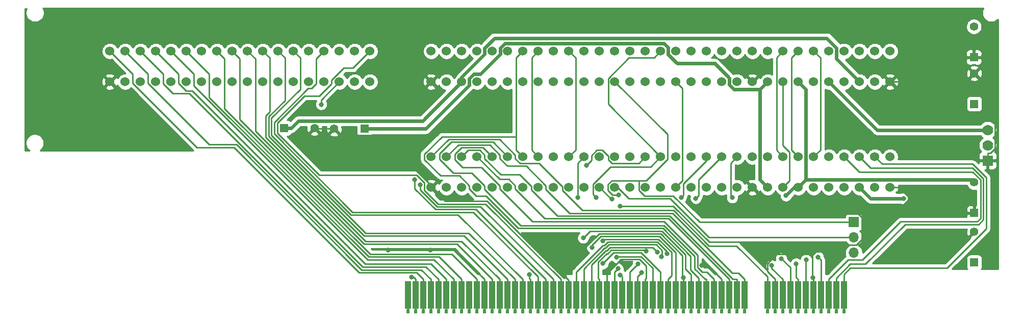
<source format=gtl>
G04 #@! TF.GenerationSoftware,KiCad,Pcbnew,(5.1.6)-1*
G04 #@! TF.CreationDate,2021-02-05T21:35:54+00:00*
G04 #@! TF.ProjectId,ibmps1,69626d70-7331-42e6-9b69-6361645f7063,rev?*
G04 #@! TF.SameCoordinates,Original*
G04 #@! TF.FileFunction,Copper,L1,Top*
G04 #@! TF.FilePolarity,Positive*
%FSLAX46Y46*%
G04 Gerber Fmt 4.6, Leading zero omitted, Abs format (unit mm)*
G04 Created by KiCad (PCBNEW (5.1.6)-1) date 2021-02-05 21:35:54*
%MOMM*%
%LPD*%
G01*
G04 APERTURE LIST*
G04 #@! TA.AperFunction,ComponentPad*
%ADD10C,1.397000*%
G04 #@! TD*
G04 #@! TA.AperFunction,ComponentPad*
%ADD11R,1.397000X1.397000*%
G04 #@! TD*
G04 #@! TA.AperFunction,ComponentPad*
%ADD12R,1.778000X1.778000*%
G04 #@! TD*
G04 #@! TA.AperFunction,ComponentPad*
%ADD13C,1.778000*%
G04 #@! TD*
G04 #@! TA.AperFunction,ComponentPad*
%ADD14R,1.700000X1.700000*%
G04 #@! TD*
G04 #@! TA.AperFunction,ComponentPad*
%ADD15O,1.700000X1.700000*%
G04 #@! TD*
G04 #@! TA.AperFunction,ConnectorPad*
%ADD16R,0.510000X0.760000*%
G04 #@! TD*
G04 #@! TA.AperFunction,ConnectorPad*
%ADD17R,1.020000X4.570000*%
G04 #@! TD*
G04 #@! TA.AperFunction,ComponentPad*
%ADD18C,1.524000*%
G04 #@! TD*
G04 #@! TA.AperFunction,ViaPad*
%ADD19C,0.800000*%
G04 #@! TD*
G04 #@! TA.AperFunction,Conductor*
%ADD20C,0.250000*%
G04 #@! TD*
G04 #@! TA.AperFunction,Conductor*
%ADD21C,0.600000*%
G04 #@! TD*
G04 #@! TA.AperFunction,Conductor*
%ADD22C,0.254000*%
G04 #@! TD*
G04 APERTURE END LIST*
D10*
X178181000Y-57658000D03*
D11*
X178181000Y-62738000D03*
D10*
X178181000Y-83947000D03*
D11*
X178181000Y-89027000D03*
D10*
X178118000Y-49911000D03*
D11*
X178118000Y-54991000D03*
D10*
X178181000Y-75755500D03*
D11*
X178181000Y-80835500D03*
D10*
X71882000Y-66865500D03*
D11*
X76962000Y-66865500D03*
D10*
X68643500Y-66738500D03*
D11*
X63563500Y-66738500D03*
D12*
X180404000Y-72136000D03*
D13*
X180404000Y-67056000D03*
X180404000Y-69596000D03*
D14*
X158178000Y-82359500D03*
D15*
X158178000Y-84899500D03*
X158178000Y-87439500D03*
D16*
X156515000Y-97097200D03*
X155255000Y-97097200D03*
X153985000Y-97097200D03*
X152715000Y-97097200D03*
X151445000Y-97097200D03*
X150175000Y-97097200D03*
X148905000Y-97097200D03*
X147635000Y-97097200D03*
X146365000Y-97097200D03*
X145095000Y-97097200D03*
X143825000Y-97097200D03*
X140015000Y-97097200D03*
X138745000Y-97097200D03*
X137475000Y-97097200D03*
X136205000Y-97097200D03*
X134935000Y-97097200D03*
X133665000Y-97097200D03*
X132395000Y-97097200D03*
X131125000Y-97097200D03*
X129855000Y-97097200D03*
X128585000Y-97097200D03*
X127315000Y-97097200D03*
X126045000Y-97097200D03*
X124775000Y-97097200D03*
X123505000Y-97097200D03*
X122235000Y-97097200D03*
X120965000Y-97097200D03*
X119695000Y-97097200D03*
X118425000Y-97097200D03*
X117155000Y-97097200D03*
X115885000Y-97097200D03*
X114615000Y-97097200D03*
X113345000Y-97097200D03*
X112075000Y-97097200D03*
X110805000Y-97097200D03*
X109535000Y-97097200D03*
X108265000Y-97097200D03*
X106995000Y-97097200D03*
X105725000Y-97097200D03*
X104445000Y-97097200D03*
X103185000Y-97097200D03*
X101905000Y-97097200D03*
X100645000Y-97097200D03*
X99375000Y-97097200D03*
X98105000Y-97097200D03*
X96835000Y-97097200D03*
X95565000Y-97097200D03*
X94295000Y-97097200D03*
X93015000Y-97097200D03*
X91755000Y-97097200D03*
X90485000Y-97097200D03*
X89215000Y-97097200D03*
X87945000Y-97097200D03*
X86675000Y-97097200D03*
X85405000Y-97097200D03*
X84135000Y-97097200D03*
D17*
X156515000Y-94437200D03*
X155255000Y-94437200D03*
X153985000Y-94437200D03*
X152715000Y-94437200D03*
X151445000Y-94437200D03*
X150175000Y-94437200D03*
X148905000Y-94437200D03*
X147635000Y-94437200D03*
X146365000Y-94437200D03*
X145095000Y-94437200D03*
X143825000Y-94437200D03*
X140015000Y-94437200D03*
X138745000Y-94437200D03*
X137475000Y-94437200D03*
X136205000Y-94437200D03*
X134935000Y-94437200D03*
X133665000Y-94437200D03*
X132395000Y-94437200D03*
X131125000Y-94437200D03*
X129855000Y-94437200D03*
X128585000Y-94437200D03*
X127315000Y-94437200D03*
X126045000Y-94437200D03*
X124775000Y-94437200D03*
X123505000Y-94437200D03*
X122235000Y-94437200D03*
X120965000Y-94437200D03*
X119695000Y-94437200D03*
X118425000Y-94437200D03*
X117155000Y-94437200D03*
X115885000Y-94437200D03*
X114615000Y-94437200D03*
X113345000Y-94437200D03*
X112075000Y-94437200D03*
X110805000Y-94437200D03*
X109535000Y-94437200D03*
X108265000Y-94437200D03*
X106995000Y-94437200D03*
X105725000Y-94437200D03*
X104445000Y-94437200D03*
X103185000Y-94437200D03*
X101905000Y-94437200D03*
X100645000Y-94437200D03*
X99375000Y-94437200D03*
X98105000Y-94437200D03*
X96835000Y-94437200D03*
X95565000Y-94437200D03*
X94295000Y-94437200D03*
X93015000Y-94437200D03*
X91755000Y-94437200D03*
X90485000Y-94437200D03*
X89215000Y-94437200D03*
X87945000Y-94437200D03*
X86675000Y-94437200D03*
X85405000Y-94437200D03*
X84135000Y-94437200D03*
D18*
X34671000Y-53975000D03*
X37211000Y-53975000D03*
X39751000Y-53975000D03*
X42291000Y-53975000D03*
X44831000Y-53975000D03*
X47371000Y-53975000D03*
X49911000Y-53975000D03*
X52451000Y-53975000D03*
X54991000Y-53975000D03*
X57531000Y-53975000D03*
X60071000Y-53975000D03*
X62611000Y-53975000D03*
X65151000Y-53975000D03*
X67691000Y-53975000D03*
X70231000Y-53975000D03*
X72771000Y-53975000D03*
X75311000Y-53975000D03*
X77851000Y-53975000D03*
X34671000Y-59055000D03*
X37211000Y-59055000D03*
X39751000Y-59055000D03*
X42291000Y-59055000D03*
X44831000Y-59055000D03*
X47371000Y-59055000D03*
X49911000Y-59055000D03*
X52451000Y-59055000D03*
X54991000Y-59055000D03*
X57531000Y-59055000D03*
X60071000Y-59055000D03*
X62611000Y-59055000D03*
X65151000Y-59055000D03*
X67691000Y-59055000D03*
X70231000Y-59055000D03*
X72771000Y-59055000D03*
X75311000Y-59055000D03*
X77851000Y-59055000D03*
X88011000Y-53975000D03*
X90551000Y-53975000D03*
X93091000Y-53975000D03*
X95631000Y-53975000D03*
X98171000Y-53975000D03*
X100711000Y-53975000D03*
X103251000Y-53975000D03*
X105791000Y-53975000D03*
X108331000Y-53975000D03*
X110871000Y-53975000D03*
X113411000Y-53975000D03*
X115951000Y-53975000D03*
X118491000Y-53975000D03*
X121031000Y-53975000D03*
X123571000Y-53975000D03*
X126111000Y-53975000D03*
X128651000Y-53975000D03*
X131191000Y-53975000D03*
X133731000Y-53975000D03*
X136271000Y-53975000D03*
X138811000Y-53975000D03*
X141351000Y-53975000D03*
X143891000Y-53975000D03*
X146431000Y-53975000D03*
X148971000Y-53975000D03*
X151511000Y-53975000D03*
X154051000Y-53975000D03*
X156591000Y-53975000D03*
X159131000Y-53975000D03*
X161671000Y-53975000D03*
X164211000Y-53975000D03*
X88011000Y-59055000D03*
X90551000Y-59055000D03*
X93091000Y-59055000D03*
X95631000Y-59055000D03*
X98171000Y-59055000D03*
X100711000Y-59055000D03*
X103251000Y-59055000D03*
X105791000Y-59055000D03*
X108331000Y-59055000D03*
X110871000Y-59055000D03*
X113411000Y-59055000D03*
X115951000Y-59055000D03*
X118491000Y-59055000D03*
X121031000Y-59055000D03*
X123571000Y-59055000D03*
X126111000Y-59055000D03*
X128651000Y-59055000D03*
X131191000Y-59055000D03*
X133731000Y-59055000D03*
X136271000Y-59055000D03*
X138811000Y-59055000D03*
X141351000Y-59055000D03*
X143891000Y-59055000D03*
X146431000Y-59055000D03*
X148971000Y-59055000D03*
X151511000Y-59055000D03*
X154051000Y-59055000D03*
X156591000Y-59055000D03*
X159131000Y-59055000D03*
X161671000Y-59055000D03*
X164211000Y-59055000D03*
X88011000Y-71501000D03*
X90551000Y-71501000D03*
X93091000Y-71501000D03*
X95631000Y-71501000D03*
X98171000Y-71501000D03*
X100711000Y-71501000D03*
X103251000Y-71501000D03*
X105791000Y-71501000D03*
X108331000Y-71501000D03*
X110871000Y-71501000D03*
X113411000Y-71501000D03*
X115951000Y-71501000D03*
X118491000Y-71501000D03*
X121031000Y-71501000D03*
X123571000Y-71501000D03*
X126111000Y-71501000D03*
X128651000Y-71501000D03*
X131191000Y-71501000D03*
X133731000Y-71501000D03*
X136271000Y-71501000D03*
X138811000Y-71501000D03*
X141351000Y-71501000D03*
X143891000Y-71501000D03*
X146431000Y-71501000D03*
X148971000Y-71501000D03*
X151511000Y-71501000D03*
X154051000Y-71501000D03*
X156591000Y-71501000D03*
X159131000Y-71501000D03*
X161671000Y-71501000D03*
X164211000Y-71501000D03*
X88011000Y-76581000D03*
X90551000Y-76581000D03*
X93091000Y-76581000D03*
X95631000Y-76581000D03*
X98171000Y-76581000D03*
X100711000Y-76581000D03*
X103251000Y-76581000D03*
X105791000Y-76581000D03*
X108331000Y-76581000D03*
X110871000Y-76581000D03*
X113411000Y-76581000D03*
X115951000Y-76581000D03*
X118491000Y-76581000D03*
X121031000Y-76581000D03*
X123571000Y-76581000D03*
X126111000Y-76581000D03*
X128651000Y-76581000D03*
X131191000Y-76581000D03*
X133731000Y-76581000D03*
X136271000Y-76581000D03*
X138811000Y-76581000D03*
X141351000Y-76581000D03*
X143891000Y-76581000D03*
X146431000Y-76581000D03*
X148971000Y-76581000D03*
X151511000Y-76581000D03*
X154051000Y-76581000D03*
X156591000Y-76581000D03*
X159131000Y-76581000D03*
X161671000Y-76581000D03*
X164211000Y-76581000D03*
D19*
X113244800Y-84955000D03*
X114733700Y-86514700D03*
X116473900Y-85453300D03*
X116508800Y-89214600D03*
X112323600Y-78257500D03*
X118774700Y-88155100D03*
X122968600Y-90687400D03*
X122338300Y-89265900D03*
X119405700Y-91089400D03*
X113790500Y-72881400D03*
X119010700Y-90067500D03*
X115424100Y-78293200D03*
X123689200Y-87178700D03*
X125590200Y-87321300D03*
X126221400Y-88104900D03*
X129508600Y-78232700D03*
X127140200Y-87597600D03*
X131948200Y-78400100D03*
X137986300Y-78259900D03*
X144541400Y-89554900D03*
X146120400Y-88375100D03*
X148599200Y-89224700D03*
X150248400Y-88610700D03*
X152240100Y-88139500D03*
X80846900Y-86942800D03*
X119370200Y-79657800D03*
X119536700Y-88808000D03*
X87893700Y-86942800D03*
X156261600Y-87252800D03*
X84755400Y-91485700D03*
X132953200Y-89548200D03*
X129855000Y-91551100D03*
X110184900Y-91414700D03*
X151377700Y-91515200D03*
X118002900Y-78536800D03*
X119163700Y-77841100D03*
X166425500Y-78439900D03*
X86163600Y-76163400D03*
X85292600Y-75300000D03*
X104325300Y-91070200D03*
X69760000Y-62815900D03*
X146919800Y-77955200D03*
D20*
X143825000Y-94437200D02*
X143825000Y-91396500D01*
X143825000Y-91396500D02*
X138700000Y-86271500D01*
X138700000Y-86271500D02*
X134149800Y-86271500D01*
X134149800Y-86271500D02*
X128278300Y-80400000D01*
X128278300Y-80400000D02*
X113101600Y-80400000D01*
X113101600Y-80400000D02*
X109775500Y-77073900D01*
X109775500Y-77073900D02*
X109775500Y-76462600D01*
X109775500Y-76462600D02*
X105901300Y-72588400D01*
X105901300Y-72588400D02*
X102761400Y-72588400D01*
X102761400Y-72588400D02*
X101981100Y-71808100D01*
X101981100Y-71808100D02*
X101981100Y-71201100D01*
X101981100Y-71201100D02*
X99386600Y-68606600D01*
X99386600Y-68606600D02*
X90905400Y-68606600D01*
X90905400Y-68606600D02*
X88011000Y-71501000D01*
X143825000Y-97097200D02*
X143825000Y-94437200D01*
X140015000Y-91826900D02*
X138997300Y-90809200D01*
X138997300Y-90809200D02*
X138050500Y-90809200D01*
X138050500Y-90809200D02*
X128091600Y-80850300D01*
X128091600Y-80850300D02*
X111034900Y-80850300D01*
X111034900Y-80850300D02*
X107061000Y-76876400D01*
X107061000Y-76876400D02*
X107061000Y-76301000D01*
X107061000Y-76301000D02*
X103798800Y-73038800D01*
X103798800Y-73038800D02*
X100677400Y-73038800D01*
X100677400Y-73038800D02*
X99441000Y-71802400D01*
X99441000Y-71802400D02*
X99441000Y-71190900D01*
X99441000Y-71190900D02*
X97757300Y-69507200D01*
X97757300Y-69507200D02*
X92544800Y-69507200D01*
X92544800Y-69507200D02*
X90551000Y-71501000D01*
X140015000Y-94437200D02*
X140015000Y-91826900D01*
X140015000Y-97097200D02*
X140015000Y-94437200D01*
X138745000Y-91826900D02*
X138127600Y-91826900D01*
X138127600Y-91826900D02*
X127601300Y-81300600D01*
X127601300Y-81300600D02*
X108968100Y-81300600D01*
X108968100Y-81300600D02*
X104633400Y-76965900D01*
X104633400Y-76965900D02*
X104633400Y-76409700D01*
X104633400Y-76409700D02*
X102702800Y-74479100D01*
X102702800Y-74479100D02*
X99588900Y-74479100D01*
X99588900Y-74479100D02*
X96901000Y-71791200D01*
X96901000Y-71791200D02*
X96901000Y-71219600D01*
X96901000Y-71219600D02*
X96089200Y-70407800D01*
X96089200Y-70407800D02*
X94184200Y-70407800D01*
X94184200Y-70407800D02*
X93091000Y-71501000D01*
X138745000Y-94437200D02*
X138745000Y-91826900D01*
X138745000Y-97097200D02*
X138745000Y-94437200D01*
X137475000Y-91826900D02*
X127399100Y-81751000D01*
X127399100Y-81751000D02*
X106877100Y-81751000D01*
X106877100Y-81751000D02*
X101981000Y-76854900D01*
X101981000Y-76854900D02*
X101981000Y-76310600D01*
X101981000Y-76310600D02*
X100905200Y-75234800D01*
X100905200Y-75234800D02*
X99364800Y-75234800D01*
X99364800Y-75234800D02*
X95631000Y-71501000D01*
X137475000Y-94437200D02*
X137475000Y-91826900D01*
X137475000Y-97097200D02*
X137475000Y-94437200D01*
X134935000Y-91826900D02*
X133742400Y-90634300D01*
X133742400Y-90634300D02*
X133010500Y-90634300D01*
X133010500Y-90634300D02*
X132227800Y-89851600D01*
X132227800Y-89851600D02*
X132227800Y-87790800D01*
X132227800Y-87790800D02*
X126688200Y-82251200D01*
X126688200Y-82251200D02*
X104837200Y-82251200D01*
X104837200Y-82251200D02*
X99441000Y-76855000D01*
X99441000Y-76855000D02*
X99441000Y-76284200D01*
X99441000Y-76284200D02*
X96378100Y-73221300D01*
X96378100Y-73221300D02*
X93196600Y-73221300D01*
X93196600Y-73221300D02*
X91979000Y-72003700D01*
X91979000Y-72003700D02*
X91979000Y-71043000D01*
X91979000Y-71043000D02*
X93064500Y-69957500D01*
X93064500Y-69957500D02*
X96627500Y-69957500D01*
X96627500Y-69957500D02*
X98171000Y-71501000D01*
X134935000Y-94437200D02*
X134935000Y-91826900D01*
X134935000Y-97097200D02*
X134935000Y-94437200D01*
X100711000Y-71501000D02*
X98266900Y-69056900D01*
X98266900Y-69056900D02*
X91374100Y-69056900D01*
X91374100Y-69056900D02*
X89427800Y-71003200D01*
X89427800Y-71003200D02*
X89427800Y-71922200D01*
X89427800Y-71922200D02*
X91667900Y-74162300D01*
X91667900Y-74162300D02*
X94768700Y-74162300D01*
X94768700Y-74162300D02*
X96901000Y-76294600D01*
X96901000Y-76294600D02*
X96901000Y-76917700D01*
X96901000Y-76917700D02*
X102910000Y-82926700D01*
X102910000Y-82926700D02*
X126703300Y-82926700D01*
X126703300Y-82926700D02*
X131777500Y-88000900D01*
X131777500Y-88000900D02*
X131777500Y-90119700D01*
X131777500Y-90119700D02*
X133484700Y-91826900D01*
X133484700Y-91826900D02*
X133665000Y-91826900D01*
X133665000Y-94437200D02*
X133665000Y-91826900D01*
X133665000Y-97097200D02*
X133665000Y-94437200D01*
X102145300Y-68149500D02*
X102145300Y-55080700D01*
X102145300Y-55080700D02*
X103251000Y-53975000D01*
X103251000Y-71501000D02*
X102145300Y-70395300D01*
X102145300Y-70395300D02*
X102145300Y-68149500D01*
X102145300Y-68149500D02*
X89808600Y-68149500D01*
X89808600Y-68149500D02*
X86905800Y-71052300D01*
X86905800Y-71052300D02*
X86905800Y-71980000D01*
X86905800Y-71980000D02*
X89538500Y-74612700D01*
X89538500Y-74612700D02*
X92693600Y-74612700D01*
X92693600Y-74612700D02*
X94361000Y-76280100D01*
X94361000Y-76280100D02*
X94361000Y-76855600D01*
X94361000Y-76855600D02*
X95491900Y-77986500D01*
X95491900Y-77986500D02*
X97095100Y-77986500D01*
X97095100Y-77986500D02*
X102485600Y-83377000D01*
X102485600Y-83377000D02*
X126493200Y-83377000D01*
X126493200Y-83377000D02*
X131102000Y-87985800D01*
X131102000Y-87985800D02*
X131102000Y-90299000D01*
X131102000Y-90299000D02*
X132395000Y-91592000D01*
X132395000Y-91592000D02*
X132395000Y-91826900D01*
X132395000Y-94437200D02*
X132395000Y-91826900D01*
X132395000Y-97097200D02*
X132395000Y-94437200D01*
X113244800Y-84955000D02*
X114372500Y-83827300D01*
X114372500Y-83827300D02*
X126306600Y-83827300D01*
X126306600Y-83827300D02*
X130201400Y-87722100D01*
X130201400Y-87722100D02*
X130201400Y-90089700D01*
X130201400Y-90089700D02*
X131125000Y-91013300D01*
X131125000Y-91013300D02*
X131125000Y-91826900D01*
X131125000Y-94437200D02*
X131125000Y-91826900D01*
X131125000Y-94437200D02*
X131125000Y-97097200D01*
X105791000Y-71501000D02*
X104701500Y-70411500D01*
X104701500Y-70411500D02*
X104701500Y-55064500D01*
X104701500Y-55064500D02*
X105791000Y-53975000D01*
X114733700Y-86514700D02*
X114733800Y-86514700D01*
X114733800Y-86514700D02*
X114733800Y-86160600D01*
X114733800Y-86160600D02*
X116166500Y-84727900D01*
X116166500Y-84727900D02*
X125933400Y-84727900D01*
X125933400Y-84727900D02*
X128585000Y-87379500D01*
X128585000Y-87379500D02*
X128585000Y-91826900D01*
X128585000Y-94437200D02*
X128585000Y-91826900D01*
X128585000Y-97097200D02*
X128585000Y-94437200D01*
X116473900Y-85453300D02*
X116749000Y-85178200D01*
X116749000Y-85178200D02*
X125746800Y-85178200D01*
X125746800Y-85178200D02*
X127913700Y-87345100D01*
X127913700Y-87345100D02*
X127913700Y-91228200D01*
X127913700Y-91228200D02*
X127315000Y-91826900D01*
X127315000Y-94437200D02*
X127315000Y-91826900D01*
X127315000Y-97097200D02*
X127315000Y-94437200D01*
X110871000Y-53975000D02*
X111982200Y-55086200D01*
X111982200Y-55086200D02*
X111982200Y-70389800D01*
X111982200Y-70389800D02*
X110871000Y-71501000D01*
X116508800Y-89214600D02*
X118293700Y-87429700D01*
X118293700Y-87429700D02*
X122884100Y-87429700D01*
X122884100Y-87429700D02*
X126045000Y-90590600D01*
X126045000Y-90590600D02*
X126045000Y-91826900D01*
X113411000Y-71501000D02*
X112323600Y-72588400D01*
X112323600Y-72588400D02*
X112323600Y-78257500D01*
X126045000Y-94437200D02*
X126045000Y-91826900D01*
X126045000Y-97097200D02*
X126045000Y-94437200D01*
X124775000Y-94437200D02*
X124775000Y-89981200D01*
X124775000Y-89981200D02*
X122836300Y-88042500D01*
X122836300Y-88042500D02*
X118887300Y-88042500D01*
X118887300Y-88042500D02*
X118774700Y-88155100D01*
X124775000Y-97097200D02*
X124775000Y-94437200D01*
X122235000Y-94437200D02*
X122235000Y-91421000D01*
X122235000Y-91421000D02*
X122968600Y-90687400D01*
X122235000Y-97097200D02*
X122235000Y-94437200D01*
X120965000Y-94437200D02*
X120965000Y-90639200D01*
X120965000Y-90639200D02*
X122338300Y-89265900D01*
X120965000Y-94437200D02*
X120965000Y-97097200D01*
X119695000Y-94437200D02*
X119695000Y-91378700D01*
X119695000Y-91378700D02*
X119405700Y-91089400D01*
X123571000Y-71501000D02*
X122483600Y-72588400D01*
X122483600Y-72588400D02*
X118013400Y-72588400D01*
X118013400Y-72588400D02*
X117403700Y-71978700D01*
X117403700Y-71978700D02*
X117403700Y-71398700D01*
X117403700Y-71398700D02*
X116415200Y-70410200D01*
X116415200Y-70410200D02*
X115503400Y-70410200D01*
X115503400Y-70410200D02*
X114635800Y-71277800D01*
X114635800Y-71277800D02*
X114635800Y-72036100D01*
X114635800Y-72036100D02*
X113790500Y-72881400D01*
X119695000Y-94437200D02*
X119695000Y-97097200D01*
X118425000Y-94437200D02*
X118425000Y-90653200D01*
X118425000Y-90653200D02*
X119010700Y-90067500D01*
X115424100Y-78293200D02*
X114861700Y-77730800D01*
X114861700Y-77730800D02*
X114861700Y-76084100D01*
X114861700Y-76084100D02*
X117808600Y-73137200D01*
X117808600Y-73137200D02*
X124474800Y-73137200D01*
X124474800Y-73137200D02*
X126111000Y-71501000D01*
X126111000Y-71501000D02*
X117402600Y-62792600D01*
X117402600Y-62792600D02*
X117402600Y-58516400D01*
X117402600Y-58516400D02*
X120856600Y-55062400D01*
X120856600Y-55062400D02*
X125023600Y-55062400D01*
X125023600Y-55062400D02*
X126111000Y-53975000D01*
X118425000Y-94437200D02*
X118425000Y-97097200D01*
X115885000Y-91826900D02*
X115783500Y-91725400D01*
X115783500Y-91725400D02*
X115783500Y-88914000D01*
X115783500Y-88914000D02*
X117168000Y-87529500D01*
X117168000Y-87529500D02*
X117334200Y-87529500D01*
X117334200Y-87529500D02*
X117884300Y-86979400D01*
X117884300Y-86979400D02*
X123489900Y-86979400D01*
X123489900Y-86979400D02*
X123689200Y-87178700D01*
X115885000Y-94437200D02*
X115885000Y-91826900D01*
X115885000Y-94437200D02*
X115885000Y-97097200D01*
X114615000Y-94437200D02*
X114615000Y-89445600D01*
X114615000Y-89445600D02*
X116981400Y-87079200D01*
X116981400Y-87079200D02*
X117147600Y-87079200D01*
X117147600Y-87079200D02*
X117697700Y-86529100D01*
X117697700Y-86529100D02*
X124798000Y-86529100D01*
X124798000Y-86529100D02*
X125590200Y-87321300D01*
X114615000Y-97097200D02*
X114615000Y-94437200D01*
X113345000Y-94437200D02*
X113345000Y-90071600D01*
X113345000Y-90071600D02*
X116787700Y-86628900D01*
X116787700Y-86628900D02*
X116961000Y-86628900D01*
X116961000Y-86628900D02*
X117511100Y-86078800D01*
X117511100Y-86078800D02*
X125373600Y-86078800D01*
X125373600Y-86078800D02*
X126315500Y-87020700D01*
X126315500Y-87020700D02*
X126315500Y-88010800D01*
X126315500Y-88010800D02*
X126221400Y-88104900D01*
X133731000Y-71501000D02*
X133731000Y-72137900D01*
X133731000Y-72137900D02*
X129921000Y-75947900D01*
X129921000Y-75947900D02*
X129921000Y-77820300D01*
X129921000Y-77820300D02*
X129508600Y-78232700D01*
X113345000Y-97097200D02*
X113345000Y-94437200D01*
X112075000Y-94437200D02*
X112075000Y-90640900D01*
X112075000Y-90640900D02*
X116537300Y-86178600D01*
X116537300Y-86178600D02*
X116774400Y-86178600D01*
X116774400Y-86178600D02*
X117324500Y-85628500D01*
X117324500Y-85628500D02*
X125560200Y-85628500D01*
X125560200Y-85628500D02*
X127140200Y-87208500D01*
X127140200Y-87208500D02*
X127140200Y-87597600D01*
X136271000Y-71501000D02*
X132461000Y-75311000D01*
X132461000Y-75311000D02*
X132461000Y-77887300D01*
X132461000Y-77887300D02*
X131948200Y-78400100D01*
X112075000Y-97097200D02*
X112075000Y-94437200D01*
X138811000Y-71501000D02*
X137723600Y-72588400D01*
X137723600Y-72588400D02*
X137723600Y-77997200D01*
X137723600Y-77997200D02*
X137986300Y-78259900D01*
X146365000Y-91826900D02*
X144541400Y-90003300D01*
X144541400Y-90003300D02*
X144541400Y-89554900D01*
X146365000Y-94437200D02*
X146365000Y-91826900D01*
X146365000Y-97097200D02*
X146365000Y-94437200D01*
X147635000Y-94437200D02*
X147635000Y-97097200D01*
X146120400Y-88375100D02*
X147635000Y-89889700D01*
X147635000Y-89889700D02*
X147635000Y-94437200D01*
X146431000Y-53975000D02*
X145343600Y-55062400D01*
X145343600Y-55062400D02*
X145343600Y-70413600D01*
X145343600Y-70413600D02*
X146431000Y-71501000D01*
X148905000Y-94437200D02*
X148905000Y-91826900D01*
X148599200Y-89224700D02*
X148599200Y-91521100D01*
X148599200Y-91521100D02*
X148905000Y-91826900D01*
X148971000Y-71501000D02*
X147859700Y-70389700D01*
X147859700Y-70389700D02*
X147859700Y-55086300D01*
X147859700Y-55086300D02*
X148971000Y-53975000D01*
X148905000Y-94437200D02*
X148905000Y-97097200D01*
X150248400Y-88610700D02*
X150175000Y-88684100D01*
X150175000Y-88684100D02*
X150175000Y-94437200D01*
X151511000Y-71501000D02*
X152622200Y-70389800D01*
X152622200Y-70389800D02*
X152622200Y-55086200D01*
X152622200Y-55086200D02*
X151511000Y-53975000D01*
X150175000Y-97097200D02*
X150175000Y-94437200D01*
X152240100Y-88139500D02*
X152715000Y-88614400D01*
X152715000Y-88614400D02*
X152715000Y-94437200D01*
X152715000Y-97097200D02*
X152715000Y-94437200D01*
X156591000Y-71501000D02*
X159122900Y-74032900D01*
X159122900Y-74032900D02*
X177918400Y-74032900D01*
X177918400Y-74032900D02*
X179204900Y-75319400D01*
X179204900Y-75319400D02*
X179204900Y-81714100D01*
X179204900Y-81714100D02*
X178664500Y-82254500D01*
X178664500Y-82254500D02*
X165925300Y-82254500D01*
X165925300Y-82254500D02*
X159564900Y-88614900D01*
X159564900Y-88614900D02*
X157197000Y-88614900D01*
X157197000Y-88614900D02*
X153985000Y-91826900D01*
X153985000Y-94437200D02*
X153985000Y-91826900D01*
X153985000Y-94437200D02*
X153985000Y-97097200D01*
X155255000Y-94437200D02*
X155255000Y-97097200D01*
X159131000Y-71501000D02*
X160942800Y-73312800D01*
X160942800Y-73312800D02*
X177884600Y-73312800D01*
X177884600Y-73312800D02*
X179688200Y-75116400D01*
X179688200Y-75116400D02*
X179688200Y-81901800D01*
X179688200Y-81901800D02*
X178885100Y-82704900D01*
X178885100Y-82704900D02*
X166698100Y-82704900D01*
X166698100Y-82704900D02*
X160112600Y-89290400D01*
X160112600Y-89290400D02*
X157608700Y-89290400D01*
X157608700Y-89290400D02*
X155255000Y-91644100D01*
X155255000Y-91644100D02*
X155255000Y-94437200D01*
X156515000Y-91826900D02*
X156515000Y-91030100D01*
X156515000Y-91030100D02*
X157579300Y-89965800D01*
X157579300Y-89965800D02*
X173636200Y-89965800D01*
X173636200Y-89965800D02*
X180138500Y-83463500D01*
X180138500Y-83463500D02*
X180138500Y-74929700D01*
X180138500Y-74929700D02*
X177912200Y-72703400D01*
X177912200Y-72703400D02*
X162873400Y-72703400D01*
X162873400Y-72703400D02*
X161671000Y-71501000D01*
X156515000Y-94437200D02*
X156515000Y-91826900D01*
X156515000Y-94437200D02*
X156515000Y-97097200D01*
X123505000Y-94437200D02*
X123505000Y-91826900D01*
X119424000Y-88695300D02*
X119536700Y-88808000D01*
X123505000Y-91826900D02*
X123693900Y-91638000D01*
X123693900Y-91638000D02*
X123693900Y-89595700D01*
X123693900Y-89595700D02*
X122638800Y-88540600D01*
X122638800Y-88540600D02*
X119578700Y-88540600D01*
X119578700Y-88540600D02*
X119424000Y-88695300D01*
X119424000Y-88695300D02*
X119357200Y-88695300D01*
X119357200Y-88695300D02*
X117155000Y-90897500D01*
X117155000Y-90897500D02*
X117155000Y-94437200D01*
X110280200Y-91414700D02*
X110280200Y-89883100D01*
X110280200Y-89883100D02*
X115885700Y-84277600D01*
X115885700Y-84277600D02*
X126120000Y-84277600D01*
X126120000Y-84277600D02*
X129751100Y-87908700D01*
X129751100Y-87908700D02*
X129751100Y-91447200D01*
X129751100Y-91447200D02*
X129855000Y-91551100D01*
X136205000Y-91826900D02*
X133926300Y-89548200D01*
X133926300Y-89548200D02*
X132953200Y-89548200D01*
X87893700Y-86942800D02*
X91950900Y-86942800D01*
X91950900Y-86942800D02*
X96835000Y-91826900D01*
X87893700Y-86942800D02*
X80846900Y-86942800D01*
X143816000Y-89224300D02*
X140253600Y-85661900D01*
X140253600Y-85661900D02*
X134225400Y-85661900D01*
X134225400Y-85661900D02*
X128221300Y-79657800D01*
X128221300Y-79657800D02*
X119370200Y-79657800D01*
X129855000Y-91826900D02*
X129855000Y-91551100D01*
X110280200Y-91414700D02*
X110184900Y-91414700D01*
X110805000Y-91939500D02*
X110280200Y-91414700D01*
X143816000Y-89224300D02*
X145395500Y-87644800D01*
X145395500Y-87644800D02*
X151102500Y-87644800D01*
X151102500Y-87644800D02*
X151285900Y-87828200D01*
X145095000Y-91826900D02*
X143816000Y-90547900D01*
X143816000Y-90547900D02*
X143816000Y-89224300D01*
X88011000Y-76581000D02*
X90317200Y-78887200D01*
X90317200Y-78887200D02*
X97298800Y-78887200D01*
X97298800Y-78887200D02*
X109826300Y-91414700D01*
X109826300Y-91414700D02*
X110184900Y-91414700D01*
X88011000Y-76581000D02*
X88011000Y-76206500D01*
X88011000Y-76206500D02*
X79693900Y-67889400D01*
X79693900Y-67889400D02*
X72905900Y-67889400D01*
X72905900Y-67889400D02*
X71882000Y-66865500D01*
X167192200Y-78715000D02*
X164341900Y-81565300D01*
X164341900Y-81565300D02*
X159543900Y-81565300D01*
X164211000Y-76581000D02*
X165661000Y-76581000D01*
X165661000Y-76581000D02*
X167192200Y-78112200D01*
X167192200Y-78112200D02*
X167192200Y-78715000D01*
X167192200Y-78715000D02*
X175036700Y-78715000D01*
X175036700Y-78715000D02*
X177157200Y-80835500D01*
X178181000Y-80835500D02*
X177157200Y-80835500D01*
X159543900Y-81565300D02*
X158912400Y-80933800D01*
X158912400Y-80933800D02*
X145703800Y-80933800D01*
X145703800Y-80933800D02*
X141351000Y-76581000D01*
X156261600Y-87252800D02*
X157344900Y-86169500D01*
X157344900Y-86169500D02*
X158611400Y-86169500D01*
X158611400Y-86169500D02*
X159543900Y-85237000D01*
X159543900Y-85237000D02*
X159543900Y-81565300D01*
X117155000Y-97097200D02*
X117155000Y-94437200D01*
X151285900Y-87828200D02*
X151861300Y-87252800D01*
X151861300Y-87252800D02*
X156261600Y-87252800D01*
X123505000Y-94437200D02*
X123505000Y-97097200D01*
X84755400Y-91485700D02*
X85063800Y-91485700D01*
X85063800Y-91485700D02*
X85405000Y-91826900D01*
X85405000Y-94437200D02*
X85405000Y-91826900D01*
X85405000Y-97097200D02*
X85405000Y-94437200D01*
X71882000Y-66865500D02*
X68770500Y-66865500D01*
X68770500Y-66865500D02*
X68643500Y-66738500D01*
X136205000Y-94437200D02*
X136205000Y-91826900D01*
X110805000Y-94437200D02*
X110805000Y-91939500D01*
X136205000Y-97097200D02*
X136205000Y-94437200D01*
X129855000Y-94437200D02*
X129855000Y-91826900D01*
X96835000Y-94437200D02*
X96835000Y-91826900D01*
X180404000Y-70921700D02*
X180859400Y-70921700D01*
X180859400Y-70921700D02*
X181623300Y-70157800D01*
X181623300Y-70157800D02*
X181623300Y-63894300D01*
X181623300Y-63894300D02*
X176784000Y-59055000D01*
X145095000Y-94437200D02*
X145095000Y-91826900D01*
X151285900Y-87828200D02*
X151285900Y-91423400D01*
X151285900Y-91423400D02*
X151377700Y-91515200D01*
X145095000Y-97097200D02*
X145095000Y-94437200D01*
X151377700Y-91515200D02*
X151377700Y-91759600D01*
X151377700Y-91759600D02*
X151445000Y-91826900D01*
X151445000Y-94437200D02*
X151445000Y-91826900D01*
X176784000Y-59055000D02*
X164211000Y-59055000D01*
X178181000Y-57658000D02*
X176784000Y-59055000D01*
X180404000Y-72136000D02*
X180404000Y-70921700D01*
X129855000Y-97097200D02*
X129855000Y-94437200D01*
X96835000Y-97097200D02*
X96835000Y-94437200D01*
X151445000Y-97097200D02*
X151445000Y-94437200D01*
X110805000Y-97097200D02*
X110805000Y-94437200D01*
X115951000Y-76581000D02*
X117906800Y-78536800D01*
X117906800Y-78536800D02*
X118002900Y-78536800D01*
X122483700Y-75462700D02*
X117996600Y-75462700D01*
X117996600Y-75462700D02*
X117366700Y-76092600D01*
X117366700Y-76092600D02*
X117366700Y-77064300D01*
X117366700Y-77064300D02*
X118113900Y-77811500D01*
X118113900Y-77811500D02*
X119134100Y-77811500D01*
X119134100Y-77811500D02*
X119163700Y-77841100D01*
X122483700Y-75462700D02*
X122483700Y-77059200D01*
X122483700Y-77059200D02*
X123422400Y-77997900D01*
X123422400Y-77997900D02*
X128225500Y-77997900D01*
X128225500Y-77997900D02*
X132587100Y-82359500D01*
X132587100Y-82359500D02*
X158178000Y-82359500D01*
X122483700Y-75462700D02*
X123705000Y-75462700D01*
X123705000Y-75462700D02*
X127232100Y-71935600D01*
X127232100Y-71935600D02*
X127232100Y-67796100D01*
X127232100Y-67796100D02*
X118491000Y-59055000D01*
X128651000Y-76581000D02*
X129740400Y-75491600D01*
X129740400Y-75491600D02*
X129740400Y-60144400D01*
X129740400Y-60144400D02*
X128651000Y-59055000D01*
D21*
X142621000Y-60325000D02*
X143891000Y-59055000D01*
X143891000Y-76581000D02*
X142621000Y-75311000D01*
X142621000Y-75311000D02*
X142621000Y-60325000D01*
X142621000Y-60325000D02*
X138291900Y-60325000D01*
X138291900Y-60325000D02*
X137541000Y-59574100D01*
X137541000Y-59574100D02*
X137541000Y-58460600D01*
X137541000Y-58460600D02*
X135107300Y-56026900D01*
X135107300Y-56026900D02*
X128894900Y-56026900D01*
X128894900Y-56026900D02*
X127381000Y-54513000D01*
X127381000Y-54513000D02*
X127381000Y-53387700D01*
X127381000Y-53387700D02*
X126648500Y-52655200D01*
X126648500Y-52655200D02*
X100245600Y-52655200D01*
X100245600Y-52655200D02*
X99448700Y-53452100D01*
X99448700Y-53452100D02*
X99448700Y-54498200D01*
X99448700Y-54498200D02*
X96161900Y-57785000D01*
X96161900Y-57785000D02*
X95079700Y-57785000D01*
X95079700Y-57785000D02*
X94361000Y-58503700D01*
X94361000Y-58503700D02*
X94361000Y-59637300D01*
X94361000Y-59637300D02*
X87132800Y-66865500D01*
X87132800Y-66865500D02*
X76962000Y-66865500D01*
D20*
X146431000Y-76581000D02*
X147524700Y-75487300D01*
X147524700Y-75487300D02*
X147524700Y-70707400D01*
X147524700Y-70707400D02*
X146431000Y-69613700D01*
X146431000Y-69613700D02*
X146431000Y-59055000D01*
D21*
X154051000Y-59055000D02*
X162052000Y-67056000D01*
X162052000Y-67056000D02*
X180404000Y-67056000D01*
X93091000Y-59055000D02*
X86606300Y-65539700D01*
X86606300Y-65539700D02*
X65961100Y-65539700D01*
X65961100Y-65539700D02*
X64762300Y-66738500D01*
X159131000Y-59055000D02*
X155321000Y-55245000D01*
X155321000Y-55245000D02*
X155321000Y-53424800D01*
X155321000Y-53424800D02*
X153708900Y-51812700D01*
X153708900Y-51812700D02*
X98522400Y-51812700D01*
X98522400Y-51812700D02*
X96901000Y-53434100D01*
X96901000Y-53434100D02*
X96901000Y-54490400D01*
X96901000Y-54490400D02*
X93091000Y-58300400D01*
X93091000Y-58300400D02*
X93091000Y-59055000D01*
X63563500Y-66738500D02*
X64762300Y-66738500D01*
X159131000Y-76581000D02*
X160989900Y-78439900D01*
X160989900Y-78439900D02*
X166425500Y-78439900D01*
D20*
X86163600Y-76163400D02*
X86163600Y-76978600D01*
X86163600Y-76978600D02*
X88972800Y-79787800D01*
X88972800Y-79787800D02*
X96225900Y-79787800D01*
X96225900Y-79787800D02*
X108265000Y-91826900D01*
X108265000Y-94437200D02*
X108265000Y-91826900D01*
X108265000Y-94437200D02*
X108265000Y-97097200D01*
X85292600Y-75300000D02*
X85292600Y-76796100D01*
X85292600Y-76796100D02*
X88734600Y-80238100D01*
X88734600Y-80238100D02*
X95406200Y-80238100D01*
X95406200Y-80238100D02*
X106995000Y-91826900D01*
X106995000Y-94437200D02*
X106995000Y-91826900D01*
X106995000Y-97097200D02*
X106995000Y-94437200D01*
X70231000Y-53975000D02*
X68961000Y-55245000D01*
X68961000Y-55245000D02*
X68961000Y-59380600D01*
X68961000Y-59380600D02*
X68199300Y-60142300D01*
X68199300Y-60142300D02*
X67605900Y-60142300D01*
X67605900Y-60142300D02*
X61967000Y-65781200D01*
X61967000Y-65781200D02*
X61967000Y-67703900D01*
X61967000Y-67703900D02*
X74951500Y-80688400D01*
X74951500Y-80688400D02*
X95011500Y-80688400D01*
X95011500Y-80688400D02*
X105725000Y-91401900D01*
X105725000Y-91401900D02*
X105725000Y-91826900D01*
X105725000Y-94437200D02*
X105725000Y-91826900D01*
X105725000Y-97097200D02*
X105725000Y-94437200D01*
X104325300Y-91070200D02*
X104325300Y-91707200D01*
X104325300Y-91707200D02*
X104445000Y-91826900D01*
X104445000Y-94437200D02*
X104445000Y-91826900D01*
X104445000Y-97097200D02*
X104445000Y-94437200D01*
X103185000Y-94437200D02*
X103185000Y-91826900D01*
X65151000Y-53975000D02*
X66262200Y-55086200D01*
X66262200Y-55086200D02*
X66262200Y-60327100D01*
X66262200Y-60327100D02*
X61500000Y-65089300D01*
X61500000Y-65089300D02*
X61500000Y-67923800D01*
X61500000Y-67923800D02*
X74715000Y-81138800D01*
X74715000Y-81138800D02*
X92496900Y-81138800D01*
X92496900Y-81138800D02*
X103185000Y-91826900D01*
X103185000Y-97097200D02*
X103185000Y-94437200D01*
X62611000Y-53975000D02*
X63714800Y-55078800D01*
X63714800Y-55078800D02*
X63714800Y-62166200D01*
X63714800Y-62166200D02*
X61045600Y-64835400D01*
X61045600Y-64835400D02*
X61045600Y-68106300D01*
X61045600Y-68106300D02*
X77130300Y-84191000D01*
X77130300Y-84191000D02*
X94269100Y-84191000D01*
X94269100Y-84191000D02*
X101905000Y-91826900D01*
X101905000Y-94437200D02*
X101905000Y-91826900D01*
X101905000Y-97097200D02*
X101905000Y-94437200D01*
X60071000Y-53975000D02*
X61182200Y-55086200D01*
X61182200Y-55086200D02*
X61182200Y-64061900D01*
X61182200Y-64061900D02*
X60564000Y-64680100D01*
X60564000Y-64680100D02*
X60564000Y-68301800D01*
X60564000Y-68301800D02*
X76903500Y-84641300D01*
X76903500Y-84641300D02*
X93459400Y-84641300D01*
X93459400Y-84641300D02*
X100645000Y-91826900D01*
X100645000Y-94437200D02*
X100645000Y-91826900D01*
X100645000Y-97097200D02*
X100645000Y-94437200D01*
X57531000Y-53975000D02*
X58812900Y-55256900D01*
X58812900Y-55256900D02*
X58813000Y-55256900D01*
X58813000Y-55256900D02*
X58813000Y-67250800D01*
X58813000Y-67250800D02*
X77104100Y-85541900D01*
X77104100Y-85541900D02*
X93090000Y-85541900D01*
X93090000Y-85541900D02*
X99375000Y-91826900D01*
X99375000Y-94437200D02*
X99375000Y-91826900D01*
X99375000Y-97097200D02*
X99375000Y-94437200D01*
X54991000Y-53975000D02*
X56261000Y-55245000D01*
X56261000Y-55245000D02*
X56261000Y-65337100D01*
X56261000Y-65337100D02*
X76916100Y-85992200D01*
X76916100Y-85992200D02*
X92270300Y-85992200D01*
X92270300Y-85992200D02*
X98105000Y-91826900D01*
X98105000Y-94437200D02*
X98105000Y-91826900D01*
X98105000Y-97097200D02*
X98105000Y-94437200D01*
X52451000Y-53975000D02*
X53721000Y-55245000D01*
X53721000Y-55245000D02*
X53721000Y-63513500D01*
X53721000Y-63513500D02*
X77875600Y-87668100D01*
X77875600Y-87668100D02*
X91406200Y-87668100D01*
X91406200Y-87668100D02*
X95565000Y-91826900D01*
X95565000Y-94437200D02*
X95565000Y-91826900D01*
X95565000Y-97097200D02*
X95565000Y-94437200D01*
X93015000Y-91826900D02*
X89306500Y-88118400D01*
X89306500Y-88118400D02*
X77679100Y-88118400D01*
X77679100Y-88118400D02*
X51181000Y-61620300D01*
X51181000Y-61620300D02*
X51181000Y-57785000D01*
X51181000Y-57785000D02*
X47371000Y-53975000D01*
X93015000Y-94437200D02*
X93015000Y-91826900D01*
X93015000Y-97097200D02*
X93015000Y-94437200D01*
X91755000Y-91826900D02*
X88496800Y-88568700D01*
X88496800Y-88568700D02*
X77459600Y-88568700D01*
X77459600Y-88568700D02*
X48641000Y-59750100D01*
X48641000Y-59750100D02*
X48641000Y-57785000D01*
X48641000Y-57785000D02*
X44831000Y-53975000D01*
X91755000Y-94437200D02*
X91755000Y-91826900D01*
X91755000Y-97097200D02*
X91755000Y-94437200D01*
X90485000Y-91826900D02*
X87937900Y-89279800D01*
X87937900Y-89279800D02*
X77071500Y-89279800D01*
X77071500Y-89279800D02*
X48328100Y-60536400D01*
X48328100Y-60536400D02*
X47310900Y-60536400D01*
X47310900Y-60536400D02*
X46101000Y-59326500D01*
X46101000Y-59326500D02*
X46101000Y-57785000D01*
X46101000Y-57785000D02*
X42291000Y-53975000D01*
X90485000Y-94437200D02*
X90485000Y-91826900D01*
X90485000Y-97097200D02*
X90485000Y-94437200D01*
X89215000Y-94437200D02*
X89215000Y-91826900D01*
X39751000Y-53975000D02*
X43561000Y-57785000D01*
X43561000Y-57785000D02*
X43561000Y-59386000D01*
X43561000Y-59386000D02*
X45161800Y-60986800D01*
X45161800Y-60986800D02*
X47878000Y-60986800D01*
X47878000Y-60986800D02*
X76621400Y-89730200D01*
X76621400Y-89730200D02*
X87118300Y-89730200D01*
X87118300Y-89730200D02*
X89215000Y-91826900D01*
X89215000Y-97097200D02*
X89215000Y-94437200D01*
X37211000Y-53975000D02*
X41021000Y-57785000D01*
X41021000Y-57785000D02*
X41021000Y-59332000D01*
X41021000Y-59332000D02*
X51119700Y-69430700D01*
X51119700Y-69430700D02*
X55685000Y-69430700D01*
X55685000Y-69430700D02*
X76497700Y-90243400D01*
X76497700Y-90243400D02*
X86361500Y-90243400D01*
X86361500Y-90243400D02*
X87945000Y-91826900D01*
X87945000Y-94437200D02*
X87945000Y-91826900D01*
X87945000Y-97097200D02*
X87945000Y-94437200D01*
X86675000Y-91826900D02*
X85571700Y-90723600D01*
X85571700Y-90723600D02*
X76022600Y-90723600D01*
X76022600Y-90723600D02*
X55247400Y-69948400D01*
X55247400Y-69948400D02*
X49097700Y-69948400D01*
X49097700Y-69948400D02*
X38481000Y-59331700D01*
X38481000Y-59331700D02*
X38481000Y-57785000D01*
X38481000Y-57785000D02*
X34671000Y-53975000D01*
X86675000Y-94437200D02*
X86675000Y-91826900D01*
X86675000Y-97097200D02*
X86675000Y-94437200D01*
X72771000Y-59055000D02*
X69760000Y-62066000D01*
X69760000Y-62066000D02*
X69760000Y-62815900D01*
D21*
X150241000Y-75311000D02*
X150241000Y-60325000D01*
X150241000Y-60325000D02*
X148971000Y-59055000D01*
X148971000Y-76581000D02*
X150241000Y-75311000D01*
X150241000Y-75311000D02*
X177736500Y-75311000D01*
X177736500Y-75311000D02*
X178181000Y-75755500D01*
X148971000Y-76581000D02*
X148294000Y-76581000D01*
X148294000Y-76581000D02*
X146919800Y-77955200D01*
D20*
X77851000Y-53975000D02*
X75058400Y-56767600D01*
X75058400Y-56767600D02*
X73487200Y-56767600D01*
X73487200Y-56767600D02*
X71501000Y-58753800D01*
X71501000Y-58753800D02*
X71501000Y-59369100D01*
X71501000Y-59369100D02*
X69431900Y-61438200D01*
X69431900Y-61438200D02*
X66988500Y-61438200D01*
X66988500Y-61438200D02*
X62505200Y-65921500D01*
X62505200Y-65921500D02*
X62505200Y-67592300D01*
X62505200Y-67592300D02*
X69418100Y-74505200D01*
X69418100Y-74505200D02*
X85588700Y-74505200D01*
X85588700Y-74505200D02*
X86888900Y-75805400D01*
X86888900Y-75805400D02*
X86888900Y-77067000D01*
X86888900Y-77067000D02*
X89159400Y-79337500D01*
X89159400Y-79337500D02*
X97045600Y-79337500D01*
X97045600Y-79337500D02*
X109535000Y-91826900D01*
X109535000Y-94437200D02*
X109535000Y-91826900D01*
X109535000Y-97097200D02*
X109535000Y-94437200D01*
X118491000Y-76581000D02*
X118951400Y-76581000D01*
X118951400Y-76581000D02*
X120818700Y-78448300D01*
X120818700Y-78448300D02*
X127648700Y-78448300D01*
X127648700Y-78448300D02*
X134099900Y-84899500D01*
X134099900Y-84899500D02*
X158178000Y-84899500D01*
X94295000Y-94437200D02*
X94295000Y-97097200D01*
X84135000Y-94437200D02*
X84135000Y-97097200D01*
D22*
G36*
X96135298Y-90932000D02*
G01*
X95744902Y-90932000D01*
X91970004Y-87157103D01*
X91946201Y-87128099D01*
X91830476Y-87033126D01*
X91698447Y-86962554D01*
X91555186Y-86919097D01*
X91443533Y-86908100D01*
X91443522Y-86908100D01*
X91406200Y-86904424D01*
X91368878Y-86908100D01*
X78190402Y-86908100D01*
X78034502Y-86752200D01*
X91955499Y-86752200D01*
X96135298Y-90932000D01*
G37*
X96135298Y-90932000D02*
X95744902Y-90932000D01*
X91970004Y-87157103D01*
X91946201Y-87128099D01*
X91830476Y-87033126D01*
X91698447Y-86962554D01*
X91555186Y-86919097D01*
X91443533Y-86908100D01*
X91443522Y-86908100D01*
X91406200Y-86904424D01*
X91368878Y-86908100D01*
X78190402Y-86908100D01*
X78034502Y-86752200D01*
X91955499Y-86752200D01*
X96135298Y-90932000D01*
G36*
X157024525Y-85846132D02*
G01*
X157231368Y-86052975D01*
X157405760Y-86169500D01*
X157231368Y-86286025D01*
X157024525Y-86492868D01*
X156862010Y-86736089D01*
X156750068Y-87006342D01*
X156693000Y-87293240D01*
X156693000Y-87585760D01*
X156750068Y-87872658D01*
X156790552Y-87970396D01*
X156772723Y-87979926D01*
X156698911Y-88040503D01*
X156656999Y-88074899D01*
X156633201Y-88103897D01*
X153805099Y-90932000D01*
X153475000Y-90932000D01*
X153475000Y-88651722D01*
X153478676Y-88614399D01*
X153475000Y-88577077D01*
X153475000Y-88577067D01*
X153464003Y-88465414D01*
X153420546Y-88322153D01*
X153410348Y-88303074D01*
X153349974Y-88190123D01*
X153308428Y-88139500D01*
X153275100Y-88098890D01*
X153275100Y-88037561D01*
X153235326Y-87837602D01*
X153157305Y-87649244D01*
X153044037Y-87479726D01*
X152899874Y-87335563D01*
X152730356Y-87222295D01*
X152541998Y-87144274D01*
X152342039Y-87104500D01*
X152138161Y-87104500D01*
X151938202Y-87144274D01*
X151749844Y-87222295D01*
X151580326Y-87335563D01*
X151436163Y-87479726D01*
X151322895Y-87649244D01*
X151244874Y-87837602D01*
X151205100Y-88037561D01*
X151205100Y-88215793D01*
X151165605Y-88120444D01*
X151052337Y-87950926D01*
X150908174Y-87806763D01*
X150738656Y-87693495D01*
X150550298Y-87615474D01*
X150350339Y-87575700D01*
X150146461Y-87575700D01*
X149946502Y-87615474D01*
X149758144Y-87693495D01*
X149588626Y-87806763D01*
X149444463Y-87950926D01*
X149331195Y-88120444D01*
X149253174Y-88308802D01*
X149234197Y-88404207D01*
X149089456Y-88307495D01*
X148901098Y-88229474D01*
X148701139Y-88189700D01*
X148497261Y-88189700D01*
X148297302Y-88229474D01*
X148108944Y-88307495D01*
X147939426Y-88420763D01*
X147795263Y-88564926D01*
X147681995Y-88734444D01*
X147644666Y-88824564D01*
X147155400Y-88335299D01*
X147155400Y-88273161D01*
X147115626Y-88073202D01*
X147037605Y-87884844D01*
X146924337Y-87715326D01*
X146780174Y-87571163D01*
X146610656Y-87457895D01*
X146422298Y-87379874D01*
X146222339Y-87340100D01*
X146018461Y-87340100D01*
X145818502Y-87379874D01*
X145630144Y-87457895D01*
X145460626Y-87571163D01*
X145316463Y-87715326D01*
X145203195Y-87884844D01*
X145125174Y-88073202D01*
X145085400Y-88273161D01*
X145085400Y-88477039D01*
X145125174Y-88676998D01*
X145138452Y-88709054D01*
X145031656Y-88637695D01*
X144843298Y-88559674D01*
X144643339Y-88519900D01*
X144439461Y-88519900D01*
X144239502Y-88559674D01*
X144051144Y-88637695D01*
X143881626Y-88750963D01*
X143737463Y-88895126D01*
X143624195Y-89064644D01*
X143546174Y-89253002D01*
X143506400Y-89452961D01*
X143506400Y-89656839D01*
X143546174Y-89856798D01*
X143624195Y-90045156D01*
X143737463Y-90214674D01*
X143855971Y-90333182D01*
X143878348Y-90375046D01*
X139263804Y-85760503D01*
X139240001Y-85731499D01*
X139152270Y-85659500D01*
X156899822Y-85659500D01*
X157024525Y-85846132D01*
G37*
X157024525Y-85846132D02*
X157231368Y-86052975D01*
X157405760Y-86169500D01*
X157231368Y-86286025D01*
X157024525Y-86492868D01*
X156862010Y-86736089D01*
X156750068Y-87006342D01*
X156693000Y-87293240D01*
X156693000Y-87585760D01*
X156750068Y-87872658D01*
X156790552Y-87970396D01*
X156772723Y-87979926D01*
X156698911Y-88040503D01*
X156656999Y-88074899D01*
X156633201Y-88103897D01*
X153805099Y-90932000D01*
X153475000Y-90932000D01*
X153475000Y-88651722D01*
X153478676Y-88614399D01*
X153475000Y-88577077D01*
X153475000Y-88577067D01*
X153464003Y-88465414D01*
X153420546Y-88322153D01*
X153410348Y-88303074D01*
X153349974Y-88190123D01*
X153308428Y-88139500D01*
X153275100Y-88098890D01*
X153275100Y-88037561D01*
X153235326Y-87837602D01*
X153157305Y-87649244D01*
X153044037Y-87479726D01*
X152899874Y-87335563D01*
X152730356Y-87222295D01*
X152541998Y-87144274D01*
X152342039Y-87104500D01*
X152138161Y-87104500D01*
X151938202Y-87144274D01*
X151749844Y-87222295D01*
X151580326Y-87335563D01*
X151436163Y-87479726D01*
X151322895Y-87649244D01*
X151244874Y-87837602D01*
X151205100Y-88037561D01*
X151205100Y-88215793D01*
X151165605Y-88120444D01*
X151052337Y-87950926D01*
X150908174Y-87806763D01*
X150738656Y-87693495D01*
X150550298Y-87615474D01*
X150350339Y-87575700D01*
X150146461Y-87575700D01*
X149946502Y-87615474D01*
X149758144Y-87693495D01*
X149588626Y-87806763D01*
X149444463Y-87950926D01*
X149331195Y-88120444D01*
X149253174Y-88308802D01*
X149234197Y-88404207D01*
X149089456Y-88307495D01*
X148901098Y-88229474D01*
X148701139Y-88189700D01*
X148497261Y-88189700D01*
X148297302Y-88229474D01*
X148108944Y-88307495D01*
X147939426Y-88420763D01*
X147795263Y-88564926D01*
X147681995Y-88734444D01*
X147644666Y-88824564D01*
X147155400Y-88335299D01*
X147155400Y-88273161D01*
X147115626Y-88073202D01*
X147037605Y-87884844D01*
X146924337Y-87715326D01*
X146780174Y-87571163D01*
X146610656Y-87457895D01*
X146422298Y-87379874D01*
X146222339Y-87340100D01*
X146018461Y-87340100D01*
X145818502Y-87379874D01*
X145630144Y-87457895D01*
X145460626Y-87571163D01*
X145316463Y-87715326D01*
X145203195Y-87884844D01*
X145125174Y-88073202D01*
X145085400Y-88273161D01*
X145085400Y-88477039D01*
X145125174Y-88676998D01*
X145138452Y-88709054D01*
X145031656Y-88637695D01*
X144843298Y-88559674D01*
X144643339Y-88519900D01*
X144439461Y-88519900D01*
X144239502Y-88559674D01*
X144051144Y-88637695D01*
X143881626Y-88750963D01*
X143737463Y-88895126D01*
X143624195Y-89064644D01*
X143546174Y-89253002D01*
X143506400Y-89452961D01*
X143506400Y-89656839D01*
X143546174Y-89856798D01*
X143624195Y-90045156D01*
X143737463Y-90214674D01*
X143855971Y-90333182D01*
X143878348Y-90375046D01*
X139263804Y-85760503D01*
X139240001Y-85731499D01*
X139152270Y-85659500D01*
X156899822Y-85659500D01*
X157024525Y-85846132D01*
G36*
X135505297Y-90932000D02*
G01*
X135114902Y-90932000D01*
X134306204Y-90123303D01*
X134282401Y-90094299D01*
X134166676Y-89999326D01*
X134034647Y-89928754D01*
X133891386Y-89885297D01*
X133779733Y-89874300D01*
X133779722Y-89874300D01*
X133742400Y-89870624D01*
X133705078Y-89874300D01*
X133325302Y-89874300D01*
X132987800Y-89536799D01*
X132987800Y-88414502D01*
X135505297Y-90932000D01*
G37*
X135505297Y-90932000D02*
X135114902Y-90932000D01*
X134306204Y-90123303D01*
X134282401Y-90094299D01*
X134166676Y-89999326D01*
X134034647Y-89928754D01*
X133891386Y-89885297D01*
X133779733Y-89874300D01*
X133779722Y-89874300D01*
X133742400Y-89870624D01*
X133705078Y-89874300D01*
X133325302Y-89874300D01*
X132987800Y-89536799D01*
X132987800Y-88414502D01*
X135505297Y-90932000D01*
G36*
X118114926Y-88959037D02*
G01*
X118284444Y-89072305D01*
X118472802Y-89150326D01*
X118509479Y-89157621D01*
X118350926Y-89263563D01*
X118206763Y-89407726D01*
X118093495Y-89577244D01*
X118015474Y-89765602D01*
X117975700Y-89965561D01*
X117975700Y-90027699D01*
X117913998Y-90089401D01*
X117885000Y-90113199D01*
X117861202Y-90142197D01*
X117861201Y-90142198D01*
X117790026Y-90228924D01*
X117719454Y-90360954D01*
X117693054Y-90447986D01*
X117675998Y-90504214D01*
X117665990Y-90605824D01*
X117661324Y-90653200D01*
X117665001Y-90690532D01*
X117665001Y-90932000D01*
X116543500Y-90932000D01*
X116543500Y-90249600D01*
X116610739Y-90249600D01*
X116810698Y-90209826D01*
X116999056Y-90131805D01*
X117168574Y-90018537D01*
X117312737Y-89874374D01*
X117426005Y-89704856D01*
X117504026Y-89516498D01*
X117543800Y-89316539D01*
X117543800Y-89254401D01*
X117977045Y-88821156D01*
X118114926Y-88959037D01*
G37*
X118114926Y-88959037D02*
X118284444Y-89072305D01*
X118472802Y-89150326D01*
X118509479Y-89157621D01*
X118350926Y-89263563D01*
X118206763Y-89407726D01*
X118093495Y-89577244D01*
X118015474Y-89765602D01*
X117975700Y-89965561D01*
X117975700Y-90027699D01*
X117913998Y-90089401D01*
X117885000Y-90113199D01*
X117861202Y-90142197D01*
X117861201Y-90142198D01*
X117790026Y-90228924D01*
X117719454Y-90360954D01*
X117693054Y-90447986D01*
X117675998Y-90504214D01*
X117665990Y-90605824D01*
X117661324Y-90653200D01*
X117665001Y-90690532D01*
X117665001Y-90932000D01*
X116543500Y-90932000D01*
X116543500Y-90249600D01*
X116610739Y-90249600D01*
X116810698Y-90209826D01*
X116999056Y-90131805D01*
X117168574Y-90018537D01*
X117312737Y-89874374D01*
X117426005Y-89704856D01*
X117504026Y-89516498D01*
X117543800Y-89316539D01*
X117543800Y-89254401D01*
X117977045Y-88821156D01*
X118114926Y-88959037D01*
G36*
X112585026Y-84151063D02*
G01*
X112440863Y-84295226D01*
X112327595Y-84464744D01*
X112249574Y-84653102D01*
X112209800Y-84853061D01*
X112209800Y-85056939D01*
X112249574Y-85256898D01*
X112327595Y-85445256D01*
X112440863Y-85614774D01*
X112585026Y-85758937D01*
X112754544Y-85872205D01*
X112942902Y-85950226D01*
X113142861Y-85990000D01*
X113346739Y-85990000D01*
X113546698Y-85950226D01*
X113735056Y-85872205D01*
X113904574Y-85758937D01*
X114048737Y-85614774D01*
X114162005Y-85445256D01*
X114240026Y-85256898D01*
X114279800Y-85056939D01*
X114279800Y-84994801D01*
X114687302Y-84587300D01*
X115232298Y-84587300D01*
X114222801Y-85596798D01*
X114193799Y-85620599D01*
X114175505Y-85642890D01*
X114073926Y-85710763D01*
X113929763Y-85854926D01*
X113816495Y-86024444D01*
X113738474Y-86212802D01*
X113698700Y-86412761D01*
X113698700Y-86616639D01*
X113738474Y-86816598D01*
X113816495Y-87004956D01*
X113929763Y-87174474D01*
X114073926Y-87318637D01*
X114222912Y-87418186D01*
X111563998Y-90077101D01*
X111535000Y-90100899D01*
X111511202Y-90129897D01*
X111511201Y-90129898D01*
X111440026Y-90216624D01*
X111369454Y-90348654D01*
X111344369Y-90431353D01*
X111325998Y-90491914D01*
X111315905Y-90594390D01*
X111311324Y-90640900D01*
X111315001Y-90678232D01*
X111315001Y-90932000D01*
X109714902Y-90932000D01*
X102919901Y-84137000D01*
X112606073Y-84137000D01*
X112585026Y-84151063D01*
G37*
X112585026Y-84151063D02*
X112440863Y-84295226D01*
X112327595Y-84464744D01*
X112249574Y-84653102D01*
X112209800Y-84853061D01*
X112209800Y-85056939D01*
X112249574Y-85256898D01*
X112327595Y-85445256D01*
X112440863Y-85614774D01*
X112585026Y-85758937D01*
X112754544Y-85872205D01*
X112942902Y-85950226D01*
X113142861Y-85990000D01*
X113346739Y-85990000D01*
X113546698Y-85950226D01*
X113735056Y-85872205D01*
X113904574Y-85758937D01*
X114048737Y-85614774D01*
X114162005Y-85445256D01*
X114240026Y-85256898D01*
X114279800Y-85056939D01*
X114279800Y-84994801D01*
X114687302Y-84587300D01*
X115232298Y-84587300D01*
X114222801Y-85596798D01*
X114193799Y-85620599D01*
X114175505Y-85642890D01*
X114073926Y-85710763D01*
X113929763Y-85854926D01*
X113816495Y-86024444D01*
X113738474Y-86212802D01*
X113698700Y-86412761D01*
X113698700Y-86616639D01*
X113738474Y-86816598D01*
X113816495Y-87004956D01*
X113929763Y-87174474D01*
X114073926Y-87318637D01*
X114222912Y-87418186D01*
X111563998Y-90077101D01*
X111535000Y-90100899D01*
X111511202Y-90129897D01*
X111511201Y-90129898D01*
X111440026Y-90216624D01*
X111369454Y-90348654D01*
X111344369Y-90431353D01*
X111325998Y-90491914D01*
X111315905Y-90594390D01*
X111311324Y-90640900D01*
X111315001Y-90678232D01*
X111315001Y-90932000D01*
X109714902Y-90932000D01*
X102919901Y-84137000D01*
X112606073Y-84137000D01*
X112585026Y-84151063D01*
G36*
X121343074Y-88964002D02*
G01*
X121303300Y-89163961D01*
X121303300Y-89226098D01*
X120453998Y-90075401D01*
X120425000Y-90099199D01*
X120401202Y-90128197D01*
X120401201Y-90128198D01*
X120330026Y-90214924D01*
X120259454Y-90346954D01*
X120230793Y-90441441D01*
X120226652Y-90455091D01*
X120209637Y-90429626D01*
X120065474Y-90285463D01*
X120027649Y-90260189D01*
X120045700Y-90169439D01*
X120045700Y-89965561D01*
X120005926Y-89765602D01*
X119927905Y-89577244D01*
X119814637Y-89407726D01*
X119670474Y-89263563D01*
X119500956Y-89150295D01*
X119312598Y-89072274D01*
X119275921Y-89064979D01*
X119434474Y-88959037D01*
X119578637Y-88814874D01*
X119586905Y-88802500D01*
X121409971Y-88802500D01*
X121343074Y-88964002D01*
G37*
X121343074Y-88964002D02*
X121303300Y-89163961D01*
X121303300Y-89226098D01*
X120453998Y-90075401D01*
X120425000Y-90099199D01*
X120401202Y-90128197D01*
X120401201Y-90128198D01*
X120330026Y-90214924D01*
X120259454Y-90346954D01*
X120230793Y-90441441D01*
X120226652Y-90455091D01*
X120209637Y-90429626D01*
X120065474Y-90285463D01*
X120027649Y-90260189D01*
X120045700Y-90169439D01*
X120045700Y-89965561D01*
X120005926Y-89765602D01*
X119927905Y-89577244D01*
X119814637Y-89407726D01*
X119670474Y-89263563D01*
X119500956Y-89150295D01*
X119312598Y-89072274D01*
X119275921Y-89064979D01*
X119434474Y-88959037D01*
X119578637Y-88814874D01*
X119586905Y-88802500D01*
X121409971Y-88802500D01*
X121343074Y-88964002D01*
G36*
X179638891Y-46897308D02*
G01*
X179523085Y-47176890D01*
X179464047Y-47473692D01*
X179464047Y-47776308D01*
X179523085Y-48073110D01*
X179638891Y-48352692D01*
X179807016Y-48604308D01*
X180020999Y-48818291D01*
X180272615Y-48986416D01*
X180552197Y-49102222D01*
X180848999Y-49161260D01*
X181151615Y-49161260D01*
X181448417Y-49102222D01*
X181727999Y-48986416D01*
X181979615Y-48818291D01*
X182093000Y-48704906D01*
X182093001Y-90145000D01*
X179356688Y-90145000D01*
X179410037Y-90079994D01*
X179469002Y-89969680D01*
X179505312Y-89849982D01*
X179517572Y-89725500D01*
X179517572Y-88328500D01*
X179505312Y-88204018D01*
X179469002Y-88084320D01*
X179410037Y-87974006D01*
X179330685Y-87877315D01*
X179233994Y-87797963D01*
X179123680Y-87738998D01*
X179003982Y-87702688D01*
X178879500Y-87690428D01*
X177482500Y-87690428D01*
X177358018Y-87702688D01*
X177238320Y-87738998D01*
X177128006Y-87797963D01*
X177031315Y-87877315D01*
X176951963Y-87974006D01*
X176892998Y-88084320D01*
X176856688Y-88204018D01*
X176844428Y-88328500D01*
X176844428Y-89725500D01*
X176856688Y-89849982D01*
X176892998Y-89969680D01*
X176951963Y-90079994D01*
X177005312Y-90145000D01*
X174531801Y-90145000D01*
X180649504Y-84027298D01*
X180678501Y-84003501D01*
X180773474Y-83887776D01*
X180844046Y-83755747D01*
X180887503Y-83612486D01*
X180898500Y-83500833D01*
X180898500Y-83500823D01*
X180902176Y-83463500D01*
X180898500Y-83426177D01*
X180898500Y-74967025D01*
X180902176Y-74929700D01*
X180898500Y-74892375D01*
X180898500Y-74892367D01*
X180887503Y-74780714D01*
X180844046Y-74637453D01*
X180773474Y-74505424D01*
X180678501Y-74389699D01*
X180649503Y-74365901D01*
X179944487Y-73660885D01*
X180118250Y-73660000D01*
X180277000Y-73501250D01*
X180277000Y-72263000D01*
X180531000Y-72263000D01*
X180531000Y-73501250D01*
X180689750Y-73660000D01*
X181293000Y-73663072D01*
X181417482Y-73650812D01*
X181537180Y-73614502D01*
X181647494Y-73555537D01*
X181744185Y-73476185D01*
X181823537Y-73379494D01*
X181882502Y-73269180D01*
X181918812Y-73149482D01*
X181931072Y-73025000D01*
X181928000Y-72421750D01*
X181769250Y-72263000D01*
X180531000Y-72263000D01*
X180277000Y-72263000D01*
X179038750Y-72263000D01*
X178880000Y-72421750D01*
X178879115Y-72595514D01*
X178476004Y-72192403D01*
X178452201Y-72163399D01*
X178336476Y-72068426D01*
X178204447Y-71997854D01*
X178061186Y-71954397D01*
X177949533Y-71943400D01*
X177949522Y-71943400D01*
X177912200Y-71939724D01*
X177874878Y-71943400D01*
X165539854Y-71943400D01*
X165554314Y-71908490D01*
X165608000Y-71638592D01*
X165608000Y-71363408D01*
X165554314Y-71093510D01*
X165449005Y-70839273D01*
X165296120Y-70610465D01*
X165101535Y-70415880D01*
X164872727Y-70262995D01*
X164618490Y-70157686D01*
X164348592Y-70104000D01*
X164073408Y-70104000D01*
X163803510Y-70157686D01*
X163549273Y-70262995D01*
X163320465Y-70415880D01*
X163125880Y-70610465D01*
X162972995Y-70839273D01*
X162941000Y-70916515D01*
X162909005Y-70839273D01*
X162756120Y-70610465D01*
X162561535Y-70415880D01*
X162332727Y-70262995D01*
X162078490Y-70157686D01*
X161808592Y-70104000D01*
X161533408Y-70104000D01*
X161263510Y-70157686D01*
X161009273Y-70262995D01*
X160780465Y-70415880D01*
X160585880Y-70610465D01*
X160432995Y-70839273D01*
X160401000Y-70916515D01*
X160369005Y-70839273D01*
X160216120Y-70610465D01*
X160021535Y-70415880D01*
X159792727Y-70262995D01*
X159538490Y-70157686D01*
X159268592Y-70104000D01*
X158993408Y-70104000D01*
X158723510Y-70157686D01*
X158469273Y-70262995D01*
X158240465Y-70415880D01*
X158045880Y-70610465D01*
X157892995Y-70839273D01*
X157861000Y-70916515D01*
X157829005Y-70839273D01*
X157676120Y-70610465D01*
X157481535Y-70415880D01*
X157252727Y-70262995D01*
X156998490Y-70157686D01*
X156728592Y-70104000D01*
X156453408Y-70104000D01*
X156183510Y-70157686D01*
X155929273Y-70262995D01*
X155700465Y-70415880D01*
X155505880Y-70610465D01*
X155352995Y-70839273D01*
X155321000Y-70916515D01*
X155289005Y-70839273D01*
X155136120Y-70610465D01*
X154941535Y-70415880D01*
X154712727Y-70262995D01*
X154458490Y-70157686D01*
X154188592Y-70104000D01*
X153913408Y-70104000D01*
X153643510Y-70157686D01*
X153389273Y-70262995D01*
X153382200Y-70267721D01*
X153382200Y-60288279D01*
X153389273Y-60293005D01*
X153643510Y-60398314D01*
X153913408Y-60452000D01*
X154125711Y-60452000D01*
X161358370Y-67684659D01*
X161387656Y-67720344D01*
X161530028Y-67837186D01*
X161605496Y-67877524D01*
X161692459Y-67924007D01*
X161868708Y-67977472D01*
X162052000Y-67995524D01*
X162097935Y-67991000D01*
X179195848Y-67991000D01*
X179220232Y-68027493D01*
X179432507Y-68239768D01*
X179561562Y-68326000D01*
X179432507Y-68412232D01*
X179220232Y-68624507D01*
X179053449Y-68874115D01*
X178938566Y-69151466D01*
X178880000Y-69445899D01*
X178880000Y-69746101D01*
X178938566Y-70040534D01*
X179053449Y-70317885D01*
X179220232Y-70567493D01*
X179301063Y-70648324D01*
X179270820Y-70657498D01*
X179160506Y-70716463D01*
X179063815Y-70795815D01*
X178984463Y-70892506D01*
X178925498Y-71002820D01*
X178889188Y-71122518D01*
X178876928Y-71247000D01*
X178880000Y-71850250D01*
X179038750Y-72009000D01*
X180277000Y-72009000D01*
X180277000Y-71989000D01*
X180531000Y-71989000D01*
X180531000Y-72009000D01*
X181769250Y-72009000D01*
X181928000Y-71850250D01*
X181931072Y-71247000D01*
X181918812Y-71122518D01*
X181882502Y-71002820D01*
X181823537Y-70892506D01*
X181744185Y-70795815D01*
X181647494Y-70716463D01*
X181537180Y-70657498D01*
X181506937Y-70648324D01*
X181587768Y-70567493D01*
X181754551Y-70317885D01*
X181869434Y-70040534D01*
X181928000Y-69746101D01*
X181928000Y-69445899D01*
X181869434Y-69151466D01*
X181754551Y-68874115D01*
X181587768Y-68624507D01*
X181375493Y-68412232D01*
X181246438Y-68326000D01*
X181375493Y-68239768D01*
X181587768Y-68027493D01*
X181754551Y-67777885D01*
X181869434Y-67500534D01*
X181928000Y-67206101D01*
X181928000Y-66905899D01*
X181869434Y-66611466D01*
X181754551Y-66334115D01*
X181587768Y-66084507D01*
X181375493Y-65872232D01*
X181125885Y-65705449D01*
X180848534Y-65590566D01*
X180554101Y-65532000D01*
X180253899Y-65532000D01*
X179959466Y-65590566D01*
X179682115Y-65705449D01*
X179432507Y-65872232D01*
X179220232Y-66084507D01*
X179195848Y-66121000D01*
X162439289Y-66121000D01*
X158357789Y-62039500D01*
X176844428Y-62039500D01*
X176844428Y-63436500D01*
X176856688Y-63560982D01*
X176892998Y-63680680D01*
X176951963Y-63790994D01*
X177031315Y-63887685D01*
X177128006Y-63967037D01*
X177238320Y-64026002D01*
X177358018Y-64062312D01*
X177482500Y-64074572D01*
X178879500Y-64074572D01*
X179003982Y-64062312D01*
X179123680Y-64026002D01*
X179233994Y-63967037D01*
X179330685Y-63887685D01*
X179410037Y-63790994D01*
X179469002Y-63680680D01*
X179505312Y-63560982D01*
X179517572Y-63436500D01*
X179517572Y-62039500D01*
X179505312Y-61915018D01*
X179469002Y-61795320D01*
X179410037Y-61685006D01*
X179330685Y-61588315D01*
X179233994Y-61508963D01*
X179123680Y-61449998D01*
X179003982Y-61413688D01*
X178879500Y-61401428D01*
X177482500Y-61401428D01*
X177358018Y-61413688D01*
X177238320Y-61449998D01*
X177128006Y-61508963D01*
X177031315Y-61588315D01*
X176951963Y-61685006D01*
X176892998Y-61795320D01*
X176856688Y-61915018D01*
X176844428Y-62039500D01*
X158357789Y-62039500D01*
X156763371Y-60445082D01*
X156998490Y-60398314D01*
X157252727Y-60293005D01*
X157481535Y-60140120D01*
X157676120Y-59945535D01*
X157829005Y-59716727D01*
X157861000Y-59639485D01*
X157892995Y-59716727D01*
X158045880Y-59945535D01*
X158240465Y-60140120D01*
X158469273Y-60293005D01*
X158723510Y-60398314D01*
X158993408Y-60452000D01*
X159268592Y-60452000D01*
X159538490Y-60398314D01*
X159792727Y-60293005D01*
X160021535Y-60140120D01*
X160216120Y-59945535D01*
X160369005Y-59716727D01*
X160401000Y-59639485D01*
X160432995Y-59716727D01*
X160585880Y-59945535D01*
X160780465Y-60140120D01*
X161009273Y-60293005D01*
X161263510Y-60398314D01*
X161533408Y-60452000D01*
X161808592Y-60452000D01*
X162078490Y-60398314D01*
X162332727Y-60293005D01*
X162561535Y-60140120D01*
X162681090Y-60020565D01*
X163425040Y-60020565D01*
X163492020Y-60260656D01*
X163741048Y-60377756D01*
X164008135Y-60444023D01*
X164283017Y-60456910D01*
X164555133Y-60415922D01*
X164814023Y-60322636D01*
X164929980Y-60260656D01*
X164996960Y-60020565D01*
X164211000Y-59234605D01*
X163425040Y-60020565D01*
X162681090Y-60020565D01*
X162756120Y-59945535D01*
X162909005Y-59716727D01*
X162938692Y-59645057D01*
X162943364Y-59658023D01*
X163005344Y-59773980D01*
X163245435Y-59840960D01*
X164031395Y-59055000D01*
X164390605Y-59055000D01*
X165176565Y-59840960D01*
X165416656Y-59773980D01*
X165533756Y-59524952D01*
X165600023Y-59257865D01*
X165612910Y-58982983D01*
X165571922Y-58710867D01*
X165524117Y-58578197D01*
X177440408Y-58578197D01*
X177499686Y-58811812D01*
X177737875Y-58922559D01*
X177993093Y-58984711D01*
X178255533Y-58995876D01*
X178515107Y-58955629D01*
X178761842Y-58865514D01*
X178862314Y-58811812D01*
X178921592Y-58578197D01*
X178181000Y-57837605D01*
X177440408Y-58578197D01*
X165524117Y-58578197D01*
X165478636Y-58451977D01*
X165416656Y-58336020D01*
X165176565Y-58269040D01*
X164390605Y-59055000D01*
X164031395Y-59055000D01*
X163245435Y-58269040D01*
X163005344Y-58336020D01*
X162941515Y-58471760D01*
X162909005Y-58393273D01*
X162756120Y-58164465D01*
X162681090Y-58089435D01*
X163425040Y-58089435D01*
X164211000Y-58875395D01*
X164996960Y-58089435D01*
X164929980Y-57849344D01*
X164681567Y-57732533D01*
X176843124Y-57732533D01*
X176883371Y-57992107D01*
X176973486Y-58238842D01*
X177027188Y-58339314D01*
X177260803Y-58398592D01*
X178001395Y-57658000D01*
X178360605Y-57658000D01*
X179101197Y-58398592D01*
X179334812Y-58339314D01*
X179445559Y-58101125D01*
X179507711Y-57845907D01*
X179518876Y-57583467D01*
X179478629Y-57323893D01*
X179388514Y-57077158D01*
X179334812Y-56976686D01*
X179101197Y-56917408D01*
X178360605Y-57658000D01*
X178001395Y-57658000D01*
X177260803Y-56917408D01*
X177027188Y-56976686D01*
X176916441Y-57214875D01*
X176854289Y-57470093D01*
X176843124Y-57732533D01*
X164681567Y-57732533D01*
X164680952Y-57732244D01*
X164413865Y-57665977D01*
X164138983Y-57653090D01*
X163866867Y-57694078D01*
X163607977Y-57787364D01*
X163492020Y-57849344D01*
X163425040Y-58089435D01*
X162681090Y-58089435D01*
X162561535Y-57969880D01*
X162332727Y-57816995D01*
X162078490Y-57711686D01*
X161808592Y-57658000D01*
X161533408Y-57658000D01*
X161263510Y-57711686D01*
X161009273Y-57816995D01*
X160780465Y-57969880D01*
X160585880Y-58164465D01*
X160432995Y-58393273D01*
X160401000Y-58470515D01*
X160369005Y-58393273D01*
X160216120Y-58164465D01*
X160021535Y-57969880D01*
X159792727Y-57816995D01*
X159538490Y-57711686D01*
X159268592Y-57658000D01*
X159056289Y-57658000D01*
X157087789Y-55689500D01*
X176781428Y-55689500D01*
X176793688Y-55813982D01*
X176829998Y-55933680D01*
X176888963Y-56043994D01*
X176968315Y-56140685D01*
X177065006Y-56220037D01*
X177175320Y-56279002D01*
X177295018Y-56315312D01*
X177419500Y-56327572D01*
X177832250Y-56324500D01*
X177990998Y-56165752D01*
X177990998Y-56324500D01*
X178078244Y-56324500D01*
X177846893Y-56360371D01*
X177600158Y-56450486D01*
X177499686Y-56504188D01*
X177440408Y-56737803D01*
X178181000Y-57478395D01*
X178921592Y-56737803D01*
X178862314Y-56504188D01*
X178624125Y-56393441D01*
X178368907Y-56331289D01*
X178209327Y-56324500D01*
X178245002Y-56324500D01*
X178245002Y-56165752D01*
X178403750Y-56324500D01*
X178816500Y-56327572D01*
X178940982Y-56315312D01*
X179060680Y-56279002D01*
X179170994Y-56220037D01*
X179267685Y-56140685D01*
X179347037Y-56043994D01*
X179406002Y-55933680D01*
X179442312Y-55813982D01*
X179454572Y-55689500D01*
X179451500Y-55276750D01*
X179292750Y-55118000D01*
X178245000Y-55118000D01*
X178245000Y-55138000D01*
X177991000Y-55138000D01*
X177991000Y-55118000D01*
X176943250Y-55118000D01*
X176784500Y-55276750D01*
X176781428Y-55689500D01*
X157087789Y-55689500D01*
X156763371Y-55365082D01*
X156998490Y-55318314D01*
X157252727Y-55213005D01*
X157481535Y-55060120D01*
X157676120Y-54865535D01*
X157829005Y-54636727D01*
X157861000Y-54559485D01*
X157892995Y-54636727D01*
X158045880Y-54865535D01*
X158240465Y-55060120D01*
X158469273Y-55213005D01*
X158723510Y-55318314D01*
X158993408Y-55372000D01*
X159268592Y-55372000D01*
X159538490Y-55318314D01*
X159792727Y-55213005D01*
X160021535Y-55060120D01*
X160216120Y-54865535D01*
X160369005Y-54636727D01*
X160401000Y-54559485D01*
X160432995Y-54636727D01*
X160585880Y-54865535D01*
X160780465Y-55060120D01*
X161009273Y-55213005D01*
X161263510Y-55318314D01*
X161533408Y-55372000D01*
X161808592Y-55372000D01*
X162078490Y-55318314D01*
X162332727Y-55213005D01*
X162561535Y-55060120D01*
X162756120Y-54865535D01*
X162909005Y-54636727D01*
X162941000Y-54559485D01*
X162972995Y-54636727D01*
X163125880Y-54865535D01*
X163320465Y-55060120D01*
X163549273Y-55213005D01*
X163803510Y-55318314D01*
X164073408Y-55372000D01*
X164348592Y-55372000D01*
X164618490Y-55318314D01*
X164872727Y-55213005D01*
X165101535Y-55060120D01*
X165296120Y-54865535D01*
X165449005Y-54636727D01*
X165554314Y-54382490D01*
X165572214Y-54292500D01*
X176781428Y-54292500D01*
X176784500Y-54705250D01*
X176943250Y-54864000D01*
X177991000Y-54864000D01*
X177991000Y-53816250D01*
X178245000Y-53816250D01*
X178245000Y-54864000D01*
X179292750Y-54864000D01*
X179451500Y-54705250D01*
X179454572Y-54292500D01*
X179442312Y-54168018D01*
X179406002Y-54048320D01*
X179347037Y-53938006D01*
X179267685Y-53841315D01*
X179170994Y-53761963D01*
X179060680Y-53702998D01*
X178940982Y-53666688D01*
X178816500Y-53654428D01*
X178403750Y-53657500D01*
X178245000Y-53816250D01*
X177991000Y-53816250D01*
X177832250Y-53657500D01*
X177419500Y-53654428D01*
X177295018Y-53666688D01*
X177175320Y-53702998D01*
X177065006Y-53761963D01*
X176968315Y-53841315D01*
X176888963Y-53938006D01*
X176829998Y-54048320D01*
X176793688Y-54168018D01*
X176781428Y-54292500D01*
X165572214Y-54292500D01*
X165608000Y-54112592D01*
X165608000Y-53837408D01*
X165554314Y-53567510D01*
X165449005Y-53313273D01*
X165296120Y-53084465D01*
X165101535Y-52889880D01*
X164872727Y-52736995D01*
X164618490Y-52631686D01*
X164348592Y-52578000D01*
X164073408Y-52578000D01*
X163803510Y-52631686D01*
X163549273Y-52736995D01*
X163320465Y-52889880D01*
X163125880Y-53084465D01*
X162972995Y-53313273D01*
X162941000Y-53390515D01*
X162909005Y-53313273D01*
X162756120Y-53084465D01*
X162561535Y-52889880D01*
X162332727Y-52736995D01*
X162078490Y-52631686D01*
X161808592Y-52578000D01*
X161533408Y-52578000D01*
X161263510Y-52631686D01*
X161009273Y-52736995D01*
X160780465Y-52889880D01*
X160585880Y-53084465D01*
X160432995Y-53313273D01*
X160401000Y-53390515D01*
X160369005Y-53313273D01*
X160216120Y-53084465D01*
X160021535Y-52889880D01*
X159792727Y-52736995D01*
X159538490Y-52631686D01*
X159268592Y-52578000D01*
X158993408Y-52578000D01*
X158723510Y-52631686D01*
X158469273Y-52736995D01*
X158240465Y-52889880D01*
X158045880Y-53084465D01*
X157892995Y-53313273D01*
X157861000Y-53390515D01*
X157829005Y-53313273D01*
X157676120Y-53084465D01*
X157481535Y-52889880D01*
X157252727Y-52736995D01*
X156998490Y-52631686D01*
X156728592Y-52578000D01*
X156453408Y-52578000D01*
X156183510Y-52631686D01*
X155947807Y-52729318D01*
X154402530Y-51184041D01*
X154373244Y-51148356D01*
X154230872Y-51031514D01*
X154068440Y-50944693D01*
X153892192Y-50891229D01*
X153754832Y-50877700D01*
X153708900Y-50873176D01*
X153662968Y-50877700D01*
X98568332Y-50877700D01*
X98522400Y-50873176D01*
X98476468Y-50877700D01*
X98339108Y-50891229D01*
X98162860Y-50944693D01*
X98000428Y-51031514D01*
X97858056Y-51148356D01*
X97828770Y-51184041D01*
X96280769Y-52732042D01*
X96038490Y-52631686D01*
X95768592Y-52578000D01*
X95493408Y-52578000D01*
X95223510Y-52631686D01*
X94969273Y-52736995D01*
X94740465Y-52889880D01*
X94545880Y-53084465D01*
X94392995Y-53313273D01*
X94361000Y-53390515D01*
X94329005Y-53313273D01*
X94176120Y-53084465D01*
X93981535Y-52889880D01*
X93752727Y-52736995D01*
X93498490Y-52631686D01*
X93228592Y-52578000D01*
X92953408Y-52578000D01*
X92683510Y-52631686D01*
X92429273Y-52736995D01*
X92200465Y-52889880D01*
X92005880Y-53084465D01*
X91852995Y-53313273D01*
X91821000Y-53390515D01*
X91789005Y-53313273D01*
X91636120Y-53084465D01*
X91441535Y-52889880D01*
X91212727Y-52736995D01*
X90958490Y-52631686D01*
X90688592Y-52578000D01*
X90413408Y-52578000D01*
X90143510Y-52631686D01*
X89889273Y-52736995D01*
X89660465Y-52889880D01*
X89465880Y-53084465D01*
X89312995Y-53313273D01*
X89281000Y-53390515D01*
X89249005Y-53313273D01*
X89096120Y-53084465D01*
X88901535Y-52889880D01*
X88672727Y-52736995D01*
X88418490Y-52631686D01*
X88148592Y-52578000D01*
X87873408Y-52578000D01*
X87603510Y-52631686D01*
X87349273Y-52736995D01*
X87120465Y-52889880D01*
X86925880Y-53084465D01*
X86772995Y-53313273D01*
X86667686Y-53567510D01*
X86614000Y-53837408D01*
X86614000Y-54112592D01*
X86667686Y-54382490D01*
X86772995Y-54636727D01*
X86925880Y-54865535D01*
X87120465Y-55060120D01*
X87349273Y-55213005D01*
X87603510Y-55318314D01*
X87873408Y-55372000D01*
X88148592Y-55372000D01*
X88418490Y-55318314D01*
X88672727Y-55213005D01*
X88901535Y-55060120D01*
X89096120Y-54865535D01*
X89249005Y-54636727D01*
X89281000Y-54559485D01*
X89312995Y-54636727D01*
X89465880Y-54865535D01*
X89660465Y-55060120D01*
X89889273Y-55213005D01*
X90143510Y-55318314D01*
X90413408Y-55372000D01*
X90688592Y-55372000D01*
X90958490Y-55318314D01*
X91212727Y-55213005D01*
X91441535Y-55060120D01*
X91636120Y-54865535D01*
X91789005Y-54636727D01*
X91821000Y-54559485D01*
X91852995Y-54636727D01*
X92005880Y-54865535D01*
X92200465Y-55060120D01*
X92429273Y-55213005D01*
X92683510Y-55318314D01*
X92953408Y-55372000D01*
X93228592Y-55372000D01*
X93498490Y-55318314D01*
X93752727Y-55213005D01*
X93981535Y-55060120D01*
X94176120Y-54865535D01*
X94329005Y-54636727D01*
X94361000Y-54559485D01*
X94392995Y-54636727D01*
X94545880Y-54865535D01*
X94740465Y-55060120D01*
X94901434Y-55167677D01*
X92462341Y-57606770D01*
X92426656Y-57636056D01*
X92309814Y-57778429D01*
X92222993Y-57940861D01*
X92217679Y-57958378D01*
X92200465Y-57969880D01*
X92005880Y-58164465D01*
X91852995Y-58393273D01*
X91821000Y-58470515D01*
X91789005Y-58393273D01*
X91636120Y-58164465D01*
X91441535Y-57969880D01*
X91212727Y-57816995D01*
X90958490Y-57711686D01*
X90688592Y-57658000D01*
X90413408Y-57658000D01*
X90143510Y-57711686D01*
X89889273Y-57816995D01*
X89660465Y-57969880D01*
X89465880Y-58164465D01*
X89312995Y-58393273D01*
X89283308Y-58464943D01*
X89278636Y-58451977D01*
X89216656Y-58336020D01*
X88976565Y-58269040D01*
X88190605Y-59055000D01*
X88976565Y-59840960D01*
X89216656Y-59773980D01*
X89280485Y-59638240D01*
X89312995Y-59716727D01*
X89465880Y-59945535D01*
X89660465Y-60140120D01*
X89889273Y-60293005D01*
X90143510Y-60398314D01*
X90378629Y-60445082D01*
X86219011Y-64604700D01*
X66007031Y-64604700D01*
X65961099Y-64600176D01*
X65777807Y-64618229D01*
X65733881Y-64631554D01*
X65601560Y-64671693D01*
X65439128Y-64758514D01*
X65296756Y-64875356D01*
X65267476Y-64911034D01*
X64645359Y-65533152D01*
X64616494Y-65509463D01*
X64506180Y-65450498D01*
X64386482Y-65414188D01*
X64262000Y-65401928D01*
X64099573Y-65401928D01*
X67303302Y-62198200D01*
X68927950Y-62198200D01*
X68842795Y-62325644D01*
X68764774Y-62514002D01*
X68725000Y-62713961D01*
X68725000Y-62917839D01*
X68764774Y-63117798D01*
X68842795Y-63306156D01*
X68956063Y-63475674D01*
X69100226Y-63619837D01*
X69269744Y-63733105D01*
X69458102Y-63811126D01*
X69658061Y-63850900D01*
X69861939Y-63850900D01*
X70061898Y-63811126D01*
X70250256Y-63733105D01*
X70419774Y-63619837D01*
X70563937Y-63475674D01*
X70677205Y-63306156D01*
X70755226Y-63117798D01*
X70795000Y-62917839D01*
X70795000Y-62713961D01*
X70755226Y-62514002D01*
X70677205Y-62325644D01*
X70636330Y-62264471D01*
X72479430Y-60421372D01*
X72633408Y-60452000D01*
X72908592Y-60452000D01*
X73178490Y-60398314D01*
X73432727Y-60293005D01*
X73661535Y-60140120D01*
X73856120Y-59945535D01*
X74009005Y-59716727D01*
X74041000Y-59639485D01*
X74072995Y-59716727D01*
X74225880Y-59945535D01*
X74420465Y-60140120D01*
X74649273Y-60293005D01*
X74903510Y-60398314D01*
X75173408Y-60452000D01*
X75448592Y-60452000D01*
X75718490Y-60398314D01*
X75972727Y-60293005D01*
X76201535Y-60140120D01*
X76396120Y-59945535D01*
X76549005Y-59716727D01*
X76581000Y-59639485D01*
X76612995Y-59716727D01*
X76765880Y-59945535D01*
X76960465Y-60140120D01*
X77189273Y-60293005D01*
X77443510Y-60398314D01*
X77713408Y-60452000D01*
X77988592Y-60452000D01*
X78258490Y-60398314D01*
X78512727Y-60293005D01*
X78741535Y-60140120D01*
X78861090Y-60020565D01*
X87225040Y-60020565D01*
X87292020Y-60260656D01*
X87541048Y-60377756D01*
X87808135Y-60444023D01*
X88083017Y-60456910D01*
X88355133Y-60415922D01*
X88614023Y-60322636D01*
X88729980Y-60260656D01*
X88796960Y-60020565D01*
X88011000Y-59234605D01*
X87225040Y-60020565D01*
X78861090Y-60020565D01*
X78936120Y-59945535D01*
X79089005Y-59716727D01*
X79194314Y-59462490D01*
X79248000Y-59192592D01*
X79248000Y-59127017D01*
X86609090Y-59127017D01*
X86650078Y-59399133D01*
X86743364Y-59658023D01*
X86805344Y-59773980D01*
X87045435Y-59840960D01*
X87831395Y-59055000D01*
X87045435Y-58269040D01*
X86805344Y-58336020D01*
X86688244Y-58585048D01*
X86621977Y-58852135D01*
X86609090Y-59127017D01*
X79248000Y-59127017D01*
X79248000Y-58917408D01*
X79194314Y-58647510D01*
X79089005Y-58393273D01*
X78936120Y-58164465D01*
X78861090Y-58089435D01*
X87225040Y-58089435D01*
X88011000Y-58875395D01*
X88796960Y-58089435D01*
X88729980Y-57849344D01*
X88480952Y-57732244D01*
X88213865Y-57665977D01*
X87938983Y-57653090D01*
X87666867Y-57694078D01*
X87407977Y-57787364D01*
X87292020Y-57849344D01*
X87225040Y-58089435D01*
X78861090Y-58089435D01*
X78741535Y-57969880D01*
X78512727Y-57816995D01*
X78258490Y-57711686D01*
X77988592Y-57658000D01*
X77713408Y-57658000D01*
X77443510Y-57711686D01*
X77189273Y-57816995D01*
X76960465Y-57969880D01*
X76765880Y-58164465D01*
X76612995Y-58393273D01*
X76581000Y-58470515D01*
X76549005Y-58393273D01*
X76396120Y-58164465D01*
X76201535Y-57969880D01*
X75972727Y-57816995D01*
X75718490Y-57711686D01*
X75448592Y-57658000D01*
X75173408Y-57658000D01*
X74903510Y-57711686D01*
X74649273Y-57816995D01*
X74420465Y-57969880D01*
X74225880Y-58164465D01*
X74072995Y-58393273D01*
X74041000Y-58470515D01*
X74009005Y-58393273D01*
X73856120Y-58164465D01*
X73661535Y-57969880D01*
X73480611Y-57848990D01*
X73802002Y-57527600D01*
X75021078Y-57527600D01*
X75058400Y-57531276D01*
X75095722Y-57527600D01*
X75095733Y-57527600D01*
X75207386Y-57516603D01*
X75350647Y-57473146D01*
X75482676Y-57402574D01*
X75598401Y-57307601D01*
X75622204Y-57278597D01*
X77559430Y-55341372D01*
X77713408Y-55372000D01*
X77988592Y-55372000D01*
X78258490Y-55318314D01*
X78512727Y-55213005D01*
X78741535Y-55060120D01*
X78936120Y-54865535D01*
X79089005Y-54636727D01*
X79194314Y-54382490D01*
X79248000Y-54112592D01*
X79248000Y-53837408D01*
X79194314Y-53567510D01*
X79089005Y-53313273D01*
X78936120Y-53084465D01*
X78741535Y-52889880D01*
X78512727Y-52736995D01*
X78258490Y-52631686D01*
X77988592Y-52578000D01*
X77713408Y-52578000D01*
X77443510Y-52631686D01*
X77189273Y-52736995D01*
X76960465Y-52889880D01*
X76765880Y-53084465D01*
X76612995Y-53313273D01*
X76581000Y-53390515D01*
X76549005Y-53313273D01*
X76396120Y-53084465D01*
X76201535Y-52889880D01*
X75972727Y-52736995D01*
X75718490Y-52631686D01*
X75448592Y-52578000D01*
X75173408Y-52578000D01*
X74903510Y-52631686D01*
X74649273Y-52736995D01*
X74420465Y-52889880D01*
X74225880Y-53084465D01*
X74072995Y-53313273D01*
X74041000Y-53390515D01*
X74009005Y-53313273D01*
X73856120Y-53084465D01*
X73661535Y-52889880D01*
X73432727Y-52736995D01*
X73178490Y-52631686D01*
X72908592Y-52578000D01*
X72633408Y-52578000D01*
X72363510Y-52631686D01*
X72109273Y-52736995D01*
X71880465Y-52889880D01*
X71685880Y-53084465D01*
X71532995Y-53313273D01*
X71501000Y-53390515D01*
X71469005Y-53313273D01*
X71316120Y-53084465D01*
X71121535Y-52889880D01*
X70892727Y-52736995D01*
X70638490Y-52631686D01*
X70368592Y-52578000D01*
X70093408Y-52578000D01*
X69823510Y-52631686D01*
X69569273Y-52736995D01*
X69340465Y-52889880D01*
X69145880Y-53084465D01*
X68992995Y-53313273D01*
X68961000Y-53390515D01*
X68929005Y-53313273D01*
X68776120Y-53084465D01*
X68581535Y-52889880D01*
X68352727Y-52736995D01*
X68098490Y-52631686D01*
X67828592Y-52578000D01*
X67553408Y-52578000D01*
X67283510Y-52631686D01*
X67029273Y-52736995D01*
X66800465Y-52889880D01*
X66605880Y-53084465D01*
X66452995Y-53313273D01*
X66421000Y-53390515D01*
X66389005Y-53313273D01*
X66236120Y-53084465D01*
X66041535Y-52889880D01*
X65812727Y-52736995D01*
X65558490Y-52631686D01*
X65288592Y-52578000D01*
X65013408Y-52578000D01*
X64743510Y-52631686D01*
X64489273Y-52736995D01*
X64260465Y-52889880D01*
X64065880Y-53084465D01*
X63912995Y-53313273D01*
X63881000Y-53390515D01*
X63849005Y-53313273D01*
X63696120Y-53084465D01*
X63501535Y-52889880D01*
X63272727Y-52736995D01*
X63018490Y-52631686D01*
X62748592Y-52578000D01*
X62473408Y-52578000D01*
X62203510Y-52631686D01*
X61949273Y-52736995D01*
X61720465Y-52889880D01*
X61525880Y-53084465D01*
X61372995Y-53313273D01*
X61341000Y-53390515D01*
X61309005Y-53313273D01*
X61156120Y-53084465D01*
X60961535Y-52889880D01*
X60732727Y-52736995D01*
X60478490Y-52631686D01*
X60208592Y-52578000D01*
X59933408Y-52578000D01*
X59663510Y-52631686D01*
X59409273Y-52736995D01*
X59180465Y-52889880D01*
X58985880Y-53084465D01*
X58832995Y-53313273D01*
X58801000Y-53390515D01*
X58769005Y-53313273D01*
X58616120Y-53084465D01*
X58421535Y-52889880D01*
X58192727Y-52736995D01*
X57938490Y-52631686D01*
X57668592Y-52578000D01*
X57393408Y-52578000D01*
X57123510Y-52631686D01*
X56869273Y-52736995D01*
X56640465Y-52889880D01*
X56445880Y-53084465D01*
X56292995Y-53313273D01*
X56261000Y-53390515D01*
X56229005Y-53313273D01*
X56076120Y-53084465D01*
X55881535Y-52889880D01*
X55652727Y-52736995D01*
X55398490Y-52631686D01*
X55128592Y-52578000D01*
X54853408Y-52578000D01*
X54583510Y-52631686D01*
X54329273Y-52736995D01*
X54100465Y-52889880D01*
X53905880Y-53084465D01*
X53752995Y-53313273D01*
X53721000Y-53390515D01*
X53689005Y-53313273D01*
X53536120Y-53084465D01*
X53341535Y-52889880D01*
X53112727Y-52736995D01*
X52858490Y-52631686D01*
X52588592Y-52578000D01*
X52313408Y-52578000D01*
X52043510Y-52631686D01*
X51789273Y-52736995D01*
X51560465Y-52889880D01*
X51365880Y-53084465D01*
X51212995Y-53313273D01*
X51181000Y-53390515D01*
X51149005Y-53313273D01*
X50996120Y-53084465D01*
X50801535Y-52889880D01*
X50572727Y-52736995D01*
X50318490Y-52631686D01*
X50048592Y-52578000D01*
X49773408Y-52578000D01*
X49503510Y-52631686D01*
X49249273Y-52736995D01*
X49020465Y-52889880D01*
X48825880Y-53084465D01*
X48672995Y-53313273D01*
X48641000Y-53390515D01*
X48609005Y-53313273D01*
X48456120Y-53084465D01*
X48261535Y-52889880D01*
X48032727Y-52736995D01*
X47778490Y-52631686D01*
X47508592Y-52578000D01*
X47233408Y-52578000D01*
X46963510Y-52631686D01*
X46709273Y-52736995D01*
X46480465Y-52889880D01*
X46285880Y-53084465D01*
X46132995Y-53313273D01*
X46101000Y-53390515D01*
X46069005Y-53313273D01*
X45916120Y-53084465D01*
X45721535Y-52889880D01*
X45492727Y-52736995D01*
X45238490Y-52631686D01*
X44968592Y-52578000D01*
X44693408Y-52578000D01*
X44423510Y-52631686D01*
X44169273Y-52736995D01*
X43940465Y-52889880D01*
X43745880Y-53084465D01*
X43592995Y-53313273D01*
X43561000Y-53390515D01*
X43529005Y-53313273D01*
X43376120Y-53084465D01*
X43181535Y-52889880D01*
X42952727Y-52736995D01*
X42698490Y-52631686D01*
X42428592Y-52578000D01*
X42153408Y-52578000D01*
X41883510Y-52631686D01*
X41629273Y-52736995D01*
X41400465Y-52889880D01*
X41205880Y-53084465D01*
X41052995Y-53313273D01*
X41021000Y-53390515D01*
X40989005Y-53313273D01*
X40836120Y-53084465D01*
X40641535Y-52889880D01*
X40412727Y-52736995D01*
X40158490Y-52631686D01*
X39888592Y-52578000D01*
X39613408Y-52578000D01*
X39343510Y-52631686D01*
X39089273Y-52736995D01*
X38860465Y-52889880D01*
X38665880Y-53084465D01*
X38512995Y-53313273D01*
X38481000Y-53390515D01*
X38449005Y-53313273D01*
X38296120Y-53084465D01*
X38101535Y-52889880D01*
X37872727Y-52736995D01*
X37618490Y-52631686D01*
X37348592Y-52578000D01*
X37073408Y-52578000D01*
X36803510Y-52631686D01*
X36549273Y-52736995D01*
X36320465Y-52889880D01*
X36125880Y-53084465D01*
X35972995Y-53313273D01*
X35941000Y-53390515D01*
X35909005Y-53313273D01*
X35756120Y-53084465D01*
X35561535Y-52889880D01*
X35332727Y-52736995D01*
X35078490Y-52631686D01*
X34808592Y-52578000D01*
X34533408Y-52578000D01*
X34263510Y-52631686D01*
X34009273Y-52736995D01*
X33780465Y-52889880D01*
X33585880Y-53084465D01*
X33432995Y-53313273D01*
X33327686Y-53567510D01*
X33274000Y-53837408D01*
X33274000Y-54112592D01*
X33327686Y-54382490D01*
X33432995Y-54636727D01*
X33585880Y-54865535D01*
X33780465Y-55060120D01*
X34009273Y-55213005D01*
X34263510Y-55318314D01*
X34533408Y-55372000D01*
X34808592Y-55372000D01*
X34962571Y-55341372D01*
X37279198Y-57658000D01*
X37073408Y-57658000D01*
X36803510Y-57711686D01*
X36549273Y-57816995D01*
X36320465Y-57969880D01*
X36125880Y-58164465D01*
X35972995Y-58393273D01*
X35943308Y-58464943D01*
X35938636Y-58451977D01*
X35876656Y-58336020D01*
X35636565Y-58269040D01*
X34850605Y-59055000D01*
X35636565Y-59840960D01*
X35876656Y-59773980D01*
X35940485Y-59638240D01*
X35972995Y-59716727D01*
X36125880Y-59945535D01*
X36320465Y-60140120D01*
X36549273Y-60293005D01*
X36803510Y-60398314D01*
X37073408Y-60452000D01*
X37348592Y-60452000D01*
X37618490Y-60398314D01*
X37872727Y-60293005D01*
X38101535Y-60140120D01*
X38158077Y-60083578D01*
X48533900Y-70459402D01*
X48534391Y-70460000D01*
X23101613Y-70460000D01*
X23179001Y-70408291D01*
X23392984Y-70194308D01*
X23561109Y-69942692D01*
X23676915Y-69663110D01*
X23735953Y-69366308D01*
X23735953Y-69063692D01*
X23676915Y-68766890D01*
X23561109Y-68487308D01*
X23392984Y-68235692D01*
X23179001Y-68021709D01*
X22927385Y-67853584D01*
X22647803Y-67737778D01*
X22351001Y-67678740D01*
X22048385Y-67678740D01*
X21751583Y-67737778D01*
X21472001Y-67853584D01*
X21220385Y-68021709D01*
X21006402Y-68235692D01*
X20838277Y-68487308D01*
X20722471Y-68766890D01*
X20663433Y-69063692D01*
X20663433Y-69366308D01*
X20722471Y-69663110D01*
X20838277Y-69942692D01*
X21006402Y-70194308D01*
X21220385Y-70408291D01*
X21297773Y-70460000D01*
X20599000Y-70460000D01*
X20599000Y-60020565D01*
X33885040Y-60020565D01*
X33952020Y-60260656D01*
X34201048Y-60377756D01*
X34468135Y-60444023D01*
X34743017Y-60456910D01*
X35015133Y-60415922D01*
X35274023Y-60322636D01*
X35389980Y-60260656D01*
X35456960Y-60020565D01*
X34671000Y-59234605D01*
X33885040Y-60020565D01*
X20599000Y-60020565D01*
X20599000Y-59127017D01*
X33269090Y-59127017D01*
X33310078Y-59399133D01*
X33403364Y-59658023D01*
X33465344Y-59773980D01*
X33705435Y-59840960D01*
X34491395Y-59055000D01*
X33705435Y-58269040D01*
X33465344Y-58336020D01*
X33348244Y-58585048D01*
X33281977Y-58852135D01*
X33269090Y-59127017D01*
X20599000Y-59127017D01*
X20599000Y-58089435D01*
X33885040Y-58089435D01*
X34671000Y-58875395D01*
X35456960Y-58089435D01*
X35389980Y-57849344D01*
X35140952Y-57732244D01*
X34873865Y-57665977D01*
X34598983Y-57653090D01*
X34326867Y-57694078D01*
X34067977Y-57787364D01*
X33952020Y-57849344D01*
X33885040Y-58089435D01*
X20599000Y-58089435D01*
X20599000Y-49779662D01*
X176784500Y-49779662D01*
X176784500Y-50042338D01*
X176835746Y-50299968D01*
X176936268Y-50542649D01*
X177082203Y-50761057D01*
X177267943Y-50946797D01*
X177486351Y-51092732D01*
X177729032Y-51193254D01*
X177986662Y-51244500D01*
X178249338Y-51244500D01*
X178506968Y-51193254D01*
X178749649Y-51092732D01*
X178968057Y-50946797D01*
X179153797Y-50761057D01*
X179299732Y-50542649D01*
X179400254Y-50299968D01*
X179451500Y-50042338D01*
X179451500Y-49779662D01*
X179400254Y-49522032D01*
X179299732Y-49279351D01*
X179153797Y-49060943D01*
X178968057Y-48875203D01*
X178749649Y-48729268D01*
X178506968Y-48628746D01*
X178249338Y-48577500D01*
X177986662Y-48577500D01*
X177729032Y-48628746D01*
X177486351Y-48729268D01*
X177267943Y-48875203D01*
X177082203Y-49060943D01*
X176936268Y-49279351D01*
X176835746Y-49522032D01*
X176784500Y-49779662D01*
X20599000Y-49779662D01*
X20599000Y-46887985D01*
X20869831Y-46887959D01*
X20863584Y-46897308D01*
X20747778Y-47176890D01*
X20688740Y-47473692D01*
X20688740Y-47776308D01*
X20747778Y-48073110D01*
X20863584Y-48352692D01*
X21031709Y-48604308D01*
X21245692Y-48818291D01*
X21497308Y-48986416D01*
X21776890Y-49102222D01*
X22073692Y-49161260D01*
X22376308Y-49161260D01*
X22673110Y-49102222D01*
X22952692Y-48986416D01*
X23204308Y-48818291D01*
X23418291Y-48604308D01*
X23586416Y-48352692D01*
X23702222Y-48073110D01*
X23761260Y-47776308D01*
X23761260Y-47473692D01*
X23702222Y-47176890D01*
X23586416Y-46897308D01*
X23579994Y-46887697D01*
X179655390Y-46872615D01*
X179638891Y-46897308D01*
G37*
X179638891Y-46897308D02*
X179523085Y-47176890D01*
X179464047Y-47473692D01*
X179464047Y-47776308D01*
X179523085Y-48073110D01*
X179638891Y-48352692D01*
X179807016Y-48604308D01*
X180020999Y-48818291D01*
X180272615Y-48986416D01*
X180552197Y-49102222D01*
X180848999Y-49161260D01*
X181151615Y-49161260D01*
X181448417Y-49102222D01*
X181727999Y-48986416D01*
X181979615Y-48818291D01*
X182093000Y-48704906D01*
X182093001Y-90145000D01*
X179356688Y-90145000D01*
X179410037Y-90079994D01*
X179469002Y-89969680D01*
X179505312Y-89849982D01*
X179517572Y-89725500D01*
X179517572Y-88328500D01*
X179505312Y-88204018D01*
X179469002Y-88084320D01*
X179410037Y-87974006D01*
X179330685Y-87877315D01*
X179233994Y-87797963D01*
X179123680Y-87738998D01*
X179003982Y-87702688D01*
X178879500Y-87690428D01*
X177482500Y-87690428D01*
X177358018Y-87702688D01*
X177238320Y-87738998D01*
X177128006Y-87797963D01*
X177031315Y-87877315D01*
X176951963Y-87974006D01*
X176892998Y-88084320D01*
X176856688Y-88204018D01*
X176844428Y-88328500D01*
X176844428Y-89725500D01*
X176856688Y-89849982D01*
X176892998Y-89969680D01*
X176951963Y-90079994D01*
X177005312Y-90145000D01*
X174531801Y-90145000D01*
X180649504Y-84027298D01*
X180678501Y-84003501D01*
X180773474Y-83887776D01*
X180844046Y-83755747D01*
X180887503Y-83612486D01*
X180898500Y-83500833D01*
X180898500Y-83500823D01*
X180902176Y-83463500D01*
X180898500Y-83426177D01*
X180898500Y-74967025D01*
X180902176Y-74929700D01*
X180898500Y-74892375D01*
X180898500Y-74892367D01*
X180887503Y-74780714D01*
X180844046Y-74637453D01*
X180773474Y-74505424D01*
X180678501Y-74389699D01*
X180649503Y-74365901D01*
X179944487Y-73660885D01*
X180118250Y-73660000D01*
X180277000Y-73501250D01*
X180277000Y-72263000D01*
X180531000Y-72263000D01*
X180531000Y-73501250D01*
X180689750Y-73660000D01*
X181293000Y-73663072D01*
X181417482Y-73650812D01*
X181537180Y-73614502D01*
X181647494Y-73555537D01*
X181744185Y-73476185D01*
X181823537Y-73379494D01*
X181882502Y-73269180D01*
X181918812Y-73149482D01*
X181931072Y-73025000D01*
X181928000Y-72421750D01*
X181769250Y-72263000D01*
X180531000Y-72263000D01*
X180277000Y-72263000D01*
X179038750Y-72263000D01*
X178880000Y-72421750D01*
X178879115Y-72595514D01*
X178476004Y-72192403D01*
X178452201Y-72163399D01*
X178336476Y-72068426D01*
X178204447Y-71997854D01*
X178061186Y-71954397D01*
X177949533Y-71943400D01*
X177949522Y-71943400D01*
X177912200Y-71939724D01*
X177874878Y-71943400D01*
X165539854Y-71943400D01*
X165554314Y-71908490D01*
X165608000Y-71638592D01*
X165608000Y-71363408D01*
X165554314Y-71093510D01*
X165449005Y-70839273D01*
X165296120Y-70610465D01*
X165101535Y-70415880D01*
X164872727Y-70262995D01*
X164618490Y-70157686D01*
X164348592Y-70104000D01*
X164073408Y-70104000D01*
X163803510Y-70157686D01*
X163549273Y-70262995D01*
X163320465Y-70415880D01*
X163125880Y-70610465D01*
X162972995Y-70839273D01*
X162941000Y-70916515D01*
X162909005Y-70839273D01*
X162756120Y-70610465D01*
X162561535Y-70415880D01*
X162332727Y-70262995D01*
X162078490Y-70157686D01*
X161808592Y-70104000D01*
X161533408Y-70104000D01*
X161263510Y-70157686D01*
X161009273Y-70262995D01*
X160780465Y-70415880D01*
X160585880Y-70610465D01*
X160432995Y-70839273D01*
X160401000Y-70916515D01*
X160369005Y-70839273D01*
X160216120Y-70610465D01*
X160021535Y-70415880D01*
X159792727Y-70262995D01*
X159538490Y-70157686D01*
X159268592Y-70104000D01*
X158993408Y-70104000D01*
X158723510Y-70157686D01*
X158469273Y-70262995D01*
X158240465Y-70415880D01*
X158045880Y-70610465D01*
X157892995Y-70839273D01*
X157861000Y-70916515D01*
X157829005Y-70839273D01*
X157676120Y-70610465D01*
X157481535Y-70415880D01*
X157252727Y-70262995D01*
X156998490Y-70157686D01*
X156728592Y-70104000D01*
X156453408Y-70104000D01*
X156183510Y-70157686D01*
X155929273Y-70262995D01*
X155700465Y-70415880D01*
X155505880Y-70610465D01*
X155352995Y-70839273D01*
X155321000Y-70916515D01*
X155289005Y-70839273D01*
X155136120Y-70610465D01*
X154941535Y-70415880D01*
X154712727Y-70262995D01*
X154458490Y-70157686D01*
X154188592Y-70104000D01*
X153913408Y-70104000D01*
X153643510Y-70157686D01*
X153389273Y-70262995D01*
X153382200Y-70267721D01*
X153382200Y-60288279D01*
X153389273Y-60293005D01*
X153643510Y-60398314D01*
X153913408Y-60452000D01*
X154125711Y-60452000D01*
X161358370Y-67684659D01*
X161387656Y-67720344D01*
X161530028Y-67837186D01*
X161605496Y-67877524D01*
X161692459Y-67924007D01*
X161868708Y-67977472D01*
X162052000Y-67995524D01*
X162097935Y-67991000D01*
X179195848Y-67991000D01*
X179220232Y-68027493D01*
X179432507Y-68239768D01*
X179561562Y-68326000D01*
X179432507Y-68412232D01*
X179220232Y-68624507D01*
X179053449Y-68874115D01*
X178938566Y-69151466D01*
X178880000Y-69445899D01*
X178880000Y-69746101D01*
X178938566Y-70040534D01*
X179053449Y-70317885D01*
X179220232Y-70567493D01*
X179301063Y-70648324D01*
X179270820Y-70657498D01*
X179160506Y-70716463D01*
X179063815Y-70795815D01*
X178984463Y-70892506D01*
X178925498Y-71002820D01*
X178889188Y-71122518D01*
X178876928Y-71247000D01*
X178880000Y-71850250D01*
X179038750Y-72009000D01*
X180277000Y-72009000D01*
X180277000Y-71989000D01*
X180531000Y-71989000D01*
X180531000Y-72009000D01*
X181769250Y-72009000D01*
X181928000Y-71850250D01*
X181931072Y-71247000D01*
X181918812Y-71122518D01*
X181882502Y-71002820D01*
X181823537Y-70892506D01*
X181744185Y-70795815D01*
X181647494Y-70716463D01*
X181537180Y-70657498D01*
X181506937Y-70648324D01*
X181587768Y-70567493D01*
X181754551Y-70317885D01*
X181869434Y-70040534D01*
X181928000Y-69746101D01*
X181928000Y-69445899D01*
X181869434Y-69151466D01*
X181754551Y-68874115D01*
X181587768Y-68624507D01*
X181375493Y-68412232D01*
X181246438Y-68326000D01*
X181375493Y-68239768D01*
X181587768Y-68027493D01*
X181754551Y-67777885D01*
X181869434Y-67500534D01*
X181928000Y-67206101D01*
X181928000Y-66905899D01*
X181869434Y-66611466D01*
X181754551Y-66334115D01*
X181587768Y-66084507D01*
X181375493Y-65872232D01*
X181125885Y-65705449D01*
X180848534Y-65590566D01*
X180554101Y-65532000D01*
X180253899Y-65532000D01*
X179959466Y-65590566D01*
X179682115Y-65705449D01*
X179432507Y-65872232D01*
X179220232Y-66084507D01*
X179195848Y-66121000D01*
X162439289Y-66121000D01*
X158357789Y-62039500D01*
X176844428Y-62039500D01*
X176844428Y-63436500D01*
X176856688Y-63560982D01*
X176892998Y-63680680D01*
X176951963Y-63790994D01*
X177031315Y-63887685D01*
X177128006Y-63967037D01*
X177238320Y-64026002D01*
X177358018Y-64062312D01*
X177482500Y-64074572D01*
X178879500Y-64074572D01*
X179003982Y-64062312D01*
X179123680Y-64026002D01*
X179233994Y-63967037D01*
X179330685Y-63887685D01*
X179410037Y-63790994D01*
X179469002Y-63680680D01*
X179505312Y-63560982D01*
X179517572Y-63436500D01*
X179517572Y-62039500D01*
X179505312Y-61915018D01*
X179469002Y-61795320D01*
X179410037Y-61685006D01*
X179330685Y-61588315D01*
X179233994Y-61508963D01*
X179123680Y-61449998D01*
X179003982Y-61413688D01*
X178879500Y-61401428D01*
X177482500Y-61401428D01*
X177358018Y-61413688D01*
X177238320Y-61449998D01*
X177128006Y-61508963D01*
X177031315Y-61588315D01*
X176951963Y-61685006D01*
X176892998Y-61795320D01*
X176856688Y-61915018D01*
X176844428Y-62039500D01*
X158357789Y-62039500D01*
X156763371Y-60445082D01*
X156998490Y-60398314D01*
X157252727Y-60293005D01*
X157481535Y-60140120D01*
X157676120Y-59945535D01*
X157829005Y-59716727D01*
X157861000Y-59639485D01*
X157892995Y-59716727D01*
X158045880Y-59945535D01*
X158240465Y-60140120D01*
X158469273Y-60293005D01*
X158723510Y-60398314D01*
X158993408Y-60452000D01*
X159268592Y-60452000D01*
X159538490Y-60398314D01*
X159792727Y-60293005D01*
X160021535Y-60140120D01*
X160216120Y-59945535D01*
X160369005Y-59716727D01*
X160401000Y-59639485D01*
X160432995Y-59716727D01*
X160585880Y-59945535D01*
X160780465Y-60140120D01*
X161009273Y-60293005D01*
X161263510Y-60398314D01*
X161533408Y-60452000D01*
X161808592Y-60452000D01*
X162078490Y-60398314D01*
X162332727Y-60293005D01*
X162561535Y-60140120D01*
X162681090Y-60020565D01*
X163425040Y-60020565D01*
X163492020Y-60260656D01*
X163741048Y-60377756D01*
X164008135Y-60444023D01*
X164283017Y-60456910D01*
X164555133Y-60415922D01*
X164814023Y-60322636D01*
X164929980Y-60260656D01*
X164996960Y-60020565D01*
X164211000Y-59234605D01*
X163425040Y-60020565D01*
X162681090Y-60020565D01*
X162756120Y-59945535D01*
X162909005Y-59716727D01*
X162938692Y-59645057D01*
X162943364Y-59658023D01*
X163005344Y-59773980D01*
X163245435Y-59840960D01*
X164031395Y-59055000D01*
X164390605Y-59055000D01*
X165176565Y-59840960D01*
X165416656Y-59773980D01*
X165533756Y-59524952D01*
X165600023Y-59257865D01*
X165612910Y-58982983D01*
X165571922Y-58710867D01*
X165524117Y-58578197D01*
X177440408Y-58578197D01*
X177499686Y-58811812D01*
X177737875Y-58922559D01*
X177993093Y-58984711D01*
X178255533Y-58995876D01*
X178515107Y-58955629D01*
X178761842Y-58865514D01*
X178862314Y-58811812D01*
X178921592Y-58578197D01*
X178181000Y-57837605D01*
X177440408Y-58578197D01*
X165524117Y-58578197D01*
X165478636Y-58451977D01*
X165416656Y-58336020D01*
X165176565Y-58269040D01*
X164390605Y-59055000D01*
X164031395Y-59055000D01*
X163245435Y-58269040D01*
X163005344Y-58336020D01*
X162941515Y-58471760D01*
X162909005Y-58393273D01*
X162756120Y-58164465D01*
X162681090Y-58089435D01*
X163425040Y-58089435D01*
X164211000Y-58875395D01*
X164996960Y-58089435D01*
X164929980Y-57849344D01*
X164681567Y-57732533D01*
X176843124Y-57732533D01*
X176883371Y-57992107D01*
X176973486Y-58238842D01*
X177027188Y-58339314D01*
X177260803Y-58398592D01*
X178001395Y-57658000D01*
X178360605Y-57658000D01*
X179101197Y-58398592D01*
X179334812Y-58339314D01*
X179445559Y-58101125D01*
X179507711Y-57845907D01*
X179518876Y-57583467D01*
X179478629Y-57323893D01*
X179388514Y-57077158D01*
X179334812Y-56976686D01*
X179101197Y-56917408D01*
X178360605Y-57658000D01*
X178001395Y-57658000D01*
X177260803Y-56917408D01*
X177027188Y-56976686D01*
X176916441Y-57214875D01*
X176854289Y-57470093D01*
X176843124Y-57732533D01*
X164681567Y-57732533D01*
X164680952Y-57732244D01*
X164413865Y-57665977D01*
X164138983Y-57653090D01*
X163866867Y-57694078D01*
X163607977Y-57787364D01*
X163492020Y-57849344D01*
X163425040Y-58089435D01*
X162681090Y-58089435D01*
X162561535Y-57969880D01*
X162332727Y-57816995D01*
X162078490Y-57711686D01*
X161808592Y-57658000D01*
X161533408Y-57658000D01*
X161263510Y-57711686D01*
X161009273Y-57816995D01*
X160780465Y-57969880D01*
X160585880Y-58164465D01*
X160432995Y-58393273D01*
X160401000Y-58470515D01*
X160369005Y-58393273D01*
X160216120Y-58164465D01*
X160021535Y-57969880D01*
X159792727Y-57816995D01*
X159538490Y-57711686D01*
X159268592Y-57658000D01*
X159056289Y-57658000D01*
X157087789Y-55689500D01*
X176781428Y-55689500D01*
X176793688Y-55813982D01*
X176829998Y-55933680D01*
X176888963Y-56043994D01*
X176968315Y-56140685D01*
X177065006Y-56220037D01*
X177175320Y-56279002D01*
X177295018Y-56315312D01*
X177419500Y-56327572D01*
X177832250Y-56324500D01*
X177990998Y-56165752D01*
X177990998Y-56324500D01*
X178078244Y-56324500D01*
X177846893Y-56360371D01*
X177600158Y-56450486D01*
X177499686Y-56504188D01*
X177440408Y-56737803D01*
X178181000Y-57478395D01*
X178921592Y-56737803D01*
X178862314Y-56504188D01*
X178624125Y-56393441D01*
X178368907Y-56331289D01*
X178209327Y-56324500D01*
X178245002Y-56324500D01*
X178245002Y-56165752D01*
X178403750Y-56324500D01*
X178816500Y-56327572D01*
X178940982Y-56315312D01*
X179060680Y-56279002D01*
X179170994Y-56220037D01*
X179267685Y-56140685D01*
X179347037Y-56043994D01*
X179406002Y-55933680D01*
X179442312Y-55813982D01*
X179454572Y-55689500D01*
X179451500Y-55276750D01*
X179292750Y-55118000D01*
X178245000Y-55118000D01*
X178245000Y-55138000D01*
X177991000Y-55138000D01*
X177991000Y-55118000D01*
X176943250Y-55118000D01*
X176784500Y-55276750D01*
X176781428Y-55689500D01*
X157087789Y-55689500D01*
X156763371Y-55365082D01*
X156998490Y-55318314D01*
X157252727Y-55213005D01*
X157481535Y-55060120D01*
X157676120Y-54865535D01*
X157829005Y-54636727D01*
X157861000Y-54559485D01*
X157892995Y-54636727D01*
X158045880Y-54865535D01*
X158240465Y-55060120D01*
X158469273Y-55213005D01*
X158723510Y-55318314D01*
X158993408Y-55372000D01*
X159268592Y-55372000D01*
X159538490Y-55318314D01*
X159792727Y-55213005D01*
X160021535Y-55060120D01*
X160216120Y-54865535D01*
X160369005Y-54636727D01*
X160401000Y-54559485D01*
X160432995Y-54636727D01*
X160585880Y-54865535D01*
X160780465Y-55060120D01*
X161009273Y-55213005D01*
X161263510Y-55318314D01*
X161533408Y-55372000D01*
X161808592Y-55372000D01*
X162078490Y-55318314D01*
X162332727Y-55213005D01*
X162561535Y-55060120D01*
X162756120Y-54865535D01*
X162909005Y-54636727D01*
X162941000Y-54559485D01*
X162972995Y-54636727D01*
X163125880Y-54865535D01*
X163320465Y-55060120D01*
X163549273Y-55213005D01*
X163803510Y-55318314D01*
X164073408Y-55372000D01*
X164348592Y-55372000D01*
X164618490Y-55318314D01*
X164872727Y-55213005D01*
X165101535Y-55060120D01*
X165296120Y-54865535D01*
X165449005Y-54636727D01*
X165554314Y-54382490D01*
X165572214Y-54292500D01*
X176781428Y-54292500D01*
X176784500Y-54705250D01*
X176943250Y-54864000D01*
X177991000Y-54864000D01*
X177991000Y-53816250D01*
X178245000Y-53816250D01*
X178245000Y-54864000D01*
X179292750Y-54864000D01*
X179451500Y-54705250D01*
X179454572Y-54292500D01*
X179442312Y-54168018D01*
X179406002Y-54048320D01*
X179347037Y-53938006D01*
X179267685Y-53841315D01*
X179170994Y-53761963D01*
X179060680Y-53702998D01*
X178940982Y-53666688D01*
X178816500Y-53654428D01*
X178403750Y-53657500D01*
X178245000Y-53816250D01*
X177991000Y-53816250D01*
X177832250Y-53657500D01*
X177419500Y-53654428D01*
X177295018Y-53666688D01*
X177175320Y-53702998D01*
X177065006Y-53761963D01*
X176968315Y-53841315D01*
X176888963Y-53938006D01*
X176829998Y-54048320D01*
X176793688Y-54168018D01*
X176781428Y-54292500D01*
X165572214Y-54292500D01*
X165608000Y-54112592D01*
X165608000Y-53837408D01*
X165554314Y-53567510D01*
X165449005Y-53313273D01*
X165296120Y-53084465D01*
X165101535Y-52889880D01*
X164872727Y-52736995D01*
X164618490Y-52631686D01*
X164348592Y-52578000D01*
X164073408Y-52578000D01*
X163803510Y-52631686D01*
X163549273Y-52736995D01*
X163320465Y-52889880D01*
X163125880Y-53084465D01*
X162972995Y-53313273D01*
X162941000Y-53390515D01*
X162909005Y-53313273D01*
X162756120Y-53084465D01*
X162561535Y-52889880D01*
X162332727Y-52736995D01*
X162078490Y-52631686D01*
X161808592Y-52578000D01*
X161533408Y-52578000D01*
X161263510Y-52631686D01*
X161009273Y-52736995D01*
X160780465Y-52889880D01*
X160585880Y-53084465D01*
X160432995Y-53313273D01*
X160401000Y-53390515D01*
X160369005Y-53313273D01*
X160216120Y-53084465D01*
X160021535Y-52889880D01*
X159792727Y-52736995D01*
X159538490Y-52631686D01*
X159268592Y-52578000D01*
X158993408Y-52578000D01*
X158723510Y-52631686D01*
X158469273Y-52736995D01*
X158240465Y-52889880D01*
X158045880Y-53084465D01*
X157892995Y-53313273D01*
X157861000Y-53390515D01*
X157829005Y-53313273D01*
X157676120Y-53084465D01*
X157481535Y-52889880D01*
X157252727Y-52736995D01*
X156998490Y-52631686D01*
X156728592Y-52578000D01*
X156453408Y-52578000D01*
X156183510Y-52631686D01*
X155947807Y-52729318D01*
X154402530Y-51184041D01*
X154373244Y-51148356D01*
X154230872Y-51031514D01*
X154068440Y-50944693D01*
X153892192Y-50891229D01*
X153754832Y-50877700D01*
X153708900Y-50873176D01*
X153662968Y-50877700D01*
X98568332Y-50877700D01*
X98522400Y-50873176D01*
X98476468Y-50877700D01*
X98339108Y-50891229D01*
X98162860Y-50944693D01*
X98000428Y-51031514D01*
X97858056Y-51148356D01*
X97828770Y-51184041D01*
X96280769Y-52732042D01*
X96038490Y-52631686D01*
X95768592Y-52578000D01*
X95493408Y-52578000D01*
X95223510Y-52631686D01*
X94969273Y-52736995D01*
X94740465Y-52889880D01*
X94545880Y-53084465D01*
X94392995Y-53313273D01*
X94361000Y-53390515D01*
X94329005Y-53313273D01*
X94176120Y-53084465D01*
X93981535Y-52889880D01*
X93752727Y-52736995D01*
X93498490Y-52631686D01*
X93228592Y-52578000D01*
X92953408Y-52578000D01*
X92683510Y-52631686D01*
X92429273Y-52736995D01*
X92200465Y-52889880D01*
X92005880Y-53084465D01*
X91852995Y-53313273D01*
X91821000Y-53390515D01*
X91789005Y-53313273D01*
X91636120Y-53084465D01*
X91441535Y-52889880D01*
X91212727Y-52736995D01*
X90958490Y-52631686D01*
X90688592Y-52578000D01*
X90413408Y-52578000D01*
X90143510Y-52631686D01*
X89889273Y-52736995D01*
X89660465Y-52889880D01*
X89465880Y-53084465D01*
X89312995Y-53313273D01*
X89281000Y-53390515D01*
X89249005Y-53313273D01*
X89096120Y-53084465D01*
X88901535Y-52889880D01*
X88672727Y-52736995D01*
X88418490Y-52631686D01*
X88148592Y-52578000D01*
X87873408Y-52578000D01*
X87603510Y-52631686D01*
X87349273Y-52736995D01*
X87120465Y-52889880D01*
X86925880Y-53084465D01*
X86772995Y-53313273D01*
X86667686Y-53567510D01*
X86614000Y-53837408D01*
X86614000Y-54112592D01*
X86667686Y-54382490D01*
X86772995Y-54636727D01*
X86925880Y-54865535D01*
X87120465Y-55060120D01*
X87349273Y-55213005D01*
X87603510Y-55318314D01*
X87873408Y-55372000D01*
X88148592Y-55372000D01*
X88418490Y-55318314D01*
X88672727Y-55213005D01*
X88901535Y-55060120D01*
X89096120Y-54865535D01*
X89249005Y-54636727D01*
X89281000Y-54559485D01*
X89312995Y-54636727D01*
X89465880Y-54865535D01*
X89660465Y-55060120D01*
X89889273Y-55213005D01*
X90143510Y-55318314D01*
X90413408Y-55372000D01*
X90688592Y-55372000D01*
X90958490Y-55318314D01*
X91212727Y-55213005D01*
X91441535Y-55060120D01*
X91636120Y-54865535D01*
X91789005Y-54636727D01*
X91821000Y-54559485D01*
X91852995Y-54636727D01*
X92005880Y-54865535D01*
X92200465Y-55060120D01*
X92429273Y-55213005D01*
X92683510Y-55318314D01*
X92953408Y-55372000D01*
X93228592Y-55372000D01*
X93498490Y-55318314D01*
X93752727Y-55213005D01*
X93981535Y-55060120D01*
X94176120Y-54865535D01*
X94329005Y-54636727D01*
X94361000Y-54559485D01*
X94392995Y-54636727D01*
X94545880Y-54865535D01*
X94740465Y-55060120D01*
X94901434Y-55167677D01*
X92462341Y-57606770D01*
X92426656Y-57636056D01*
X92309814Y-57778429D01*
X92222993Y-57940861D01*
X92217679Y-57958378D01*
X92200465Y-57969880D01*
X92005880Y-58164465D01*
X91852995Y-58393273D01*
X91821000Y-58470515D01*
X91789005Y-58393273D01*
X91636120Y-58164465D01*
X91441535Y-57969880D01*
X91212727Y-57816995D01*
X90958490Y-57711686D01*
X90688592Y-57658000D01*
X90413408Y-57658000D01*
X90143510Y-57711686D01*
X89889273Y-57816995D01*
X89660465Y-57969880D01*
X89465880Y-58164465D01*
X89312995Y-58393273D01*
X89283308Y-58464943D01*
X89278636Y-58451977D01*
X89216656Y-58336020D01*
X88976565Y-58269040D01*
X88190605Y-59055000D01*
X88976565Y-59840960D01*
X89216656Y-59773980D01*
X89280485Y-59638240D01*
X89312995Y-59716727D01*
X89465880Y-59945535D01*
X89660465Y-60140120D01*
X89889273Y-60293005D01*
X90143510Y-60398314D01*
X90378629Y-60445082D01*
X86219011Y-64604700D01*
X66007031Y-64604700D01*
X65961099Y-64600176D01*
X65777807Y-64618229D01*
X65733881Y-64631554D01*
X65601560Y-64671693D01*
X65439128Y-64758514D01*
X65296756Y-64875356D01*
X65267476Y-64911034D01*
X64645359Y-65533152D01*
X64616494Y-65509463D01*
X64506180Y-65450498D01*
X64386482Y-65414188D01*
X64262000Y-65401928D01*
X64099573Y-65401928D01*
X67303302Y-62198200D01*
X68927950Y-62198200D01*
X68842795Y-62325644D01*
X68764774Y-62514002D01*
X68725000Y-62713961D01*
X68725000Y-62917839D01*
X68764774Y-63117798D01*
X68842795Y-63306156D01*
X68956063Y-63475674D01*
X69100226Y-63619837D01*
X69269744Y-63733105D01*
X69458102Y-63811126D01*
X69658061Y-63850900D01*
X69861939Y-63850900D01*
X70061898Y-63811126D01*
X70250256Y-63733105D01*
X70419774Y-63619837D01*
X70563937Y-63475674D01*
X70677205Y-63306156D01*
X70755226Y-63117798D01*
X70795000Y-62917839D01*
X70795000Y-62713961D01*
X70755226Y-62514002D01*
X70677205Y-62325644D01*
X70636330Y-62264471D01*
X72479430Y-60421372D01*
X72633408Y-60452000D01*
X72908592Y-60452000D01*
X73178490Y-60398314D01*
X73432727Y-60293005D01*
X73661535Y-60140120D01*
X73856120Y-59945535D01*
X74009005Y-59716727D01*
X74041000Y-59639485D01*
X74072995Y-59716727D01*
X74225880Y-59945535D01*
X74420465Y-60140120D01*
X74649273Y-60293005D01*
X74903510Y-60398314D01*
X75173408Y-60452000D01*
X75448592Y-60452000D01*
X75718490Y-60398314D01*
X75972727Y-60293005D01*
X76201535Y-60140120D01*
X76396120Y-59945535D01*
X76549005Y-59716727D01*
X76581000Y-59639485D01*
X76612995Y-59716727D01*
X76765880Y-59945535D01*
X76960465Y-60140120D01*
X77189273Y-60293005D01*
X77443510Y-60398314D01*
X77713408Y-60452000D01*
X77988592Y-60452000D01*
X78258490Y-60398314D01*
X78512727Y-60293005D01*
X78741535Y-60140120D01*
X78861090Y-60020565D01*
X87225040Y-60020565D01*
X87292020Y-60260656D01*
X87541048Y-60377756D01*
X87808135Y-60444023D01*
X88083017Y-60456910D01*
X88355133Y-60415922D01*
X88614023Y-60322636D01*
X88729980Y-60260656D01*
X88796960Y-60020565D01*
X88011000Y-59234605D01*
X87225040Y-60020565D01*
X78861090Y-60020565D01*
X78936120Y-59945535D01*
X79089005Y-59716727D01*
X79194314Y-59462490D01*
X79248000Y-59192592D01*
X79248000Y-59127017D01*
X86609090Y-59127017D01*
X86650078Y-59399133D01*
X86743364Y-59658023D01*
X86805344Y-59773980D01*
X87045435Y-59840960D01*
X87831395Y-59055000D01*
X87045435Y-58269040D01*
X86805344Y-58336020D01*
X86688244Y-58585048D01*
X86621977Y-58852135D01*
X86609090Y-59127017D01*
X79248000Y-59127017D01*
X79248000Y-58917408D01*
X79194314Y-58647510D01*
X79089005Y-58393273D01*
X78936120Y-58164465D01*
X78861090Y-58089435D01*
X87225040Y-58089435D01*
X88011000Y-58875395D01*
X88796960Y-58089435D01*
X88729980Y-57849344D01*
X88480952Y-57732244D01*
X88213865Y-57665977D01*
X87938983Y-57653090D01*
X87666867Y-57694078D01*
X87407977Y-57787364D01*
X87292020Y-57849344D01*
X87225040Y-58089435D01*
X78861090Y-58089435D01*
X78741535Y-57969880D01*
X78512727Y-57816995D01*
X78258490Y-57711686D01*
X77988592Y-57658000D01*
X77713408Y-57658000D01*
X77443510Y-57711686D01*
X77189273Y-57816995D01*
X76960465Y-57969880D01*
X76765880Y-58164465D01*
X76612995Y-58393273D01*
X76581000Y-58470515D01*
X76549005Y-58393273D01*
X76396120Y-58164465D01*
X76201535Y-57969880D01*
X75972727Y-57816995D01*
X75718490Y-57711686D01*
X75448592Y-57658000D01*
X75173408Y-57658000D01*
X74903510Y-57711686D01*
X74649273Y-57816995D01*
X74420465Y-57969880D01*
X74225880Y-58164465D01*
X74072995Y-58393273D01*
X74041000Y-58470515D01*
X74009005Y-58393273D01*
X73856120Y-58164465D01*
X73661535Y-57969880D01*
X73480611Y-57848990D01*
X73802002Y-57527600D01*
X75021078Y-57527600D01*
X75058400Y-57531276D01*
X75095722Y-57527600D01*
X75095733Y-57527600D01*
X75207386Y-57516603D01*
X75350647Y-57473146D01*
X75482676Y-57402574D01*
X75598401Y-57307601D01*
X75622204Y-57278597D01*
X77559430Y-55341372D01*
X77713408Y-55372000D01*
X77988592Y-55372000D01*
X78258490Y-55318314D01*
X78512727Y-55213005D01*
X78741535Y-55060120D01*
X78936120Y-54865535D01*
X79089005Y-54636727D01*
X79194314Y-54382490D01*
X79248000Y-54112592D01*
X79248000Y-53837408D01*
X79194314Y-53567510D01*
X79089005Y-53313273D01*
X78936120Y-53084465D01*
X78741535Y-52889880D01*
X78512727Y-52736995D01*
X78258490Y-52631686D01*
X77988592Y-52578000D01*
X77713408Y-52578000D01*
X77443510Y-52631686D01*
X77189273Y-52736995D01*
X76960465Y-52889880D01*
X76765880Y-53084465D01*
X76612995Y-53313273D01*
X76581000Y-53390515D01*
X76549005Y-53313273D01*
X76396120Y-53084465D01*
X76201535Y-52889880D01*
X75972727Y-52736995D01*
X75718490Y-52631686D01*
X75448592Y-52578000D01*
X75173408Y-52578000D01*
X74903510Y-52631686D01*
X74649273Y-52736995D01*
X74420465Y-52889880D01*
X74225880Y-53084465D01*
X74072995Y-53313273D01*
X74041000Y-53390515D01*
X74009005Y-53313273D01*
X73856120Y-53084465D01*
X73661535Y-52889880D01*
X73432727Y-52736995D01*
X73178490Y-52631686D01*
X72908592Y-52578000D01*
X72633408Y-52578000D01*
X72363510Y-52631686D01*
X72109273Y-52736995D01*
X71880465Y-52889880D01*
X71685880Y-53084465D01*
X71532995Y-53313273D01*
X71501000Y-53390515D01*
X71469005Y-53313273D01*
X71316120Y-53084465D01*
X71121535Y-52889880D01*
X70892727Y-52736995D01*
X70638490Y-52631686D01*
X70368592Y-52578000D01*
X70093408Y-52578000D01*
X69823510Y-52631686D01*
X69569273Y-52736995D01*
X69340465Y-52889880D01*
X69145880Y-53084465D01*
X68992995Y-53313273D01*
X68961000Y-53390515D01*
X68929005Y-53313273D01*
X68776120Y-53084465D01*
X68581535Y-52889880D01*
X68352727Y-52736995D01*
X68098490Y-52631686D01*
X67828592Y-52578000D01*
X67553408Y-52578000D01*
X67283510Y-52631686D01*
X67029273Y-52736995D01*
X66800465Y-52889880D01*
X66605880Y-53084465D01*
X66452995Y-53313273D01*
X66421000Y-53390515D01*
X66389005Y-53313273D01*
X66236120Y-53084465D01*
X66041535Y-52889880D01*
X65812727Y-52736995D01*
X65558490Y-52631686D01*
X65288592Y-52578000D01*
X65013408Y-52578000D01*
X64743510Y-52631686D01*
X64489273Y-52736995D01*
X64260465Y-52889880D01*
X64065880Y-53084465D01*
X63912995Y-53313273D01*
X63881000Y-53390515D01*
X63849005Y-53313273D01*
X63696120Y-53084465D01*
X63501535Y-52889880D01*
X63272727Y-52736995D01*
X63018490Y-52631686D01*
X62748592Y-52578000D01*
X62473408Y-52578000D01*
X62203510Y-52631686D01*
X61949273Y-52736995D01*
X61720465Y-52889880D01*
X61525880Y-53084465D01*
X61372995Y-53313273D01*
X61341000Y-53390515D01*
X61309005Y-53313273D01*
X61156120Y-53084465D01*
X60961535Y-52889880D01*
X60732727Y-52736995D01*
X60478490Y-52631686D01*
X60208592Y-52578000D01*
X59933408Y-52578000D01*
X59663510Y-52631686D01*
X59409273Y-52736995D01*
X59180465Y-52889880D01*
X58985880Y-53084465D01*
X58832995Y-53313273D01*
X58801000Y-53390515D01*
X58769005Y-53313273D01*
X58616120Y-53084465D01*
X58421535Y-52889880D01*
X58192727Y-52736995D01*
X57938490Y-52631686D01*
X57668592Y-52578000D01*
X57393408Y-52578000D01*
X57123510Y-52631686D01*
X56869273Y-52736995D01*
X56640465Y-52889880D01*
X56445880Y-53084465D01*
X56292995Y-53313273D01*
X56261000Y-53390515D01*
X56229005Y-53313273D01*
X56076120Y-53084465D01*
X55881535Y-52889880D01*
X55652727Y-52736995D01*
X55398490Y-52631686D01*
X55128592Y-52578000D01*
X54853408Y-52578000D01*
X54583510Y-52631686D01*
X54329273Y-52736995D01*
X54100465Y-52889880D01*
X53905880Y-53084465D01*
X53752995Y-53313273D01*
X53721000Y-53390515D01*
X53689005Y-53313273D01*
X53536120Y-53084465D01*
X53341535Y-52889880D01*
X53112727Y-52736995D01*
X52858490Y-52631686D01*
X52588592Y-52578000D01*
X52313408Y-52578000D01*
X52043510Y-52631686D01*
X51789273Y-52736995D01*
X51560465Y-52889880D01*
X51365880Y-53084465D01*
X51212995Y-53313273D01*
X51181000Y-53390515D01*
X51149005Y-53313273D01*
X50996120Y-53084465D01*
X50801535Y-52889880D01*
X50572727Y-52736995D01*
X50318490Y-52631686D01*
X50048592Y-52578000D01*
X49773408Y-52578000D01*
X49503510Y-52631686D01*
X49249273Y-52736995D01*
X49020465Y-52889880D01*
X48825880Y-53084465D01*
X48672995Y-53313273D01*
X48641000Y-53390515D01*
X48609005Y-53313273D01*
X48456120Y-53084465D01*
X48261535Y-52889880D01*
X48032727Y-52736995D01*
X47778490Y-52631686D01*
X47508592Y-52578000D01*
X47233408Y-52578000D01*
X46963510Y-52631686D01*
X46709273Y-52736995D01*
X46480465Y-52889880D01*
X46285880Y-53084465D01*
X46132995Y-53313273D01*
X46101000Y-53390515D01*
X46069005Y-53313273D01*
X45916120Y-53084465D01*
X45721535Y-52889880D01*
X45492727Y-52736995D01*
X45238490Y-52631686D01*
X44968592Y-52578000D01*
X44693408Y-52578000D01*
X44423510Y-52631686D01*
X44169273Y-52736995D01*
X43940465Y-52889880D01*
X43745880Y-53084465D01*
X43592995Y-53313273D01*
X43561000Y-53390515D01*
X43529005Y-53313273D01*
X43376120Y-53084465D01*
X43181535Y-52889880D01*
X42952727Y-52736995D01*
X42698490Y-52631686D01*
X42428592Y-52578000D01*
X42153408Y-52578000D01*
X41883510Y-52631686D01*
X41629273Y-52736995D01*
X41400465Y-52889880D01*
X41205880Y-53084465D01*
X41052995Y-53313273D01*
X41021000Y-53390515D01*
X40989005Y-53313273D01*
X40836120Y-53084465D01*
X40641535Y-52889880D01*
X40412727Y-52736995D01*
X40158490Y-52631686D01*
X39888592Y-52578000D01*
X39613408Y-52578000D01*
X39343510Y-52631686D01*
X39089273Y-52736995D01*
X38860465Y-52889880D01*
X38665880Y-53084465D01*
X38512995Y-53313273D01*
X38481000Y-53390515D01*
X38449005Y-53313273D01*
X38296120Y-53084465D01*
X38101535Y-52889880D01*
X37872727Y-52736995D01*
X37618490Y-52631686D01*
X37348592Y-52578000D01*
X37073408Y-52578000D01*
X36803510Y-52631686D01*
X36549273Y-52736995D01*
X36320465Y-52889880D01*
X36125880Y-53084465D01*
X35972995Y-53313273D01*
X35941000Y-53390515D01*
X35909005Y-53313273D01*
X35756120Y-53084465D01*
X35561535Y-52889880D01*
X35332727Y-52736995D01*
X35078490Y-52631686D01*
X34808592Y-52578000D01*
X34533408Y-52578000D01*
X34263510Y-52631686D01*
X34009273Y-52736995D01*
X33780465Y-52889880D01*
X33585880Y-53084465D01*
X33432995Y-53313273D01*
X33327686Y-53567510D01*
X33274000Y-53837408D01*
X33274000Y-54112592D01*
X33327686Y-54382490D01*
X33432995Y-54636727D01*
X33585880Y-54865535D01*
X33780465Y-55060120D01*
X34009273Y-55213005D01*
X34263510Y-55318314D01*
X34533408Y-55372000D01*
X34808592Y-55372000D01*
X34962571Y-55341372D01*
X37279198Y-57658000D01*
X37073408Y-57658000D01*
X36803510Y-57711686D01*
X36549273Y-57816995D01*
X36320465Y-57969880D01*
X36125880Y-58164465D01*
X35972995Y-58393273D01*
X35943308Y-58464943D01*
X35938636Y-58451977D01*
X35876656Y-58336020D01*
X35636565Y-58269040D01*
X34850605Y-59055000D01*
X35636565Y-59840960D01*
X35876656Y-59773980D01*
X35940485Y-59638240D01*
X35972995Y-59716727D01*
X36125880Y-59945535D01*
X36320465Y-60140120D01*
X36549273Y-60293005D01*
X36803510Y-60398314D01*
X37073408Y-60452000D01*
X37348592Y-60452000D01*
X37618490Y-60398314D01*
X37872727Y-60293005D01*
X38101535Y-60140120D01*
X38158077Y-60083578D01*
X48533900Y-70459402D01*
X48534391Y-70460000D01*
X23101613Y-70460000D01*
X23179001Y-70408291D01*
X23392984Y-70194308D01*
X23561109Y-69942692D01*
X23676915Y-69663110D01*
X23735953Y-69366308D01*
X23735953Y-69063692D01*
X23676915Y-68766890D01*
X23561109Y-68487308D01*
X23392984Y-68235692D01*
X23179001Y-68021709D01*
X22927385Y-67853584D01*
X22647803Y-67737778D01*
X22351001Y-67678740D01*
X22048385Y-67678740D01*
X21751583Y-67737778D01*
X21472001Y-67853584D01*
X21220385Y-68021709D01*
X21006402Y-68235692D01*
X20838277Y-68487308D01*
X20722471Y-68766890D01*
X20663433Y-69063692D01*
X20663433Y-69366308D01*
X20722471Y-69663110D01*
X20838277Y-69942692D01*
X21006402Y-70194308D01*
X21220385Y-70408291D01*
X21297773Y-70460000D01*
X20599000Y-70460000D01*
X20599000Y-60020565D01*
X33885040Y-60020565D01*
X33952020Y-60260656D01*
X34201048Y-60377756D01*
X34468135Y-60444023D01*
X34743017Y-60456910D01*
X35015133Y-60415922D01*
X35274023Y-60322636D01*
X35389980Y-60260656D01*
X35456960Y-60020565D01*
X34671000Y-59234605D01*
X33885040Y-60020565D01*
X20599000Y-60020565D01*
X20599000Y-59127017D01*
X33269090Y-59127017D01*
X33310078Y-59399133D01*
X33403364Y-59658023D01*
X33465344Y-59773980D01*
X33705435Y-59840960D01*
X34491395Y-59055000D01*
X33705435Y-58269040D01*
X33465344Y-58336020D01*
X33348244Y-58585048D01*
X33281977Y-58852135D01*
X33269090Y-59127017D01*
X20599000Y-59127017D01*
X20599000Y-58089435D01*
X33885040Y-58089435D01*
X34671000Y-58875395D01*
X35456960Y-58089435D01*
X35389980Y-57849344D01*
X35140952Y-57732244D01*
X34873865Y-57665977D01*
X34598983Y-57653090D01*
X34326867Y-57694078D01*
X34067977Y-57787364D01*
X33952020Y-57849344D01*
X33885040Y-58089435D01*
X20599000Y-58089435D01*
X20599000Y-49779662D01*
X176784500Y-49779662D01*
X176784500Y-50042338D01*
X176835746Y-50299968D01*
X176936268Y-50542649D01*
X177082203Y-50761057D01*
X177267943Y-50946797D01*
X177486351Y-51092732D01*
X177729032Y-51193254D01*
X177986662Y-51244500D01*
X178249338Y-51244500D01*
X178506968Y-51193254D01*
X178749649Y-51092732D01*
X178968057Y-50946797D01*
X179153797Y-50761057D01*
X179299732Y-50542649D01*
X179400254Y-50299968D01*
X179451500Y-50042338D01*
X179451500Y-49779662D01*
X179400254Y-49522032D01*
X179299732Y-49279351D01*
X179153797Y-49060943D01*
X178968057Y-48875203D01*
X178749649Y-48729268D01*
X178506968Y-48628746D01*
X178249338Y-48577500D01*
X177986662Y-48577500D01*
X177729032Y-48628746D01*
X177486351Y-48729268D01*
X177267943Y-48875203D01*
X177082203Y-49060943D01*
X176936268Y-49279351D01*
X176835746Y-49522032D01*
X176784500Y-49779662D01*
X20599000Y-49779662D01*
X20599000Y-46887985D01*
X20869831Y-46887959D01*
X20863584Y-46897308D01*
X20747778Y-47176890D01*
X20688740Y-47473692D01*
X20688740Y-47776308D01*
X20747778Y-48073110D01*
X20863584Y-48352692D01*
X21031709Y-48604308D01*
X21245692Y-48818291D01*
X21497308Y-48986416D01*
X21776890Y-49102222D01*
X22073692Y-49161260D01*
X22376308Y-49161260D01*
X22673110Y-49102222D01*
X22952692Y-48986416D01*
X23204308Y-48818291D01*
X23418291Y-48604308D01*
X23586416Y-48352692D01*
X23702222Y-48073110D01*
X23761260Y-47776308D01*
X23761260Y-47473692D01*
X23702222Y-47176890D01*
X23586416Y-46897308D01*
X23579994Y-46887697D01*
X179655390Y-46872615D01*
X179638891Y-46897308D01*
G36*
X176916441Y-83503875D02*
G01*
X176854289Y-83759093D01*
X176843124Y-84021533D01*
X176883371Y-84281107D01*
X176973486Y-84527842D01*
X177027188Y-84628314D01*
X177260803Y-84687592D01*
X178001395Y-83947000D01*
X177987253Y-83932858D01*
X178166858Y-83753253D01*
X178181000Y-83767395D01*
X178195143Y-83753253D01*
X178374748Y-83932858D01*
X178360605Y-83947000D01*
X178374748Y-83961143D01*
X178195143Y-84140748D01*
X178181000Y-84126605D01*
X177440408Y-84867197D01*
X177484851Y-85042347D01*
X173321399Y-89205800D01*
X161272001Y-89205800D01*
X167012903Y-83464900D01*
X176934563Y-83464900D01*
X176916441Y-83503875D01*
G37*
X176916441Y-83503875D02*
X176854289Y-83759093D01*
X176843124Y-84021533D01*
X176883371Y-84281107D01*
X176973486Y-84527842D01*
X177027188Y-84628314D01*
X177260803Y-84687592D01*
X178001395Y-83947000D01*
X177987253Y-83932858D01*
X178166858Y-83753253D01*
X178181000Y-83767395D01*
X178195143Y-83753253D01*
X178374748Y-83932858D01*
X178360605Y-83947000D01*
X178374748Y-83961143D01*
X178195143Y-84140748D01*
X178181000Y-84126605D01*
X177440408Y-84867197D01*
X177484851Y-85042347D01*
X173321399Y-89205800D01*
X161272001Y-89205800D01*
X167012903Y-83464900D01*
X176934563Y-83464900D01*
X176916441Y-83503875D01*
G36*
X140112995Y-72162727D02*
G01*
X140265880Y-72391535D01*
X140460465Y-72586120D01*
X140689273Y-72739005D01*
X140943510Y-72844314D01*
X141213408Y-72898000D01*
X141488592Y-72898000D01*
X141686000Y-72858733D01*
X141686000Y-75224761D01*
X141553865Y-75191977D01*
X141278983Y-75179090D01*
X141006867Y-75220078D01*
X140747977Y-75313364D01*
X140632020Y-75375344D01*
X140565040Y-75615435D01*
X141351000Y-76401395D01*
X141365143Y-76387253D01*
X141544748Y-76566858D01*
X141530605Y-76581000D01*
X142316565Y-77366960D01*
X142556656Y-77299980D01*
X142620485Y-77164240D01*
X142652995Y-77242727D01*
X142805880Y-77471535D01*
X143000465Y-77666120D01*
X143229273Y-77819005D01*
X143483510Y-77924314D01*
X143753408Y-77978000D01*
X144028592Y-77978000D01*
X144298490Y-77924314D01*
X144552727Y-77819005D01*
X144781535Y-77666120D01*
X144976120Y-77471535D01*
X145129005Y-77242727D01*
X145161000Y-77165485D01*
X145192995Y-77242727D01*
X145345880Y-77471535D01*
X145540465Y-77666120D01*
X145769273Y-77819005D01*
X145884800Y-77866858D01*
X145884800Y-78057139D01*
X145924574Y-78257098D01*
X146002595Y-78445456D01*
X146115863Y-78614974D01*
X146260026Y-78759137D01*
X146429544Y-78872405D01*
X146617902Y-78950426D01*
X146817861Y-78990200D01*
X147021739Y-78990200D01*
X147221698Y-78950426D01*
X147410056Y-78872405D01*
X147579574Y-78759137D01*
X147723737Y-78614974D01*
X147837005Y-78445456D01*
X147897231Y-78300058D01*
X148358071Y-77839218D01*
X148563510Y-77924314D01*
X148833408Y-77978000D01*
X149108592Y-77978000D01*
X149378490Y-77924314D01*
X149632727Y-77819005D01*
X149861535Y-77666120D01*
X150056120Y-77471535D01*
X150209005Y-77242727D01*
X150241000Y-77165485D01*
X150272995Y-77242727D01*
X150425880Y-77471535D01*
X150620465Y-77666120D01*
X150849273Y-77819005D01*
X151103510Y-77924314D01*
X151373408Y-77978000D01*
X151648592Y-77978000D01*
X151918490Y-77924314D01*
X152172727Y-77819005D01*
X152401535Y-77666120D01*
X152596120Y-77471535D01*
X152749005Y-77242727D01*
X152781000Y-77165485D01*
X152812995Y-77242727D01*
X152965880Y-77471535D01*
X153160465Y-77666120D01*
X153389273Y-77819005D01*
X153643510Y-77924314D01*
X153913408Y-77978000D01*
X154188592Y-77978000D01*
X154458490Y-77924314D01*
X154712727Y-77819005D01*
X154941535Y-77666120D01*
X155136120Y-77471535D01*
X155289005Y-77242727D01*
X155321000Y-77165485D01*
X155352995Y-77242727D01*
X155505880Y-77471535D01*
X155700465Y-77666120D01*
X155929273Y-77819005D01*
X156183510Y-77924314D01*
X156453408Y-77978000D01*
X156728592Y-77978000D01*
X156998490Y-77924314D01*
X157252727Y-77819005D01*
X157481535Y-77666120D01*
X157676120Y-77471535D01*
X157829005Y-77242727D01*
X157861000Y-77165485D01*
X157892995Y-77242727D01*
X158045880Y-77471535D01*
X158240465Y-77666120D01*
X158469273Y-77819005D01*
X158723510Y-77924314D01*
X158993408Y-77978000D01*
X159205711Y-77978000D01*
X160296270Y-79068559D01*
X160325556Y-79104244D01*
X160467928Y-79221086D01*
X160572157Y-79276797D01*
X160630359Y-79307907D01*
X160806608Y-79361372D01*
X160989900Y-79379424D01*
X161035835Y-79374900D01*
X165978205Y-79374900D01*
X166123602Y-79435126D01*
X166323561Y-79474900D01*
X166527439Y-79474900D01*
X166727398Y-79435126D01*
X166915756Y-79357105D01*
X167085274Y-79243837D01*
X167229437Y-79099674D01*
X167342705Y-78930156D01*
X167420726Y-78741798D01*
X167460500Y-78541839D01*
X167460500Y-78337961D01*
X167420726Y-78138002D01*
X167342705Y-77949644D01*
X167229437Y-77780126D01*
X167085274Y-77635963D01*
X166915756Y-77522695D01*
X166727398Y-77444674D01*
X166527439Y-77404900D01*
X166323561Y-77404900D01*
X166123602Y-77444674D01*
X165978205Y-77504900D01*
X165271446Y-77504900D01*
X165292977Y-77483369D01*
X165176567Y-77366959D01*
X165416656Y-77299980D01*
X165533756Y-77050952D01*
X165600023Y-76783865D01*
X165612910Y-76508983D01*
X165573298Y-76246000D01*
X176940802Y-76246000D01*
X176999268Y-76387149D01*
X177145203Y-76605557D01*
X177330943Y-76791297D01*
X177549351Y-76937232D01*
X177792032Y-77037754D01*
X178049662Y-77089000D01*
X178312338Y-77089000D01*
X178444900Y-77062632D01*
X178444901Y-79523849D01*
X178308000Y-79660750D01*
X178308000Y-80708500D01*
X178328000Y-80708500D01*
X178328000Y-80962500D01*
X178308000Y-80962500D01*
X178308000Y-80982500D01*
X178054000Y-80982500D01*
X178054000Y-80962500D01*
X177006250Y-80962500D01*
X176847500Y-81121250D01*
X176844722Y-81494500D01*
X165962623Y-81494500D01*
X165925300Y-81490824D01*
X165887977Y-81494500D01*
X165887967Y-81494500D01*
X165776314Y-81505497D01*
X165643932Y-81545654D01*
X165633053Y-81548954D01*
X165501023Y-81619526D01*
X165459073Y-81653954D01*
X165385299Y-81714499D01*
X165361501Y-81743497D01*
X159663000Y-87441999D01*
X159663000Y-87293240D01*
X159605932Y-87006342D01*
X159493990Y-86736089D01*
X159331475Y-86492868D01*
X159124632Y-86286025D01*
X158950240Y-86169500D01*
X159124632Y-86052975D01*
X159331475Y-85846132D01*
X159493990Y-85602911D01*
X159605932Y-85332658D01*
X159663000Y-85045760D01*
X159663000Y-84753240D01*
X159605932Y-84466342D01*
X159493990Y-84196089D01*
X159331475Y-83952868D01*
X159199620Y-83821013D01*
X159272180Y-83799002D01*
X159382494Y-83740037D01*
X159479185Y-83660685D01*
X159558537Y-83563994D01*
X159617502Y-83453680D01*
X159653812Y-83333982D01*
X159666072Y-83209500D01*
X159666072Y-81509500D01*
X159653812Y-81385018D01*
X159617502Y-81265320D01*
X159558537Y-81155006D01*
X159479185Y-81058315D01*
X159382494Y-80978963D01*
X159272180Y-80919998D01*
X159152482Y-80883688D01*
X159028000Y-80871428D01*
X157328000Y-80871428D01*
X157203518Y-80883688D01*
X157083820Y-80919998D01*
X156973506Y-80978963D01*
X156876815Y-81058315D01*
X156797463Y-81155006D01*
X156738498Y-81265320D01*
X156702188Y-81385018D01*
X156689928Y-81509500D01*
X156689928Y-81599500D01*
X132901902Y-81599500D01*
X131439402Y-80137000D01*
X176844428Y-80137000D01*
X176847500Y-80549750D01*
X177006250Y-80708500D01*
X178054000Y-80708500D01*
X178054000Y-79660750D01*
X177895250Y-79502000D01*
X177482500Y-79498928D01*
X177358018Y-79511188D01*
X177238320Y-79547498D01*
X177128006Y-79606463D01*
X177031315Y-79685815D01*
X176951963Y-79782506D01*
X176892998Y-79892820D01*
X176856688Y-80012518D01*
X176844428Y-80137000D01*
X131439402Y-80137000D01*
X130253706Y-78951305D01*
X130312537Y-78892474D01*
X130425805Y-78722956D01*
X130503826Y-78534598D01*
X130543600Y-78334639D01*
X130543600Y-78259654D01*
X130555974Y-78244576D01*
X130626546Y-78112547D01*
X130670003Y-77969286D01*
X130678708Y-77880903D01*
X130783510Y-77924314D01*
X131006619Y-77968693D01*
X130952974Y-78098202D01*
X130913200Y-78298161D01*
X130913200Y-78502039D01*
X130952974Y-78701998D01*
X131030995Y-78890356D01*
X131144263Y-79059874D01*
X131288426Y-79204037D01*
X131457944Y-79317305D01*
X131646302Y-79395326D01*
X131846261Y-79435100D01*
X132050139Y-79435100D01*
X132250098Y-79395326D01*
X132438456Y-79317305D01*
X132607974Y-79204037D01*
X132752137Y-79059874D01*
X132865405Y-78890356D01*
X132943426Y-78701998D01*
X132983200Y-78502039D01*
X132983200Y-78441910D01*
X133001001Y-78427301D01*
X133095974Y-78311576D01*
X133166546Y-78179547D01*
X133210003Y-78036286D01*
X133221000Y-77924633D01*
X133221000Y-77924625D01*
X133224676Y-77887300D01*
X133224273Y-77883208D01*
X133323510Y-77924314D01*
X133593408Y-77978000D01*
X133868592Y-77978000D01*
X134138490Y-77924314D01*
X134392727Y-77819005D01*
X134621535Y-77666120D01*
X134816120Y-77471535D01*
X134969005Y-77242727D01*
X135001000Y-77165485D01*
X135032995Y-77242727D01*
X135185880Y-77471535D01*
X135380465Y-77666120D01*
X135609273Y-77819005D01*
X135863510Y-77924314D01*
X136133408Y-77978000D01*
X136408592Y-77978000D01*
X136678490Y-77924314D01*
X136932727Y-77819005D01*
X136963601Y-77798376D01*
X136963601Y-77959868D01*
X136959924Y-77997200D01*
X136963601Y-78034533D01*
X136967658Y-78075723D01*
X136951300Y-78157961D01*
X136951300Y-78361839D01*
X136991074Y-78561798D01*
X137069095Y-78750156D01*
X137182363Y-78919674D01*
X137326526Y-79063837D01*
X137496044Y-79177105D01*
X137684402Y-79255126D01*
X137884361Y-79294900D01*
X138088239Y-79294900D01*
X138288198Y-79255126D01*
X138476556Y-79177105D01*
X138646074Y-79063837D01*
X138790237Y-78919674D01*
X138903505Y-78750156D01*
X138981526Y-78561798D01*
X139021300Y-78361839D01*
X139021300Y-78157961D01*
X138984099Y-77970937D01*
X139218490Y-77924314D01*
X139472727Y-77819005D01*
X139701535Y-77666120D01*
X139821090Y-77546565D01*
X140565040Y-77546565D01*
X140632020Y-77786656D01*
X140881048Y-77903756D01*
X141148135Y-77970023D01*
X141423017Y-77982910D01*
X141695133Y-77941922D01*
X141954023Y-77848636D01*
X142069980Y-77786656D01*
X142136960Y-77546565D01*
X141351000Y-76760605D01*
X140565040Y-77546565D01*
X139821090Y-77546565D01*
X139896120Y-77471535D01*
X140049005Y-77242727D01*
X140078692Y-77171057D01*
X140083364Y-77184023D01*
X140145344Y-77299980D01*
X140385435Y-77366960D01*
X141171395Y-76581000D01*
X140385435Y-75795040D01*
X140145344Y-75862020D01*
X140081515Y-75997760D01*
X140049005Y-75919273D01*
X139896120Y-75690465D01*
X139701535Y-75495880D01*
X139472727Y-75342995D01*
X139218490Y-75237686D01*
X138948592Y-75184000D01*
X138673408Y-75184000D01*
X138483600Y-75221755D01*
X138483600Y-72903201D01*
X138519429Y-72867372D01*
X138673408Y-72898000D01*
X138948592Y-72898000D01*
X139218490Y-72844314D01*
X139472727Y-72739005D01*
X139701535Y-72586120D01*
X139896120Y-72391535D01*
X140049005Y-72162727D01*
X140081000Y-72085485D01*
X140112995Y-72162727D01*
G37*
X140112995Y-72162727D02*
X140265880Y-72391535D01*
X140460465Y-72586120D01*
X140689273Y-72739005D01*
X140943510Y-72844314D01*
X141213408Y-72898000D01*
X141488592Y-72898000D01*
X141686000Y-72858733D01*
X141686000Y-75224761D01*
X141553865Y-75191977D01*
X141278983Y-75179090D01*
X141006867Y-75220078D01*
X140747977Y-75313364D01*
X140632020Y-75375344D01*
X140565040Y-75615435D01*
X141351000Y-76401395D01*
X141365143Y-76387253D01*
X141544748Y-76566858D01*
X141530605Y-76581000D01*
X142316565Y-77366960D01*
X142556656Y-77299980D01*
X142620485Y-77164240D01*
X142652995Y-77242727D01*
X142805880Y-77471535D01*
X143000465Y-77666120D01*
X143229273Y-77819005D01*
X143483510Y-77924314D01*
X143753408Y-77978000D01*
X144028592Y-77978000D01*
X144298490Y-77924314D01*
X144552727Y-77819005D01*
X144781535Y-77666120D01*
X144976120Y-77471535D01*
X145129005Y-77242727D01*
X145161000Y-77165485D01*
X145192995Y-77242727D01*
X145345880Y-77471535D01*
X145540465Y-77666120D01*
X145769273Y-77819005D01*
X145884800Y-77866858D01*
X145884800Y-78057139D01*
X145924574Y-78257098D01*
X146002595Y-78445456D01*
X146115863Y-78614974D01*
X146260026Y-78759137D01*
X146429544Y-78872405D01*
X146617902Y-78950426D01*
X146817861Y-78990200D01*
X147021739Y-78990200D01*
X147221698Y-78950426D01*
X147410056Y-78872405D01*
X147579574Y-78759137D01*
X147723737Y-78614974D01*
X147837005Y-78445456D01*
X147897231Y-78300058D01*
X148358071Y-77839218D01*
X148563510Y-77924314D01*
X148833408Y-77978000D01*
X149108592Y-77978000D01*
X149378490Y-77924314D01*
X149632727Y-77819005D01*
X149861535Y-77666120D01*
X150056120Y-77471535D01*
X150209005Y-77242727D01*
X150241000Y-77165485D01*
X150272995Y-77242727D01*
X150425880Y-77471535D01*
X150620465Y-77666120D01*
X150849273Y-77819005D01*
X151103510Y-77924314D01*
X151373408Y-77978000D01*
X151648592Y-77978000D01*
X151918490Y-77924314D01*
X152172727Y-77819005D01*
X152401535Y-77666120D01*
X152596120Y-77471535D01*
X152749005Y-77242727D01*
X152781000Y-77165485D01*
X152812995Y-77242727D01*
X152965880Y-77471535D01*
X153160465Y-77666120D01*
X153389273Y-77819005D01*
X153643510Y-77924314D01*
X153913408Y-77978000D01*
X154188592Y-77978000D01*
X154458490Y-77924314D01*
X154712727Y-77819005D01*
X154941535Y-77666120D01*
X155136120Y-77471535D01*
X155289005Y-77242727D01*
X155321000Y-77165485D01*
X155352995Y-77242727D01*
X155505880Y-77471535D01*
X155700465Y-77666120D01*
X155929273Y-77819005D01*
X156183510Y-77924314D01*
X156453408Y-77978000D01*
X156728592Y-77978000D01*
X156998490Y-77924314D01*
X157252727Y-77819005D01*
X157481535Y-77666120D01*
X157676120Y-77471535D01*
X157829005Y-77242727D01*
X157861000Y-77165485D01*
X157892995Y-77242727D01*
X158045880Y-77471535D01*
X158240465Y-77666120D01*
X158469273Y-77819005D01*
X158723510Y-77924314D01*
X158993408Y-77978000D01*
X159205711Y-77978000D01*
X160296270Y-79068559D01*
X160325556Y-79104244D01*
X160467928Y-79221086D01*
X160572157Y-79276797D01*
X160630359Y-79307907D01*
X160806608Y-79361372D01*
X160989900Y-79379424D01*
X161035835Y-79374900D01*
X165978205Y-79374900D01*
X166123602Y-79435126D01*
X166323561Y-79474900D01*
X166527439Y-79474900D01*
X166727398Y-79435126D01*
X166915756Y-79357105D01*
X167085274Y-79243837D01*
X167229437Y-79099674D01*
X167342705Y-78930156D01*
X167420726Y-78741798D01*
X167460500Y-78541839D01*
X167460500Y-78337961D01*
X167420726Y-78138002D01*
X167342705Y-77949644D01*
X167229437Y-77780126D01*
X167085274Y-77635963D01*
X166915756Y-77522695D01*
X166727398Y-77444674D01*
X166527439Y-77404900D01*
X166323561Y-77404900D01*
X166123602Y-77444674D01*
X165978205Y-77504900D01*
X165271446Y-77504900D01*
X165292977Y-77483369D01*
X165176567Y-77366959D01*
X165416656Y-77299980D01*
X165533756Y-77050952D01*
X165600023Y-76783865D01*
X165612910Y-76508983D01*
X165573298Y-76246000D01*
X176940802Y-76246000D01*
X176999268Y-76387149D01*
X177145203Y-76605557D01*
X177330943Y-76791297D01*
X177549351Y-76937232D01*
X177792032Y-77037754D01*
X178049662Y-77089000D01*
X178312338Y-77089000D01*
X178444900Y-77062632D01*
X178444901Y-79523849D01*
X178308000Y-79660750D01*
X178308000Y-80708500D01*
X178328000Y-80708500D01*
X178328000Y-80962500D01*
X178308000Y-80962500D01*
X178308000Y-80982500D01*
X178054000Y-80982500D01*
X178054000Y-80962500D01*
X177006250Y-80962500D01*
X176847500Y-81121250D01*
X176844722Y-81494500D01*
X165962623Y-81494500D01*
X165925300Y-81490824D01*
X165887977Y-81494500D01*
X165887967Y-81494500D01*
X165776314Y-81505497D01*
X165643932Y-81545654D01*
X165633053Y-81548954D01*
X165501023Y-81619526D01*
X165459073Y-81653954D01*
X165385299Y-81714499D01*
X165361501Y-81743497D01*
X159663000Y-87441999D01*
X159663000Y-87293240D01*
X159605932Y-87006342D01*
X159493990Y-86736089D01*
X159331475Y-86492868D01*
X159124632Y-86286025D01*
X158950240Y-86169500D01*
X159124632Y-86052975D01*
X159331475Y-85846132D01*
X159493990Y-85602911D01*
X159605932Y-85332658D01*
X159663000Y-85045760D01*
X159663000Y-84753240D01*
X159605932Y-84466342D01*
X159493990Y-84196089D01*
X159331475Y-83952868D01*
X159199620Y-83821013D01*
X159272180Y-83799002D01*
X159382494Y-83740037D01*
X159479185Y-83660685D01*
X159558537Y-83563994D01*
X159617502Y-83453680D01*
X159653812Y-83333982D01*
X159666072Y-83209500D01*
X159666072Y-81509500D01*
X159653812Y-81385018D01*
X159617502Y-81265320D01*
X159558537Y-81155006D01*
X159479185Y-81058315D01*
X159382494Y-80978963D01*
X159272180Y-80919998D01*
X159152482Y-80883688D01*
X159028000Y-80871428D01*
X157328000Y-80871428D01*
X157203518Y-80883688D01*
X157083820Y-80919998D01*
X156973506Y-80978963D01*
X156876815Y-81058315D01*
X156797463Y-81155006D01*
X156738498Y-81265320D01*
X156702188Y-81385018D01*
X156689928Y-81509500D01*
X156689928Y-81599500D01*
X132901902Y-81599500D01*
X131439402Y-80137000D01*
X176844428Y-80137000D01*
X176847500Y-80549750D01*
X177006250Y-80708500D01*
X178054000Y-80708500D01*
X178054000Y-79660750D01*
X177895250Y-79502000D01*
X177482500Y-79498928D01*
X177358018Y-79511188D01*
X177238320Y-79547498D01*
X177128006Y-79606463D01*
X177031315Y-79685815D01*
X176951963Y-79782506D01*
X176892998Y-79892820D01*
X176856688Y-80012518D01*
X176844428Y-80137000D01*
X131439402Y-80137000D01*
X130253706Y-78951305D01*
X130312537Y-78892474D01*
X130425805Y-78722956D01*
X130503826Y-78534598D01*
X130543600Y-78334639D01*
X130543600Y-78259654D01*
X130555974Y-78244576D01*
X130626546Y-78112547D01*
X130670003Y-77969286D01*
X130678708Y-77880903D01*
X130783510Y-77924314D01*
X131006619Y-77968693D01*
X130952974Y-78098202D01*
X130913200Y-78298161D01*
X130913200Y-78502039D01*
X130952974Y-78701998D01*
X131030995Y-78890356D01*
X131144263Y-79059874D01*
X131288426Y-79204037D01*
X131457944Y-79317305D01*
X131646302Y-79395326D01*
X131846261Y-79435100D01*
X132050139Y-79435100D01*
X132250098Y-79395326D01*
X132438456Y-79317305D01*
X132607974Y-79204037D01*
X132752137Y-79059874D01*
X132865405Y-78890356D01*
X132943426Y-78701998D01*
X132983200Y-78502039D01*
X132983200Y-78441910D01*
X133001001Y-78427301D01*
X133095974Y-78311576D01*
X133166546Y-78179547D01*
X133210003Y-78036286D01*
X133221000Y-77924633D01*
X133221000Y-77924625D01*
X133224676Y-77887300D01*
X133224273Y-77883208D01*
X133323510Y-77924314D01*
X133593408Y-77978000D01*
X133868592Y-77978000D01*
X134138490Y-77924314D01*
X134392727Y-77819005D01*
X134621535Y-77666120D01*
X134816120Y-77471535D01*
X134969005Y-77242727D01*
X135001000Y-77165485D01*
X135032995Y-77242727D01*
X135185880Y-77471535D01*
X135380465Y-77666120D01*
X135609273Y-77819005D01*
X135863510Y-77924314D01*
X136133408Y-77978000D01*
X136408592Y-77978000D01*
X136678490Y-77924314D01*
X136932727Y-77819005D01*
X136963601Y-77798376D01*
X136963601Y-77959868D01*
X136959924Y-77997200D01*
X136963601Y-78034533D01*
X136967658Y-78075723D01*
X136951300Y-78157961D01*
X136951300Y-78361839D01*
X136991074Y-78561798D01*
X137069095Y-78750156D01*
X137182363Y-78919674D01*
X137326526Y-79063837D01*
X137496044Y-79177105D01*
X137684402Y-79255126D01*
X137884361Y-79294900D01*
X138088239Y-79294900D01*
X138288198Y-79255126D01*
X138476556Y-79177105D01*
X138646074Y-79063837D01*
X138790237Y-78919674D01*
X138903505Y-78750156D01*
X138981526Y-78561798D01*
X139021300Y-78361839D01*
X139021300Y-78157961D01*
X138984099Y-77970937D01*
X139218490Y-77924314D01*
X139472727Y-77819005D01*
X139701535Y-77666120D01*
X139821090Y-77546565D01*
X140565040Y-77546565D01*
X140632020Y-77786656D01*
X140881048Y-77903756D01*
X141148135Y-77970023D01*
X141423017Y-77982910D01*
X141695133Y-77941922D01*
X141954023Y-77848636D01*
X142069980Y-77786656D01*
X142136960Y-77546565D01*
X141351000Y-76760605D01*
X140565040Y-77546565D01*
X139821090Y-77546565D01*
X139896120Y-77471535D01*
X140049005Y-77242727D01*
X140078692Y-77171057D01*
X140083364Y-77184023D01*
X140145344Y-77299980D01*
X140385435Y-77366960D01*
X141171395Y-76581000D01*
X140385435Y-75795040D01*
X140145344Y-75862020D01*
X140081515Y-75997760D01*
X140049005Y-75919273D01*
X139896120Y-75690465D01*
X139701535Y-75495880D01*
X139472727Y-75342995D01*
X139218490Y-75237686D01*
X138948592Y-75184000D01*
X138673408Y-75184000D01*
X138483600Y-75221755D01*
X138483600Y-72903201D01*
X138519429Y-72867372D01*
X138673408Y-72898000D01*
X138948592Y-72898000D01*
X139218490Y-72844314D01*
X139472727Y-72739005D01*
X139701535Y-72586120D01*
X139896120Y-72391535D01*
X140049005Y-72162727D01*
X140081000Y-72085485D01*
X140112995Y-72162727D01*
G36*
X99472995Y-59716727D02*
G01*
X99625880Y-59945535D01*
X99820465Y-60140120D01*
X100049273Y-60293005D01*
X100303510Y-60398314D01*
X100573408Y-60452000D01*
X100848592Y-60452000D01*
X101118490Y-60398314D01*
X101372727Y-60293005D01*
X101385301Y-60284604D01*
X101385300Y-67389500D01*
X89845922Y-67389500D01*
X89808599Y-67385824D01*
X89771276Y-67389500D01*
X89771267Y-67389500D01*
X89659614Y-67400497D01*
X89539278Y-67437000D01*
X89516353Y-67443954D01*
X89384323Y-67514526D01*
X89321238Y-67566299D01*
X89268599Y-67609499D01*
X89244801Y-67638497D01*
X86394803Y-70488496D01*
X86365799Y-70512299D01*
X86315827Y-70573191D01*
X86270826Y-70628024D01*
X86205226Y-70750753D01*
X86200254Y-70760054D01*
X86156797Y-70903315D01*
X86145800Y-71014968D01*
X86145800Y-71014978D01*
X86142124Y-71052300D01*
X86145800Y-71089623D01*
X86145801Y-71942668D01*
X86142124Y-71980000D01*
X86145801Y-72017333D01*
X86156798Y-72128986D01*
X86163987Y-72152685D01*
X86200254Y-72272246D01*
X86270826Y-72404276D01*
X86326650Y-72472297D01*
X86365800Y-72520001D01*
X86394798Y-72543799D01*
X88974700Y-75123702D01*
X88998499Y-75152701D01*
X89027497Y-75176499D01*
X89114223Y-75247674D01*
X89237774Y-75313714D01*
X89246253Y-75318246D01*
X89389514Y-75361703D01*
X89501167Y-75372700D01*
X89501176Y-75372700D01*
X89538499Y-75376376D01*
X89575822Y-75372700D01*
X89844816Y-75372700D01*
X89660465Y-75495880D01*
X89465880Y-75690465D01*
X89312995Y-75919273D01*
X89283308Y-75990943D01*
X89278636Y-75977977D01*
X89216656Y-75862020D01*
X88976565Y-75795040D01*
X88190605Y-76581000D01*
X88976565Y-77366960D01*
X89216656Y-77299980D01*
X89280485Y-77164240D01*
X89312995Y-77242727D01*
X89465880Y-77471535D01*
X89660465Y-77666120D01*
X89889273Y-77819005D01*
X90143510Y-77924314D01*
X90413408Y-77978000D01*
X90688592Y-77978000D01*
X90958490Y-77924314D01*
X91212727Y-77819005D01*
X91441535Y-77666120D01*
X91636120Y-77471535D01*
X91789005Y-77242727D01*
X91821000Y-77165485D01*
X91852995Y-77242727D01*
X92005880Y-77471535D01*
X92200465Y-77666120D01*
X92429273Y-77819005D01*
X92683510Y-77924314D01*
X92953408Y-77978000D01*
X93228592Y-77978000D01*
X93498490Y-77924314D01*
X93752727Y-77819005D01*
X93981535Y-77666120D01*
X94039127Y-77608528D01*
X94928100Y-78497502D01*
X94951899Y-78526501D01*
X94980897Y-78550299D01*
X95014041Y-78577500D01*
X89474202Y-78577500D01*
X88699597Y-77802896D01*
X88729980Y-77786656D01*
X88796960Y-77546565D01*
X88011000Y-76760605D01*
X87996858Y-76774748D01*
X87817253Y-76595143D01*
X87831395Y-76581000D01*
X87817253Y-76566858D01*
X87996858Y-76387253D01*
X88011000Y-76401395D01*
X88796960Y-75615435D01*
X88729980Y-75375344D01*
X88480952Y-75258244D01*
X88213865Y-75191977D01*
X87938983Y-75179090D01*
X87666867Y-75220078D01*
X87454506Y-75296598D01*
X87452699Y-75294396D01*
X87452695Y-75294392D01*
X87428901Y-75265399D01*
X87399909Y-75241606D01*
X86152503Y-73994202D01*
X86128701Y-73965199D01*
X86012976Y-73870226D01*
X85880947Y-73799654D01*
X85737686Y-73756197D01*
X85626033Y-73745200D01*
X85626022Y-73745200D01*
X85588700Y-73741524D01*
X85551378Y-73745200D01*
X69732902Y-73745200D01*
X64062773Y-68075072D01*
X64262000Y-68075072D01*
X64386482Y-68062812D01*
X64506180Y-68026502D01*
X64616494Y-67967537D01*
X64713185Y-67888185D01*
X64792537Y-67791494D01*
X64851502Y-67681180D01*
X64855236Y-67668870D01*
X64945592Y-67659971D01*
X64949791Y-67658697D01*
X67902908Y-67658697D01*
X67962186Y-67892312D01*
X68200375Y-68003059D01*
X68455593Y-68065211D01*
X68718033Y-68076376D01*
X68977607Y-68036129D01*
X69224342Y-67946014D01*
X69324814Y-67892312D01*
X69351866Y-67785697D01*
X71141408Y-67785697D01*
X71200686Y-68019312D01*
X71438875Y-68130059D01*
X71694093Y-68192211D01*
X71956533Y-68203376D01*
X72216107Y-68163129D01*
X72462842Y-68073014D01*
X72563314Y-68019312D01*
X72622592Y-67785697D01*
X71882000Y-67045105D01*
X71141408Y-67785697D01*
X69351866Y-67785697D01*
X69384092Y-67658697D01*
X68643500Y-66918105D01*
X67902908Y-67658697D01*
X64949791Y-67658697D01*
X65121840Y-67606507D01*
X65284272Y-67519686D01*
X65426644Y-67402844D01*
X65455930Y-67367159D01*
X66348390Y-66474700D01*
X67335271Y-66474700D01*
X67316789Y-66550593D01*
X67305624Y-66813033D01*
X67345871Y-67072607D01*
X67435986Y-67319342D01*
X67489688Y-67419814D01*
X67723303Y-67479092D01*
X68463895Y-66738500D01*
X68449753Y-66724358D01*
X68629358Y-66544753D01*
X68643500Y-66558895D01*
X68657643Y-66544753D01*
X68837248Y-66724358D01*
X68823105Y-66738500D01*
X69563697Y-67479092D01*
X69797312Y-67419814D01*
X69908059Y-67181625D01*
X69970211Y-66926407D01*
X69981376Y-66663967D01*
X69952030Y-66474700D01*
X70604699Y-66474700D01*
X70555289Y-66677593D01*
X70544124Y-66940033D01*
X70584371Y-67199607D01*
X70674486Y-67446342D01*
X70728188Y-67546814D01*
X70961803Y-67606092D01*
X71702395Y-66865500D01*
X71688253Y-66851358D01*
X71867858Y-66671753D01*
X71882000Y-66685895D01*
X71896143Y-66671753D01*
X72075748Y-66851358D01*
X72061605Y-66865500D01*
X72802197Y-67606092D01*
X73035812Y-67546814D01*
X73146559Y-67308625D01*
X73208711Y-67053407D01*
X73219876Y-66790967D01*
X73179629Y-66531393D01*
X73158923Y-66474700D01*
X75625428Y-66474700D01*
X75625428Y-67564000D01*
X75637688Y-67688482D01*
X75673998Y-67808180D01*
X75732963Y-67918494D01*
X75812315Y-68015185D01*
X75909006Y-68094537D01*
X76019320Y-68153502D01*
X76139018Y-68189812D01*
X76263500Y-68202072D01*
X77660500Y-68202072D01*
X77784982Y-68189812D01*
X77904680Y-68153502D01*
X78014994Y-68094537D01*
X78111685Y-68015185D01*
X78191037Y-67918494D01*
X78250002Y-67808180D01*
X78252332Y-67800500D01*
X87086868Y-67800500D01*
X87132800Y-67805024D01*
X87178732Y-67800500D01*
X87316092Y-67786971D01*
X87492340Y-67733507D01*
X87654772Y-67646686D01*
X87797144Y-67529844D01*
X87826430Y-67494159D01*
X94989665Y-60330925D01*
X95013532Y-60311338D01*
X95223510Y-60398314D01*
X95493408Y-60452000D01*
X95768592Y-60452000D01*
X96038490Y-60398314D01*
X96292727Y-60293005D01*
X96521535Y-60140120D01*
X96716120Y-59945535D01*
X96869005Y-59716727D01*
X96901000Y-59639485D01*
X96932995Y-59716727D01*
X97085880Y-59945535D01*
X97280465Y-60140120D01*
X97509273Y-60293005D01*
X97763510Y-60398314D01*
X98033408Y-60452000D01*
X98308592Y-60452000D01*
X98578490Y-60398314D01*
X98832727Y-60293005D01*
X99061535Y-60140120D01*
X99256120Y-59945535D01*
X99409005Y-59716727D01*
X99441000Y-59639485D01*
X99472995Y-59716727D01*
G37*
X99472995Y-59716727D02*
X99625880Y-59945535D01*
X99820465Y-60140120D01*
X100049273Y-60293005D01*
X100303510Y-60398314D01*
X100573408Y-60452000D01*
X100848592Y-60452000D01*
X101118490Y-60398314D01*
X101372727Y-60293005D01*
X101385301Y-60284604D01*
X101385300Y-67389500D01*
X89845922Y-67389500D01*
X89808599Y-67385824D01*
X89771276Y-67389500D01*
X89771267Y-67389500D01*
X89659614Y-67400497D01*
X89539278Y-67437000D01*
X89516353Y-67443954D01*
X89384323Y-67514526D01*
X89321238Y-67566299D01*
X89268599Y-67609499D01*
X89244801Y-67638497D01*
X86394803Y-70488496D01*
X86365799Y-70512299D01*
X86315827Y-70573191D01*
X86270826Y-70628024D01*
X86205226Y-70750753D01*
X86200254Y-70760054D01*
X86156797Y-70903315D01*
X86145800Y-71014968D01*
X86145800Y-71014978D01*
X86142124Y-71052300D01*
X86145800Y-71089623D01*
X86145801Y-71942668D01*
X86142124Y-71980000D01*
X86145801Y-72017333D01*
X86156798Y-72128986D01*
X86163987Y-72152685D01*
X86200254Y-72272246D01*
X86270826Y-72404276D01*
X86326650Y-72472297D01*
X86365800Y-72520001D01*
X86394798Y-72543799D01*
X88974700Y-75123702D01*
X88998499Y-75152701D01*
X89027497Y-75176499D01*
X89114223Y-75247674D01*
X89237774Y-75313714D01*
X89246253Y-75318246D01*
X89389514Y-75361703D01*
X89501167Y-75372700D01*
X89501176Y-75372700D01*
X89538499Y-75376376D01*
X89575822Y-75372700D01*
X89844816Y-75372700D01*
X89660465Y-75495880D01*
X89465880Y-75690465D01*
X89312995Y-75919273D01*
X89283308Y-75990943D01*
X89278636Y-75977977D01*
X89216656Y-75862020D01*
X88976565Y-75795040D01*
X88190605Y-76581000D01*
X88976565Y-77366960D01*
X89216656Y-77299980D01*
X89280485Y-77164240D01*
X89312995Y-77242727D01*
X89465880Y-77471535D01*
X89660465Y-77666120D01*
X89889273Y-77819005D01*
X90143510Y-77924314D01*
X90413408Y-77978000D01*
X90688592Y-77978000D01*
X90958490Y-77924314D01*
X91212727Y-77819005D01*
X91441535Y-77666120D01*
X91636120Y-77471535D01*
X91789005Y-77242727D01*
X91821000Y-77165485D01*
X91852995Y-77242727D01*
X92005880Y-77471535D01*
X92200465Y-77666120D01*
X92429273Y-77819005D01*
X92683510Y-77924314D01*
X92953408Y-77978000D01*
X93228592Y-77978000D01*
X93498490Y-77924314D01*
X93752727Y-77819005D01*
X93981535Y-77666120D01*
X94039127Y-77608528D01*
X94928100Y-78497502D01*
X94951899Y-78526501D01*
X94980897Y-78550299D01*
X95014041Y-78577500D01*
X89474202Y-78577500D01*
X88699597Y-77802896D01*
X88729980Y-77786656D01*
X88796960Y-77546565D01*
X88011000Y-76760605D01*
X87996858Y-76774748D01*
X87817253Y-76595143D01*
X87831395Y-76581000D01*
X87817253Y-76566858D01*
X87996858Y-76387253D01*
X88011000Y-76401395D01*
X88796960Y-75615435D01*
X88729980Y-75375344D01*
X88480952Y-75258244D01*
X88213865Y-75191977D01*
X87938983Y-75179090D01*
X87666867Y-75220078D01*
X87454506Y-75296598D01*
X87452699Y-75294396D01*
X87452695Y-75294392D01*
X87428901Y-75265399D01*
X87399909Y-75241606D01*
X86152503Y-73994202D01*
X86128701Y-73965199D01*
X86012976Y-73870226D01*
X85880947Y-73799654D01*
X85737686Y-73756197D01*
X85626033Y-73745200D01*
X85626022Y-73745200D01*
X85588700Y-73741524D01*
X85551378Y-73745200D01*
X69732902Y-73745200D01*
X64062773Y-68075072D01*
X64262000Y-68075072D01*
X64386482Y-68062812D01*
X64506180Y-68026502D01*
X64616494Y-67967537D01*
X64713185Y-67888185D01*
X64792537Y-67791494D01*
X64851502Y-67681180D01*
X64855236Y-67668870D01*
X64945592Y-67659971D01*
X64949791Y-67658697D01*
X67902908Y-67658697D01*
X67962186Y-67892312D01*
X68200375Y-68003059D01*
X68455593Y-68065211D01*
X68718033Y-68076376D01*
X68977607Y-68036129D01*
X69224342Y-67946014D01*
X69324814Y-67892312D01*
X69351866Y-67785697D01*
X71141408Y-67785697D01*
X71200686Y-68019312D01*
X71438875Y-68130059D01*
X71694093Y-68192211D01*
X71956533Y-68203376D01*
X72216107Y-68163129D01*
X72462842Y-68073014D01*
X72563314Y-68019312D01*
X72622592Y-67785697D01*
X71882000Y-67045105D01*
X71141408Y-67785697D01*
X69351866Y-67785697D01*
X69384092Y-67658697D01*
X68643500Y-66918105D01*
X67902908Y-67658697D01*
X64949791Y-67658697D01*
X65121840Y-67606507D01*
X65284272Y-67519686D01*
X65426644Y-67402844D01*
X65455930Y-67367159D01*
X66348390Y-66474700D01*
X67335271Y-66474700D01*
X67316789Y-66550593D01*
X67305624Y-66813033D01*
X67345871Y-67072607D01*
X67435986Y-67319342D01*
X67489688Y-67419814D01*
X67723303Y-67479092D01*
X68463895Y-66738500D01*
X68449753Y-66724358D01*
X68629358Y-66544753D01*
X68643500Y-66558895D01*
X68657643Y-66544753D01*
X68837248Y-66724358D01*
X68823105Y-66738500D01*
X69563697Y-67479092D01*
X69797312Y-67419814D01*
X69908059Y-67181625D01*
X69970211Y-66926407D01*
X69981376Y-66663967D01*
X69952030Y-66474700D01*
X70604699Y-66474700D01*
X70555289Y-66677593D01*
X70544124Y-66940033D01*
X70584371Y-67199607D01*
X70674486Y-67446342D01*
X70728188Y-67546814D01*
X70961803Y-67606092D01*
X71702395Y-66865500D01*
X71688253Y-66851358D01*
X71867858Y-66671753D01*
X71882000Y-66685895D01*
X71896143Y-66671753D01*
X72075748Y-66851358D01*
X72061605Y-66865500D01*
X72802197Y-67606092D01*
X73035812Y-67546814D01*
X73146559Y-67308625D01*
X73208711Y-67053407D01*
X73219876Y-66790967D01*
X73179629Y-66531393D01*
X73158923Y-66474700D01*
X75625428Y-66474700D01*
X75625428Y-67564000D01*
X75637688Y-67688482D01*
X75673998Y-67808180D01*
X75732963Y-67918494D01*
X75812315Y-68015185D01*
X75909006Y-68094537D01*
X76019320Y-68153502D01*
X76139018Y-68189812D01*
X76263500Y-68202072D01*
X77660500Y-68202072D01*
X77784982Y-68189812D01*
X77904680Y-68153502D01*
X78014994Y-68094537D01*
X78111685Y-68015185D01*
X78191037Y-67918494D01*
X78250002Y-67808180D01*
X78252332Y-67800500D01*
X87086868Y-67800500D01*
X87132800Y-67805024D01*
X87178732Y-67800500D01*
X87316092Y-67786971D01*
X87492340Y-67733507D01*
X87654772Y-67646686D01*
X87797144Y-67529844D01*
X87826430Y-67494159D01*
X94989665Y-60330925D01*
X95013532Y-60311338D01*
X95223510Y-60398314D01*
X95493408Y-60452000D01*
X95768592Y-60452000D01*
X96038490Y-60398314D01*
X96292727Y-60293005D01*
X96521535Y-60140120D01*
X96716120Y-59945535D01*
X96869005Y-59716727D01*
X96901000Y-59639485D01*
X96932995Y-59716727D01*
X97085880Y-59945535D01*
X97280465Y-60140120D01*
X97509273Y-60293005D01*
X97763510Y-60398314D01*
X98033408Y-60452000D01*
X98308592Y-60452000D01*
X98578490Y-60398314D01*
X98832727Y-60293005D01*
X99061535Y-60140120D01*
X99256120Y-59945535D01*
X99409005Y-59716727D01*
X99441000Y-59639485D01*
X99472995Y-59716727D01*
G36*
X164404748Y-76566858D02*
G01*
X164390605Y-76581000D01*
X164404748Y-76595143D01*
X164225143Y-76774748D01*
X164211000Y-76760605D01*
X164196858Y-76774748D01*
X164017253Y-76595143D01*
X164031395Y-76581000D01*
X164017253Y-76566858D01*
X164196858Y-76387253D01*
X164211000Y-76401395D01*
X164225143Y-76387253D01*
X164404748Y-76566858D01*
G37*
X164404748Y-76566858D02*
X164390605Y-76581000D01*
X164404748Y-76595143D01*
X164225143Y-76774748D01*
X164211000Y-76760605D01*
X164196858Y-76774748D01*
X164017253Y-76595143D01*
X164031395Y-76581000D01*
X164017253Y-76566858D01*
X164196858Y-76387253D01*
X164211000Y-76401395D01*
X164225143Y-76387253D01*
X164404748Y-76566858D01*
G36*
X142652995Y-54636727D02*
G01*
X142805880Y-54865535D01*
X143000465Y-55060120D01*
X143229273Y-55213005D01*
X143483510Y-55318314D01*
X143753408Y-55372000D01*
X144028592Y-55372000D01*
X144298490Y-55318314D01*
X144552727Y-55213005D01*
X144583600Y-55192376D01*
X144583600Y-57837624D01*
X144552727Y-57816995D01*
X144298490Y-57711686D01*
X144028592Y-57658000D01*
X143753408Y-57658000D01*
X143483510Y-57711686D01*
X143229273Y-57816995D01*
X143000465Y-57969880D01*
X142805880Y-58164465D01*
X142652995Y-58393273D01*
X142623308Y-58464943D01*
X142618636Y-58451977D01*
X142556656Y-58336020D01*
X142316565Y-58269040D01*
X141530605Y-59055000D01*
X141544748Y-59069143D01*
X141365143Y-59248748D01*
X141351000Y-59234605D01*
X141336858Y-59248748D01*
X141157253Y-59069143D01*
X141171395Y-59055000D01*
X140385435Y-58269040D01*
X140145344Y-58336020D01*
X140081515Y-58471760D01*
X140049005Y-58393273D01*
X139896120Y-58164465D01*
X139821090Y-58089435D01*
X140565040Y-58089435D01*
X141351000Y-58875395D01*
X142136960Y-58089435D01*
X142069980Y-57849344D01*
X141820952Y-57732244D01*
X141553865Y-57665977D01*
X141278983Y-57653090D01*
X141006867Y-57694078D01*
X140747977Y-57787364D01*
X140632020Y-57849344D01*
X140565040Y-58089435D01*
X139821090Y-58089435D01*
X139701535Y-57969880D01*
X139472727Y-57816995D01*
X139218490Y-57711686D01*
X138948592Y-57658000D01*
X138673408Y-57658000D01*
X138403510Y-57711686D01*
X138203330Y-57794604D01*
X138169659Y-57766970D01*
X135800930Y-55398241D01*
X135771644Y-55362556D01*
X135629272Y-55245714D01*
X135466840Y-55158893D01*
X135290592Y-55105429D01*
X135153232Y-55091900D01*
X135107300Y-55087376D01*
X135061368Y-55091900D01*
X134573973Y-55091900D01*
X134621535Y-55060120D01*
X134816120Y-54865535D01*
X134969005Y-54636727D01*
X135001000Y-54559485D01*
X135032995Y-54636727D01*
X135185880Y-54865535D01*
X135380465Y-55060120D01*
X135609273Y-55213005D01*
X135863510Y-55318314D01*
X136133408Y-55372000D01*
X136408592Y-55372000D01*
X136678490Y-55318314D01*
X136932727Y-55213005D01*
X137161535Y-55060120D01*
X137356120Y-54865535D01*
X137509005Y-54636727D01*
X137541000Y-54559485D01*
X137572995Y-54636727D01*
X137725880Y-54865535D01*
X137920465Y-55060120D01*
X138149273Y-55213005D01*
X138403510Y-55318314D01*
X138673408Y-55372000D01*
X138948592Y-55372000D01*
X139218490Y-55318314D01*
X139472727Y-55213005D01*
X139701535Y-55060120D01*
X139896120Y-54865535D01*
X140049005Y-54636727D01*
X140081000Y-54559485D01*
X140112995Y-54636727D01*
X140265880Y-54865535D01*
X140460465Y-55060120D01*
X140689273Y-55213005D01*
X140943510Y-55318314D01*
X141213408Y-55372000D01*
X141488592Y-55372000D01*
X141758490Y-55318314D01*
X142012727Y-55213005D01*
X142241535Y-55060120D01*
X142436120Y-54865535D01*
X142589005Y-54636727D01*
X142621000Y-54559485D01*
X142652995Y-54636727D01*
G37*
X142652995Y-54636727D02*
X142805880Y-54865535D01*
X143000465Y-55060120D01*
X143229273Y-55213005D01*
X143483510Y-55318314D01*
X143753408Y-55372000D01*
X144028592Y-55372000D01*
X144298490Y-55318314D01*
X144552727Y-55213005D01*
X144583600Y-55192376D01*
X144583600Y-57837624D01*
X144552727Y-57816995D01*
X144298490Y-57711686D01*
X144028592Y-57658000D01*
X143753408Y-57658000D01*
X143483510Y-57711686D01*
X143229273Y-57816995D01*
X143000465Y-57969880D01*
X142805880Y-58164465D01*
X142652995Y-58393273D01*
X142623308Y-58464943D01*
X142618636Y-58451977D01*
X142556656Y-58336020D01*
X142316565Y-58269040D01*
X141530605Y-59055000D01*
X141544748Y-59069143D01*
X141365143Y-59248748D01*
X141351000Y-59234605D01*
X141336858Y-59248748D01*
X141157253Y-59069143D01*
X141171395Y-59055000D01*
X140385435Y-58269040D01*
X140145344Y-58336020D01*
X140081515Y-58471760D01*
X140049005Y-58393273D01*
X139896120Y-58164465D01*
X139821090Y-58089435D01*
X140565040Y-58089435D01*
X141351000Y-58875395D01*
X142136960Y-58089435D01*
X142069980Y-57849344D01*
X141820952Y-57732244D01*
X141553865Y-57665977D01*
X141278983Y-57653090D01*
X141006867Y-57694078D01*
X140747977Y-57787364D01*
X140632020Y-57849344D01*
X140565040Y-58089435D01*
X139821090Y-58089435D01*
X139701535Y-57969880D01*
X139472727Y-57816995D01*
X139218490Y-57711686D01*
X138948592Y-57658000D01*
X138673408Y-57658000D01*
X138403510Y-57711686D01*
X138203330Y-57794604D01*
X138169659Y-57766970D01*
X135800930Y-55398241D01*
X135771644Y-55362556D01*
X135629272Y-55245714D01*
X135466840Y-55158893D01*
X135290592Y-55105429D01*
X135153232Y-55091900D01*
X135107300Y-55087376D01*
X135061368Y-55091900D01*
X134573973Y-55091900D01*
X134621535Y-55060120D01*
X134816120Y-54865535D01*
X134969005Y-54636727D01*
X135001000Y-54559485D01*
X135032995Y-54636727D01*
X135185880Y-54865535D01*
X135380465Y-55060120D01*
X135609273Y-55213005D01*
X135863510Y-55318314D01*
X136133408Y-55372000D01*
X136408592Y-55372000D01*
X136678490Y-55318314D01*
X136932727Y-55213005D01*
X137161535Y-55060120D01*
X137356120Y-54865535D01*
X137509005Y-54636727D01*
X137541000Y-54559485D01*
X137572995Y-54636727D01*
X137725880Y-54865535D01*
X137920465Y-55060120D01*
X138149273Y-55213005D01*
X138403510Y-55318314D01*
X138673408Y-55372000D01*
X138948592Y-55372000D01*
X139218490Y-55318314D01*
X139472727Y-55213005D01*
X139701535Y-55060120D01*
X139896120Y-54865535D01*
X140049005Y-54636727D01*
X140081000Y-54559485D01*
X140112995Y-54636727D01*
X140265880Y-54865535D01*
X140460465Y-55060120D01*
X140689273Y-55213005D01*
X140943510Y-55318314D01*
X141213408Y-55372000D01*
X141488592Y-55372000D01*
X141758490Y-55318314D01*
X142012727Y-55213005D01*
X142241535Y-55060120D01*
X142436120Y-54865535D01*
X142589005Y-54636727D01*
X142621000Y-54559485D01*
X142652995Y-54636727D01*
M02*

</source>
